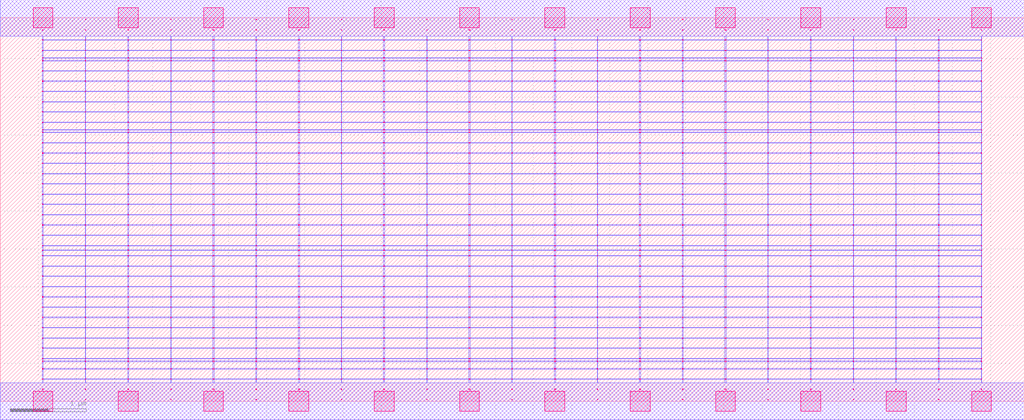
<source format=lef>
MACRO AAAOOAOI22221_DEBUG
 CLASS CORE ;
 FOREIGN AAAOOAOI22221_DEBUG 0 0 ;
 SIZE 13.44 BY 5.04 ;
 ORIGIN 0 0 ;
 SYMMETRY X Y R90 ;
 SITE unit ;

 OBS
    LAYER polycont ;
     RECT 6.71600000 2.58300000 6.72400000 2.59100000 ;
     RECT 6.71600000 2.71800000 6.72400000 2.72600000 ;
     RECT 6.71600000 2.85300000 6.72400000 2.86100000 ;
     RECT 6.71600000 2.98800000 6.72400000 2.99600000 ;
     RECT 11.19600000 3.79800000 11.20400000 3.80600000 ;
     RECT 11.75600000 3.79800000 11.76400000 3.80600000 ;
     RECT 12.31600000 3.79800000 12.32400000 3.80600000 ;
     RECT 12.87600000 3.79800000 12.88400000 3.80600000 ;
     RECT 11.19600000 3.93300000 11.20400000 3.94100000 ;
     RECT 11.75600000 3.93300000 11.76400000 3.94100000 ;
     RECT 12.31600000 3.93300000 12.32400000 3.94100000 ;
     RECT 12.87600000 3.93300000 12.88400000 3.94100000 ;
     RECT 11.19600000 4.06800000 11.20400000 4.07600000 ;
     RECT 11.75600000 4.06800000 11.76400000 4.07600000 ;
     RECT 12.31600000 4.06800000 12.32400000 4.07600000 ;
     RECT 12.87600000 4.06800000 12.88400000 4.07600000 ;
     RECT 11.19600000 4.20300000 11.20400000 4.21100000 ;
     RECT 11.75600000 4.20300000 11.76400000 4.21100000 ;
     RECT 12.31600000 4.20300000 12.32400000 4.21100000 ;
     RECT 12.87600000 4.20300000 12.88400000 4.21100000 ;
     RECT 11.19600000 4.33800000 11.20400000 4.34600000 ;
     RECT 11.75600000 4.33800000 11.76400000 4.34600000 ;
     RECT 12.31600000 4.33800000 12.32400000 4.34600000 ;
     RECT 12.87600000 4.33800000 12.88400000 4.34600000 ;
     RECT 11.19600000 4.47300000 11.20400000 4.48100000 ;
     RECT 11.75600000 4.47300000 11.76400000 4.48100000 ;
     RECT 12.31600000 4.47300000 12.32400000 4.48100000 ;
     RECT 12.87600000 4.47300000 12.88400000 4.48100000 ;
     RECT 11.19600000 4.51100000 11.20400000 4.51900000 ;
     RECT 11.75600000 4.51100000 11.76400000 4.51900000 ;
     RECT 12.31600000 4.51100000 12.32400000 4.51900000 ;
     RECT 12.87600000 4.51100000 12.88400000 4.51900000 ;
     RECT 11.19600000 4.60800000 11.20400000 4.61600000 ;
     RECT 11.75600000 4.60800000 11.76400000 4.61600000 ;
     RECT 12.31600000 4.60800000 12.32400000 4.61600000 ;
     RECT 12.87600000 4.60800000 12.88400000 4.61600000 ;
     RECT 11.19600000 4.74300000 11.20400000 4.75100000 ;
     RECT 11.75600000 4.74300000 11.76400000 4.75100000 ;
     RECT 12.31600000 4.74300000 12.32400000 4.75100000 ;
     RECT 12.87600000 4.74300000 12.88400000 4.75100000 ;
     RECT 11.19600000 4.87800000 11.20400000 4.88600000 ;
     RECT 11.75600000 4.87800000 11.76400000 4.88600000 ;
     RECT 12.31600000 4.87800000 12.32400000 4.88600000 ;
     RECT 12.87600000 4.87800000 12.88400000 4.88600000 ;
     RECT 8.95600000 2.58300000 8.96400000 2.59100000 ;
     RECT 9.51100000 2.58300000 9.52900000 2.59100000 ;
     RECT 7.27100000 2.58300000 7.28900000 2.59100000 ;
     RECT 7.27100000 2.71800000 7.28900000 2.72600000 ;
     RECT 7.83600000 2.71800000 7.84400000 2.72600000 ;
     RECT 8.39100000 2.71800000 8.40900000 2.72600000 ;
     RECT 8.95600000 2.71800000 8.96400000 2.72600000 ;
     RECT 9.51100000 2.71800000 9.52900000 2.72600000 ;
     RECT 7.83600000 2.58300000 7.84400000 2.59100000 ;
     RECT 7.27100000 2.85300000 7.28900000 2.86100000 ;
     RECT 7.83600000 2.85300000 7.84400000 2.86100000 ;
     RECT 8.39100000 2.85300000 8.40900000 2.86100000 ;
     RECT 8.95600000 2.85300000 8.96400000 2.86100000 ;
     RECT 9.51100000 2.85300000 9.52900000 2.86100000 ;
     RECT 8.39100000 2.58300000 8.40900000 2.59100000 ;
     RECT 7.27100000 2.98800000 7.28900000 2.99600000 ;
     RECT 7.83600000 2.98800000 7.84400000 2.99600000 ;
     RECT 8.39100000 2.98800000 8.40900000 2.99600000 ;
     RECT 8.95600000 2.98800000 8.96400000 2.99600000 ;
     RECT 9.51100000 2.98800000 9.52900000 2.99600000 ;
     RECT 11.19600000 3.56100000 11.20400000 3.56900000 ;
     RECT 11.75600000 3.56100000 11.76400000 3.56900000 ;
     RECT 12.31600000 3.56100000 12.32400000 3.56900000 ;
     RECT 12.87600000 3.56100000 12.88400000 3.56900000 ;
     RECT 11.19600000 3.66300000 11.20400000 3.67100000 ;
     RECT 11.75600000 3.66300000 11.76400000 3.67100000 ;
     RECT 12.31600000 3.66300000 12.32400000 3.67100000 ;
     RECT 12.87600000 3.66300000 12.88400000 3.67100000 ;
     RECT 10.07600000 2.58300000 10.08400000 2.59100000 ;
     RECT 10.63600000 2.58300000 10.64900000 2.59100000 ;
     RECT 11.19600000 2.58300000 11.20400000 2.59100000 ;
     RECT 11.75600000 2.58300000 11.76400000 2.59100000 ;
     RECT 12.31600000 2.58300000 12.32400000 2.59100000 ;
     RECT 12.87600000 2.58300000 12.88400000 2.59100000 ;
     RECT 10.07600000 2.85300000 10.08400000 2.86100000 ;
     RECT 10.63600000 2.85300000 10.64900000 2.86100000 ;
     RECT 11.19600000 2.85300000 11.20400000 2.86100000 ;
     RECT 11.75600000 2.85300000 11.76400000 2.86100000 ;
     RECT 12.31600000 2.85300000 12.32400000 2.86100000 ;
     RECT 12.87600000 2.85300000 12.88400000 2.86100000 ;
     RECT 10.07600000 2.71800000 10.08400000 2.72600000 ;
     RECT 10.63600000 2.71800000 10.64900000 2.72600000 ;
     RECT 11.19600000 2.71800000 11.20400000 2.72600000 ;
     RECT 11.75600000 2.71800000 11.76400000 2.72600000 ;
     RECT 12.31600000 2.71800000 12.32400000 2.72600000 ;
     RECT 12.87600000 2.71800000 12.88400000 2.72600000 ;
     RECT 10.07600000 2.98800000 10.08400000 2.99600000 ;
     RECT 10.63600000 2.98800000 10.64900000 2.99600000 ;
     RECT 11.19600000 2.98800000 11.20400000 2.99600000 ;
     RECT 11.75600000 2.98800000 11.76400000 2.99600000 ;
     RECT 12.31600000 2.98800000 12.32400000 2.99600000 ;
     RECT 12.87600000 2.98800000 12.88400000 2.99600000 ;
     RECT 11.19600000 3.12300000 11.20400000 3.13100000 ;
     RECT 11.75600000 3.12300000 11.76400000 3.13100000 ;
     RECT 12.31600000 3.12300000 12.32400000 3.13100000 ;
     RECT 12.87600000 3.12300000 12.88400000 3.13100000 ;
     RECT 11.19600000 3.25800000 11.20400000 3.26600000 ;
     RECT 11.75600000 3.25800000 11.76400000 3.26600000 ;
     RECT 12.31600000 3.25800000 12.32400000 3.26600000 ;
     RECT 12.87600000 3.25800000 12.88400000 3.26600000 ;
     RECT 11.19600000 3.39300000 11.20400000 3.40100000 ;
     RECT 11.75600000 3.39300000 11.76400000 3.40100000 ;
     RECT 12.31600000 3.39300000 12.32400000 3.40100000 ;
     RECT 12.87600000 3.39300000 12.88400000 3.40100000 ;
     RECT 11.19600000 3.52800000 11.20400000 3.53600000 ;
     RECT 11.75600000 3.52800000 11.76400000 3.53600000 ;
     RECT 12.31600000 3.52800000 12.32400000 3.53600000 ;
     RECT 12.87600000 3.52800000 12.88400000 3.53600000 ;
     RECT 1.67100000 2.58300000 1.68900000 2.59100000 ;
     RECT 0.55100000 2.98800000 0.56400000 2.99600000 ;
     RECT 1.11600000 2.98800000 1.12400000 2.99600000 ;
     RECT 1.67100000 2.98800000 1.68900000 2.99600000 ;
     RECT 2.23600000 2.98800000 2.24400000 2.99600000 ;
     RECT 2.79100000 2.98800000 2.80900000 2.99600000 ;
     RECT 3.35600000 2.98800000 3.36400000 2.99600000 ;
     RECT 3.91100000 2.98800000 3.92900000 2.99600000 ;
     RECT 4.47600000 2.98800000 4.48400000 2.99600000 ;
     RECT 5.03100000 2.98800000 5.04900000 2.99600000 ;
     RECT 5.59600000 2.98800000 5.60400000 2.99600000 ;
     RECT 6.15100000 2.98800000 6.16900000 2.99600000 ;
     RECT 2.23600000 2.58300000 2.24400000 2.59100000 ;
     RECT 2.79100000 2.58300000 2.80900000 2.59100000 ;
     RECT 3.35600000 2.58300000 3.36400000 2.59100000 ;
     RECT 3.91100000 2.58300000 3.92900000 2.59100000 ;
     RECT 4.47600000 2.58300000 4.48400000 2.59100000 ;
     RECT 5.03100000 2.58300000 5.04900000 2.59100000 ;
     RECT 5.59600000 2.58300000 5.60400000 2.59100000 ;
     RECT 6.15100000 2.58300000 6.16900000 2.59100000 ;
     RECT 0.55100000 2.58300000 0.56400000 2.59100000 ;
     RECT 0.55100000 2.71800000 0.56400000 2.72600000 ;
     RECT 0.55100000 2.85300000 0.56400000 2.86100000 ;
     RECT 1.11600000 2.85300000 1.12400000 2.86100000 ;
     RECT 1.67100000 2.85300000 1.68900000 2.86100000 ;
     RECT 2.23600000 2.85300000 2.24400000 2.86100000 ;
     RECT 2.79100000 2.85300000 2.80900000 2.86100000 ;
     RECT 3.35600000 2.85300000 3.36400000 2.86100000 ;
     RECT 3.91100000 2.85300000 3.92900000 2.86100000 ;
     RECT 4.47600000 2.85300000 4.48400000 2.86100000 ;
     RECT 5.03100000 2.85300000 5.04900000 2.86100000 ;
     RECT 5.59600000 2.85300000 5.60400000 2.86100000 ;
     RECT 6.15100000 2.85300000 6.16900000 2.86100000 ;
     RECT 1.11600000 2.71800000 1.12400000 2.72600000 ;
     RECT 1.67100000 2.71800000 1.68900000 2.72600000 ;
     RECT 2.23600000 2.71800000 2.24400000 2.72600000 ;
     RECT 2.79100000 2.71800000 2.80900000 2.72600000 ;
     RECT 3.35600000 2.71800000 3.36400000 2.72600000 ;
     RECT 3.91100000 2.71800000 3.92900000 2.72600000 ;
     RECT 4.47600000 2.71800000 4.48400000 2.72600000 ;
     RECT 5.03100000 2.71800000 5.04900000 2.72600000 ;
     RECT 5.59600000 2.71800000 5.60400000 2.72600000 ;
     RECT 6.15100000 2.71800000 6.16900000 2.72600000 ;
     RECT 1.11600000 2.58300000 1.12400000 2.59100000 ;
     RECT 5.59600000 2.04300000 5.60400000 2.05100000 ;
     RECT 5.59600000 2.17800000 5.60400000 2.18600000 ;
     RECT 5.59600000 2.31300000 5.60400000 2.32100000 ;
     RECT 5.59600000 2.44800000 5.60400000 2.45600000 ;
     RECT 5.59600000 0.15300000 5.60400000 0.16100000 ;
     RECT 5.59600000 0.28800000 5.60400000 0.29600000 ;
     RECT 5.59600000 0.42300000 5.60400000 0.43100000 ;
     RECT 5.59600000 0.52100000 5.60400000 0.52900000 ;
     RECT 5.59600000 0.55800000 5.60400000 0.56600000 ;
     RECT 5.59600000 0.69300000 5.60400000 0.70100000 ;
     RECT 5.59600000 0.82800000 5.60400000 0.83600000 ;
     RECT 5.59600000 0.96300000 5.60400000 0.97100000 ;
     RECT 5.59600000 1.09800000 5.60400000 1.10600000 ;
     RECT 5.59600000 1.23300000 5.60400000 1.24100000 ;
     RECT 5.59600000 1.36800000 5.60400000 1.37600000 ;
     RECT 5.59600000 1.50300000 5.60400000 1.51100000 ;
     RECT 5.59600000 1.63800000 5.60400000 1.64600000 ;
     RECT 5.59600000 1.77300000 5.60400000 1.78100000 ;
     RECT 5.59600000 1.90800000 5.60400000 1.91600000 ;
     RECT 5.59600000 1.98100000 5.60400000 1.98900000 ;
     RECT 11.19600000 0.55800000 11.20400000 0.56600000 ;
     RECT 11.19600000 2.31300000 11.20400000 2.32100000 ;
     RECT 11.19600000 1.23300000 11.20400000 1.24100000 ;
     RECT 11.19600000 2.44800000 11.20400000 2.45600000 ;
     RECT 11.19600000 0.42300000 11.20400000 0.43100000 ;
     RECT 11.19600000 1.36800000 11.20400000 1.37600000 ;
     RECT 11.19600000 0.69300000 11.20400000 0.70100000 ;
     RECT 11.19600000 1.50300000 11.20400000 1.51100000 ;
     RECT 11.19600000 0.28800000 11.20400000 0.29600000 ;
     RECT 11.19600000 1.63800000 11.20400000 1.64600000 ;
     RECT 11.19600000 0.82800000 11.20400000 0.83600000 ;
     RECT 11.19600000 1.77300000 11.20400000 1.78100000 ;
     RECT 11.19600000 0.52100000 11.20400000 0.52900000 ;
     RECT 11.19600000 1.90800000 11.20400000 1.91600000 ;
     RECT 11.19600000 0.96300000 11.20400000 0.97100000 ;
     RECT 11.19600000 1.98100000 11.20400000 1.98900000 ;
     RECT 11.19600000 0.15300000 11.20400000 0.16100000 ;
     RECT 11.19600000 2.04300000 11.20400000 2.05100000 ;
     RECT 11.19600000 1.09800000 11.20400000 1.10600000 ;
     RECT 11.19600000 2.17800000 11.20400000 2.18600000 ;

    LAYER pdiffc ;
     RECT 0.55100000 3.39300000 0.55900000 3.40100000 ;
     RECT 10.64100000 3.39300000 10.64900000 3.40100000 ;
     RECT 0.55100000 3.52800000 0.55900000 3.53600000 ;
     RECT 10.64100000 3.52800000 10.64900000 3.53600000 ;
     RECT 0.55100000 3.56100000 0.55900000 3.56900000 ;
     RECT 10.64100000 3.56100000 10.64900000 3.56900000 ;
     RECT 0.55100000 3.66300000 0.55900000 3.67100000 ;
     RECT 10.64100000 3.66300000 10.64900000 3.67100000 ;
     RECT 0.55100000 3.79800000 0.55900000 3.80600000 ;
     RECT 10.64100000 3.79800000 10.64900000 3.80600000 ;
     RECT 0.55100000 3.93300000 0.55900000 3.94100000 ;
     RECT 10.64100000 3.93300000 10.64900000 3.94100000 ;
     RECT 0.55100000 4.06800000 0.55900000 4.07600000 ;
     RECT 10.64100000 4.06800000 10.64900000 4.07600000 ;
     RECT 0.55100000 4.20300000 0.55900000 4.21100000 ;
     RECT 10.64100000 4.20300000 10.64900000 4.21100000 ;
     RECT 0.55100000 4.33800000 0.55900000 4.34600000 ;
     RECT 10.64100000 4.33800000 10.64900000 4.34600000 ;
     RECT 0.55100000 4.47300000 0.55900000 4.48100000 ;
     RECT 10.64100000 4.47300000 10.64900000 4.48100000 ;
     RECT 0.55100000 4.51100000 0.55900000 4.51900000 ;
     RECT 10.64100000 4.51100000 10.64900000 4.51900000 ;
     RECT 0.55100000 4.60800000 0.55900000 4.61600000 ;
     RECT 10.64100000 4.60800000 10.64900000 4.61600000 ;

    LAYER ndiffc ;
     RECT 7.27100000 0.42300000 7.28900000 0.43100000 ;
     RECT 8.39100000 0.42300000 8.40900000 0.43100000 ;
     RECT 9.51100000 0.42300000 9.52900000 0.43100000 ;
     RECT 10.63600000 0.42300000 10.64900000 0.43100000 ;
     RECT 11.75600000 0.42300000 11.76400000 0.43100000 ;
     RECT 12.87600000 0.42300000 12.88400000 0.43100000 ;
     RECT 7.27100000 0.52100000 7.28900000 0.52900000 ;
     RECT 8.39100000 0.52100000 8.40900000 0.52900000 ;
     RECT 9.51100000 0.52100000 9.52900000 0.52900000 ;
     RECT 10.63600000 0.52100000 10.64900000 0.52900000 ;
     RECT 11.75600000 0.52100000 11.76400000 0.52900000 ;
     RECT 12.87600000 0.52100000 12.88400000 0.52900000 ;
     RECT 7.27100000 0.55800000 7.28900000 0.56600000 ;
     RECT 8.39100000 0.55800000 8.40900000 0.56600000 ;
     RECT 9.51100000 0.55800000 9.52900000 0.56600000 ;
     RECT 10.63600000 0.55800000 10.64900000 0.56600000 ;
     RECT 11.75600000 0.55800000 11.76400000 0.56600000 ;
     RECT 12.87600000 0.55800000 12.88400000 0.56600000 ;
     RECT 7.27100000 0.69300000 7.28900000 0.70100000 ;
     RECT 8.39100000 0.69300000 8.40900000 0.70100000 ;
     RECT 9.51100000 0.69300000 9.52900000 0.70100000 ;
     RECT 10.63600000 0.69300000 10.64900000 0.70100000 ;
     RECT 11.75600000 0.69300000 11.76400000 0.70100000 ;
     RECT 12.87600000 0.69300000 12.88400000 0.70100000 ;
     RECT 7.27100000 0.82800000 7.28900000 0.83600000 ;
     RECT 8.39100000 0.82800000 8.40900000 0.83600000 ;
     RECT 9.51100000 0.82800000 9.52900000 0.83600000 ;
     RECT 10.63600000 0.82800000 10.64900000 0.83600000 ;
     RECT 11.75600000 0.82800000 11.76400000 0.83600000 ;
     RECT 12.87600000 0.82800000 12.88400000 0.83600000 ;
     RECT 7.27100000 0.96300000 7.28900000 0.97100000 ;
     RECT 8.39100000 0.96300000 8.40900000 0.97100000 ;
     RECT 9.51100000 0.96300000 9.52900000 0.97100000 ;
     RECT 10.63600000 0.96300000 10.64900000 0.97100000 ;
     RECT 11.75600000 0.96300000 11.76400000 0.97100000 ;
     RECT 12.87600000 0.96300000 12.88400000 0.97100000 ;
     RECT 7.27100000 1.09800000 7.28900000 1.10600000 ;
     RECT 8.39100000 1.09800000 8.40900000 1.10600000 ;
     RECT 9.51100000 1.09800000 9.52900000 1.10600000 ;
     RECT 10.63600000 1.09800000 10.64900000 1.10600000 ;
     RECT 11.75600000 1.09800000 11.76400000 1.10600000 ;
     RECT 12.87600000 1.09800000 12.88400000 1.10600000 ;
     RECT 7.27100000 1.23300000 7.28900000 1.24100000 ;
     RECT 8.39100000 1.23300000 8.40900000 1.24100000 ;
     RECT 9.51100000 1.23300000 9.52900000 1.24100000 ;
     RECT 10.63600000 1.23300000 10.64900000 1.24100000 ;
     RECT 11.75600000 1.23300000 11.76400000 1.24100000 ;
     RECT 12.87600000 1.23300000 12.88400000 1.24100000 ;
     RECT 7.27100000 1.36800000 7.28900000 1.37600000 ;
     RECT 8.39100000 1.36800000 8.40900000 1.37600000 ;
     RECT 9.51100000 1.36800000 9.52900000 1.37600000 ;
     RECT 10.63600000 1.36800000 10.64900000 1.37600000 ;
     RECT 11.75600000 1.36800000 11.76400000 1.37600000 ;
     RECT 12.87600000 1.36800000 12.88400000 1.37600000 ;
     RECT 7.27100000 1.50300000 7.28900000 1.51100000 ;
     RECT 8.39100000 1.50300000 8.40900000 1.51100000 ;
     RECT 9.51100000 1.50300000 9.52900000 1.51100000 ;
     RECT 10.63600000 1.50300000 10.64900000 1.51100000 ;
     RECT 11.75600000 1.50300000 11.76400000 1.51100000 ;
     RECT 12.87600000 1.50300000 12.88400000 1.51100000 ;
     RECT 7.27100000 1.63800000 7.28900000 1.64600000 ;
     RECT 8.39100000 1.63800000 8.40900000 1.64600000 ;
     RECT 9.51100000 1.63800000 9.52900000 1.64600000 ;
     RECT 10.63600000 1.63800000 10.64900000 1.64600000 ;
     RECT 11.75600000 1.63800000 11.76400000 1.64600000 ;
     RECT 12.87600000 1.63800000 12.88400000 1.64600000 ;
     RECT 7.27100000 1.77300000 7.28900000 1.78100000 ;
     RECT 8.39100000 1.77300000 8.40900000 1.78100000 ;
     RECT 9.51100000 1.77300000 9.52900000 1.78100000 ;
     RECT 10.63600000 1.77300000 10.64900000 1.78100000 ;
     RECT 11.75600000 1.77300000 11.76400000 1.78100000 ;
     RECT 12.87600000 1.77300000 12.88400000 1.78100000 ;
     RECT 7.27100000 1.90800000 7.28900000 1.91600000 ;
     RECT 8.39100000 1.90800000 8.40900000 1.91600000 ;
     RECT 9.51100000 1.90800000 9.52900000 1.91600000 ;
     RECT 10.63600000 1.90800000 10.64900000 1.91600000 ;
     RECT 11.75600000 1.90800000 11.76400000 1.91600000 ;
     RECT 12.87600000 1.90800000 12.88400000 1.91600000 ;
     RECT 7.27100000 1.98100000 7.28900000 1.98900000 ;
     RECT 8.39100000 1.98100000 8.40900000 1.98900000 ;
     RECT 9.51100000 1.98100000 9.52900000 1.98900000 ;
     RECT 10.63600000 1.98100000 10.64900000 1.98900000 ;
     RECT 11.75600000 1.98100000 11.76400000 1.98900000 ;
     RECT 12.87600000 1.98100000 12.88400000 1.98900000 ;
     RECT 7.27100000 2.04300000 7.28900000 2.05100000 ;
     RECT 8.39100000 2.04300000 8.40900000 2.05100000 ;
     RECT 9.51100000 2.04300000 9.52900000 2.05100000 ;
     RECT 10.63600000 2.04300000 10.64900000 2.05100000 ;
     RECT 11.75600000 2.04300000 11.76400000 2.05100000 ;
     RECT 12.87600000 2.04300000 12.88400000 2.05100000 ;
     RECT 0.55100000 0.42300000 0.56400000 0.43100000 ;
     RECT 1.67100000 0.42300000 1.68900000 0.43100000 ;
     RECT 2.79100000 0.42300000 2.80900000 0.43100000 ;
     RECT 3.91100000 0.42300000 3.92900000 0.43100000 ;
     RECT 5.03100000 0.42300000 5.04900000 0.43100000 ;
     RECT 6.15100000 0.42300000 6.16900000 0.43100000 ;
     RECT 0.55100000 1.36800000 0.56400000 1.37600000 ;
     RECT 1.67100000 1.36800000 1.68900000 1.37600000 ;
     RECT 2.79100000 1.36800000 2.80900000 1.37600000 ;
     RECT 3.91100000 1.36800000 3.92900000 1.37600000 ;
     RECT 5.03100000 1.36800000 5.04900000 1.37600000 ;
     RECT 6.15100000 1.36800000 6.16900000 1.37600000 ;
     RECT 0.55100000 0.82800000 0.56400000 0.83600000 ;
     RECT 1.67100000 0.82800000 1.68900000 0.83600000 ;
     RECT 2.79100000 0.82800000 2.80900000 0.83600000 ;
     RECT 3.91100000 0.82800000 3.92900000 0.83600000 ;
     RECT 5.03100000 0.82800000 5.04900000 0.83600000 ;
     RECT 6.15100000 0.82800000 6.16900000 0.83600000 ;
     RECT 0.55100000 1.50300000 0.56400000 1.51100000 ;
     RECT 1.67100000 1.50300000 1.68900000 1.51100000 ;
     RECT 2.79100000 1.50300000 2.80900000 1.51100000 ;
     RECT 3.91100000 1.50300000 3.92900000 1.51100000 ;
     RECT 5.03100000 1.50300000 5.04900000 1.51100000 ;
     RECT 6.15100000 1.50300000 6.16900000 1.51100000 ;
     RECT 0.55100000 0.55800000 0.56400000 0.56600000 ;
     RECT 1.67100000 0.55800000 1.68900000 0.56600000 ;
     RECT 2.79100000 0.55800000 2.80900000 0.56600000 ;
     RECT 3.91100000 0.55800000 3.92900000 0.56600000 ;
     RECT 5.03100000 0.55800000 5.04900000 0.56600000 ;
     RECT 6.15100000 0.55800000 6.16900000 0.56600000 ;
     RECT 0.55100000 1.63800000 0.56400000 1.64600000 ;
     RECT 1.67100000 1.63800000 1.68900000 1.64600000 ;
     RECT 2.79100000 1.63800000 2.80900000 1.64600000 ;
     RECT 3.91100000 1.63800000 3.92900000 1.64600000 ;
     RECT 5.03100000 1.63800000 5.04900000 1.64600000 ;
     RECT 6.15100000 1.63800000 6.16900000 1.64600000 ;
     RECT 0.55100000 0.96300000 0.56400000 0.97100000 ;
     RECT 1.67100000 0.96300000 1.68900000 0.97100000 ;
     RECT 2.79100000 0.96300000 2.80900000 0.97100000 ;
     RECT 3.91100000 0.96300000 3.92900000 0.97100000 ;
     RECT 5.03100000 0.96300000 5.04900000 0.97100000 ;
     RECT 6.15100000 0.96300000 6.16900000 0.97100000 ;
     RECT 0.55100000 1.77300000 0.56400000 1.78100000 ;
     RECT 1.67100000 1.77300000 1.68900000 1.78100000 ;
     RECT 2.79100000 1.77300000 2.80900000 1.78100000 ;
     RECT 3.91100000 1.77300000 3.92900000 1.78100000 ;
     RECT 5.03100000 1.77300000 5.04900000 1.78100000 ;
     RECT 6.15100000 1.77300000 6.16900000 1.78100000 ;
     RECT 0.55100000 0.52100000 0.56400000 0.52900000 ;
     RECT 1.67100000 0.52100000 1.68900000 0.52900000 ;
     RECT 2.79100000 0.52100000 2.80900000 0.52900000 ;
     RECT 3.91100000 0.52100000 3.92900000 0.52900000 ;
     RECT 5.03100000 0.52100000 5.04900000 0.52900000 ;
     RECT 6.15100000 0.52100000 6.16900000 0.52900000 ;
     RECT 0.55100000 1.90800000 0.56400000 1.91600000 ;
     RECT 1.67100000 1.90800000 1.68900000 1.91600000 ;
     RECT 2.79100000 1.90800000 2.80900000 1.91600000 ;
     RECT 3.91100000 1.90800000 3.92900000 1.91600000 ;
     RECT 5.03100000 1.90800000 5.04900000 1.91600000 ;
     RECT 6.15100000 1.90800000 6.16900000 1.91600000 ;
     RECT 0.55100000 1.09800000 0.56400000 1.10600000 ;
     RECT 1.67100000 1.09800000 1.68900000 1.10600000 ;
     RECT 2.79100000 1.09800000 2.80900000 1.10600000 ;
     RECT 3.91100000 1.09800000 3.92900000 1.10600000 ;
     RECT 5.03100000 1.09800000 5.04900000 1.10600000 ;
     RECT 6.15100000 1.09800000 6.16900000 1.10600000 ;
     RECT 0.55100000 1.98100000 0.56400000 1.98900000 ;
     RECT 1.67100000 1.98100000 1.68900000 1.98900000 ;
     RECT 2.79100000 1.98100000 2.80900000 1.98900000 ;
     RECT 3.91100000 1.98100000 3.92900000 1.98900000 ;
     RECT 5.03100000 1.98100000 5.04900000 1.98900000 ;
     RECT 6.15100000 1.98100000 6.16900000 1.98900000 ;
     RECT 0.55100000 0.69300000 0.56400000 0.70100000 ;
     RECT 1.67100000 0.69300000 1.68900000 0.70100000 ;
     RECT 2.79100000 0.69300000 2.80900000 0.70100000 ;
     RECT 3.91100000 0.69300000 3.92900000 0.70100000 ;
     RECT 5.03100000 0.69300000 5.04900000 0.70100000 ;
     RECT 6.15100000 0.69300000 6.16900000 0.70100000 ;
     RECT 0.55100000 2.04300000 0.56400000 2.05100000 ;
     RECT 1.67100000 2.04300000 1.68900000 2.05100000 ;
     RECT 2.79100000 2.04300000 2.80900000 2.05100000 ;
     RECT 3.91100000 2.04300000 3.92900000 2.05100000 ;
     RECT 5.03100000 2.04300000 5.04900000 2.05100000 ;
     RECT 6.15100000 2.04300000 6.16900000 2.05100000 ;
     RECT 0.55100000 1.23300000 0.56400000 1.24100000 ;
     RECT 1.67100000 1.23300000 1.68900000 1.24100000 ;
     RECT 2.79100000 1.23300000 2.80900000 1.24100000 ;
     RECT 3.91100000 1.23300000 3.92900000 1.24100000 ;
     RECT 5.03100000 1.23300000 5.04900000 1.24100000 ;
     RECT 6.15100000 1.23300000 6.16900000 1.24100000 ;

    LAYER met1 ;
     RECT 0.00000000 -0.24000000 13.44000000 0.24000000 ;
     RECT 6.71600000 0.24000000 6.72400000 0.28800000 ;
     RECT 0.55100000 0.28800000 12.88400000 0.29600000 ;
     RECT 6.71600000 0.29600000 6.72400000 0.42300000 ;
     RECT 0.55100000 0.42300000 12.88400000 0.43100000 ;
     RECT 6.71600000 0.43100000 6.72400000 0.52100000 ;
     RECT 0.55100000 0.52100000 12.88400000 0.52900000 ;
     RECT 6.71600000 0.52900000 6.72400000 0.55800000 ;
     RECT 0.55100000 0.55800000 12.88400000 0.56600000 ;
     RECT 6.71600000 0.56600000 6.72400000 0.69300000 ;
     RECT 0.55100000 0.69300000 12.88400000 0.70100000 ;
     RECT 6.71600000 0.70100000 6.72400000 0.82800000 ;
     RECT 0.55100000 0.82800000 12.88400000 0.83600000 ;
     RECT 6.71600000 0.83600000 6.72400000 0.96300000 ;
     RECT 0.55100000 0.96300000 12.88400000 0.97100000 ;
     RECT 6.71600000 0.97100000 6.72400000 1.09800000 ;
     RECT 0.55100000 1.09800000 12.88400000 1.10600000 ;
     RECT 6.71600000 1.10600000 6.72400000 1.23300000 ;
     RECT 0.55100000 1.23300000 12.88400000 1.24100000 ;
     RECT 6.71600000 1.24100000 6.72400000 1.36800000 ;
     RECT 0.55100000 1.36800000 12.88400000 1.37600000 ;
     RECT 6.71600000 1.37600000 6.72400000 1.50300000 ;
     RECT 0.55100000 1.50300000 12.88400000 1.51100000 ;
     RECT 6.71600000 1.51100000 6.72400000 1.63800000 ;
     RECT 0.55100000 1.63800000 12.88400000 1.64600000 ;
     RECT 6.71600000 1.64600000 6.72400000 1.77300000 ;
     RECT 0.55100000 1.77300000 12.88400000 1.78100000 ;
     RECT 6.71600000 1.78100000 6.72400000 1.90800000 ;
     RECT 0.55100000 1.90800000 12.88400000 1.91600000 ;
     RECT 6.71600000 1.91600000 6.72400000 1.98100000 ;
     RECT 0.55100000 1.98100000 12.88400000 1.98900000 ;
     RECT 6.71600000 1.98900000 6.72400000 2.04300000 ;
     RECT 0.55100000 2.04300000 12.88400000 2.05100000 ;
     RECT 6.71600000 2.05100000 6.72400000 2.17800000 ;
     RECT 0.55100000 2.17800000 12.88400000 2.18600000 ;
     RECT 6.71600000 2.18600000 6.72400000 2.31300000 ;
     RECT 0.55100000 2.31300000 12.88400000 2.32100000 ;
     RECT 6.71600000 2.32100000 6.72400000 2.44800000 ;
     RECT 0.55100000 2.44800000 12.88400000 2.45600000 ;
     RECT 0.55100000 2.45600000 0.56400000 2.58300000 ;
     RECT 1.11600000 2.45600000 1.12400000 2.58300000 ;
     RECT 1.67100000 2.45600000 1.68900000 2.58300000 ;
     RECT 2.23600000 2.45600000 2.24400000 2.58300000 ;
     RECT 2.79100000 2.45600000 2.80900000 2.58300000 ;
     RECT 3.35600000 2.45600000 3.36400000 2.58300000 ;
     RECT 3.91100000 2.45600000 3.92900000 2.58300000 ;
     RECT 4.47600000 2.45600000 4.48400000 2.58300000 ;
     RECT 5.03100000 2.45600000 5.04900000 2.58300000 ;
     RECT 5.59600000 2.45600000 5.60400000 2.58300000 ;
     RECT 6.15100000 2.45600000 6.16900000 2.58300000 ;
     RECT 6.71600000 2.45600000 6.72400000 2.58300000 ;
     RECT 7.27100000 2.45600000 7.28900000 2.58300000 ;
     RECT 7.83600000 2.45600000 7.84400000 2.58300000 ;
     RECT 8.39100000 2.45600000 8.40900000 2.58300000 ;
     RECT 8.95600000 2.45600000 8.96400000 2.58300000 ;
     RECT 9.51100000 2.45600000 9.52900000 2.58300000 ;
     RECT 10.07600000 2.45600000 10.08400000 2.58300000 ;
     RECT 10.63600000 2.45600000 10.64900000 2.58300000 ;
     RECT 11.19600000 2.45600000 11.20400000 2.58300000 ;
     RECT 11.75600000 2.45600000 11.76400000 2.58300000 ;
     RECT 12.31600000 2.45600000 12.32400000 2.58300000 ;
     RECT 12.87600000 2.45600000 12.88400000 2.58300000 ;
     RECT 0.55100000 2.58300000 12.88400000 2.59100000 ;
     RECT 6.71600000 2.59100000 6.72400000 2.71800000 ;
     RECT 0.55100000 2.71800000 12.88400000 2.72600000 ;
     RECT 6.71600000 2.72600000 6.72400000 2.85300000 ;
     RECT 0.55100000 2.85300000 12.88400000 2.86100000 ;
     RECT 6.71600000 2.86100000 6.72400000 2.98800000 ;
     RECT 0.55100000 2.98800000 12.88400000 2.99600000 ;
     RECT 6.71600000 2.99600000 6.72400000 3.12300000 ;
     RECT 0.55100000 3.12300000 12.88400000 3.13100000 ;
     RECT 6.71600000 3.13100000 6.72400000 3.25800000 ;
     RECT 0.55100000 3.25800000 12.88400000 3.26600000 ;
     RECT 6.71600000 3.26600000 6.72400000 3.39300000 ;
     RECT 0.55100000 3.39300000 12.88400000 3.40100000 ;
     RECT 6.71600000 3.40100000 6.72400000 3.52800000 ;
     RECT 0.55100000 3.52800000 12.88400000 3.53600000 ;
     RECT 6.71600000 3.53600000 6.72400000 3.56100000 ;
     RECT 0.55100000 3.56100000 12.88400000 3.56900000 ;
     RECT 6.71600000 3.56900000 6.72400000 3.66300000 ;
     RECT 0.55100000 3.66300000 12.88400000 3.67100000 ;
     RECT 6.71600000 3.67100000 6.72400000 3.79800000 ;
     RECT 0.55100000 3.79800000 12.88400000 3.80600000 ;
     RECT 6.71600000 3.80600000 6.72400000 3.93300000 ;
     RECT 0.55100000 3.93300000 12.88400000 3.94100000 ;
     RECT 6.71600000 3.94100000 6.72400000 4.06800000 ;
     RECT 0.55100000 4.06800000 12.88400000 4.07600000 ;
     RECT 6.71600000 4.07600000 6.72400000 4.20300000 ;
     RECT 0.55100000 4.20300000 12.88400000 4.21100000 ;
     RECT 6.71600000 4.21100000 6.72400000 4.33800000 ;
     RECT 0.55100000 4.33800000 12.88400000 4.34600000 ;
     RECT 6.71600000 4.34600000 6.72400000 4.47300000 ;
     RECT 0.55100000 4.47300000 12.88400000 4.48100000 ;
     RECT 6.71600000 4.48100000 6.72400000 4.51100000 ;
     RECT 0.55100000 4.51100000 12.88400000 4.51900000 ;
     RECT 6.71600000 4.51900000 6.72400000 4.60800000 ;
     RECT 0.55100000 4.60800000 12.88400000 4.61600000 ;
     RECT 6.71600000 4.61600000 6.72400000 4.74300000 ;
     RECT 0.55100000 4.74300000 12.88400000 4.75100000 ;
     RECT 6.71600000 4.75100000 6.72400000 4.80000000 ;
     RECT 0.00000000 4.80000000 13.44000000 5.28000000 ;
     RECT 10.07600000 2.59100000 10.08400000 2.71800000 ;
     RECT 10.07600000 2.99600000 10.08400000 3.12300000 ;
     RECT 10.07600000 3.13100000 10.08400000 3.25800000 ;
     RECT 10.07600000 3.26600000 10.08400000 3.39300000 ;
     RECT 10.07600000 3.40100000 10.08400000 3.52800000 ;
     RECT 10.07600000 3.53600000 10.08400000 3.56100000 ;
     RECT 10.07600000 3.56900000 10.08400000 3.66300000 ;
     RECT 10.07600000 3.67100000 10.08400000 3.79800000 ;
     RECT 10.07600000 2.72600000 10.08400000 2.85300000 ;
     RECT 7.27100000 3.80600000 7.28900000 3.93300000 ;
     RECT 7.83600000 3.80600000 7.84400000 3.93300000 ;
     RECT 8.39100000 3.80600000 8.40900000 3.93300000 ;
     RECT 8.95600000 3.80600000 8.96400000 3.93300000 ;
     RECT 9.51100000 3.80600000 9.52900000 3.93300000 ;
     RECT 10.07600000 3.80600000 10.08400000 3.93300000 ;
     RECT 10.63600000 3.80600000 10.64900000 3.93300000 ;
     RECT 11.19600000 3.80600000 11.20400000 3.93300000 ;
     RECT 11.75600000 3.80600000 11.76400000 3.93300000 ;
     RECT 12.31600000 3.80600000 12.32400000 3.93300000 ;
     RECT 12.87600000 3.80600000 12.88400000 3.93300000 ;
     RECT 10.07600000 3.94100000 10.08400000 4.06800000 ;
     RECT 10.07600000 4.07600000 10.08400000 4.20300000 ;
     RECT 10.07600000 4.21100000 10.08400000 4.33800000 ;
     RECT 10.07600000 4.34600000 10.08400000 4.47300000 ;
     RECT 10.07600000 4.48100000 10.08400000 4.51100000 ;
     RECT 10.07600000 2.86100000 10.08400000 2.98800000 ;
     RECT 10.07600000 4.51900000 10.08400000 4.60800000 ;
     RECT 10.07600000 4.61600000 10.08400000 4.74300000 ;
     RECT 10.07600000 4.75100000 10.08400000 4.80000000 ;
     RECT 11.75600000 4.07600000 11.76400000 4.20300000 ;
     RECT 12.31600000 4.07600000 12.32400000 4.20300000 ;
     RECT 12.87600000 4.07600000 12.88400000 4.20300000 ;
     RECT 11.19600000 3.94100000 11.20400000 4.06800000 ;
     RECT 10.63600000 4.21100000 10.64900000 4.33800000 ;
     RECT 11.19600000 4.21100000 11.20400000 4.33800000 ;
     RECT 11.75600000 4.21100000 11.76400000 4.33800000 ;
     RECT 12.31600000 4.21100000 12.32400000 4.33800000 ;
     RECT 12.87600000 4.21100000 12.88400000 4.33800000 ;
     RECT 11.75600000 3.94100000 11.76400000 4.06800000 ;
     RECT 10.63600000 4.34600000 10.64900000 4.47300000 ;
     RECT 11.19600000 4.34600000 11.20400000 4.47300000 ;
     RECT 11.75600000 4.34600000 11.76400000 4.47300000 ;
     RECT 12.31600000 4.34600000 12.32400000 4.47300000 ;
     RECT 12.87600000 4.34600000 12.88400000 4.47300000 ;
     RECT 12.31600000 3.94100000 12.32400000 4.06800000 ;
     RECT 10.63600000 4.48100000 10.64900000 4.51100000 ;
     RECT 11.19600000 4.48100000 11.20400000 4.51100000 ;
     RECT 11.75600000 4.48100000 11.76400000 4.51100000 ;
     RECT 12.31600000 4.48100000 12.32400000 4.51100000 ;
     RECT 12.87600000 4.48100000 12.88400000 4.51100000 ;
     RECT 12.87600000 3.94100000 12.88400000 4.06800000 ;
     RECT 10.63600000 3.94100000 10.64900000 4.06800000 ;
     RECT 10.63600000 4.51900000 10.64900000 4.60800000 ;
     RECT 11.19600000 4.51900000 11.20400000 4.60800000 ;
     RECT 11.75600000 4.51900000 11.76400000 4.60800000 ;
     RECT 12.31600000 4.51900000 12.32400000 4.60800000 ;
     RECT 12.87600000 4.51900000 12.88400000 4.60800000 ;
     RECT 10.63600000 4.07600000 10.64900000 4.20300000 ;
     RECT 10.63600000 4.61600000 10.64900000 4.74300000 ;
     RECT 11.19600000 4.61600000 11.20400000 4.74300000 ;
     RECT 11.75600000 4.61600000 11.76400000 4.74300000 ;
     RECT 12.31600000 4.61600000 12.32400000 4.74300000 ;
     RECT 12.87600000 4.61600000 12.88400000 4.74300000 ;
     RECT 11.19600000 4.07600000 11.20400000 4.20300000 ;
     RECT 10.63600000 4.75100000 10.64900000 4.80000000 ;
     RECT 11.19600000 4.75100000 11.20400000 4.80000000 ;
     RECT 11.75600000 4.75100000 11.76400000 4.80000000 ;
     RECT 12.31600000 4.75100000 12.32400000 4.80000000 ;
     RECT 12.87600000 4.75100000 12.88400000 4.80000000 ;
     RECT 8.39100000 4.21100000 8.40900000 4.33800000 ;
     RECT 8.95600000 4.21100000 8.96400000 4.33800000 ;
     RECT 9.51100000 4.21100000 9.52900000 4.33800000 ;
     RECT 7.83600000 4.07600000 7.84400000 4.20300000 ;
     RECT 8.39100000 4.07600000 8.40900000 4.20300000 ;
     RECT 8.95600000 4.07600000 8.96400000 4.20300000 ;
     RECT 9.51100000 4.07600000 9.52900000 4.20300000 ;
     RECT 7.27100000 4.51900000 7.28900000 4.60800000 ;
     RECT 7.83600000 4.51900000 7.84400000 4.60800000 ;
     RECT 8.39100000 4.51900000 8.40900000 4.60800000 ;
     RECT 8.95600000 4.51900000 8.96400000 4.60800000 ;
     RECT 9.51100000 4.51900000 9.52900000 4.60800000 ;
     RECT 7.83600000 3.94100000 7.84400000 4.06800000 ;
     RECT 8.39100000 3.94100000 8.40900000 4.06800000 ;
     RECT 7.27100000 4.34600000 7.28900000 4.47300000 ;
     RECT 7.83600000 4.34600000 7.84400000 4.47300000 ;
     RECT 8.39100000 4.34600000 8.40900000 4.47300000 ;
     RECT 8.95600000 4.34600000 8.96400000 4.47300000 ;
     RECT 7.27100000 4.61600000 7.28900000 4.74300000 ;
     RECT 7.83600000 4.61600000 7.84400000 4.74300000 ;
     RECT 8.39100000 4.61600000 8.40900000 4.74300000 ;
     RECT 8.95600000 4.61600000 8.96400000 4.74300000 ;
     RECT 9.51100000 4.61600000 9.52900000 4.74300000 ;
     RECT 9.51100000 4.34600000 9.52900000 4.47300000 ;
     RECT 8.95600000 3.94100000 8.96400000 4.06800000 ;
     RECT 9.51100000 3.94100000 9.52900000 4.06800000 ;
     RECT 7.27100000 3.94100000 7.28900000 4.06800000 ;
     RECT 7.27100000 4.07600000 7.28900000 4.20300000 ;
     RECT 7.27100000 4.21100000 7.28900000 4.33800000 ;
     RECT 7.27100000 4.75100000 7.28900000 4.80000000 ;
     RECT 7.83600000 4.75100000 7.84400000 4.80000000 ;
     RECT 8.39100000 4.75100000 8.40900000 4.80000000 ;
     RECT 8.95600000 4.75100000 8.96400000 4.80000000 ;
     RECT 9.51100000 4.75100000 9.52900000 4.80000000 ;
     RECT 7.83600000 4.21100000 7.84400000 4.33800000 ;
     RECT 7.27100000 4.48100000 7.28900000 4.51100000 ;
     RECT 7.83600000 4.48100000 7.84400000 4.51100000 ;
     RECT 8.39100000 4.48100000 8.40900000 4.51100000 ;
     RECT 8.95600000 4.48100000 8.96400000 4.51100000 ;
     RECT 9.51100000 4.48100000 9.52900000 4.51100000 ;
     RECT 7.83600000 2.99600000 7.84400000 3.12300000 ;
     RECT 7.27100000 2.59100000 7.28900000 2.71800000 ;
     RECT 8.39100000 2.86100000 8.40900000 2.98800000 ;
     RECT 8.95600000 2.86100000 8.96400000 2.98800000 ;
     RECT 7.27100000 3.40100000 7.28900000 3.52800000 ;
     RECT 7.83600000 3.40100000 7.84400000 3.52800000 ;
     RECT 8.39100000 3.40100000 8.40900000 3.52800000 ;
     RECT 8.95600000 3.40100000 8.96400000 3.52800000 ;
     RECT 9.51100000 3.40100000 9.52900000 3.52800000 ;
     RECT 8.39100000 2.99600000 8.40900000 3.12300000 ;
     RECT 7.83600000 2.59100000 7.84400000 2.71800000 ;
     RECT 7.27100000 2.72600000 7.28900000 2.85300000 ;
     RECT 7.27100000 3.53600000 7.28900000 3.56100000 ;
     RECT 7.83600000 3.53600000 7.84400000 3.56100000 ;
     RECT 8.39100000 3.53600000 8.40900000 3.56100000 ;
     RECT 9.51100000 2.86100000 9.52900000 2.98800000 ;
     RECT 8.95600000 3.53600000 8.96400000 3.56100000 ;
     RECT 9.51100000 3.53600000 9.52900000 3.56100000 ;
     RECT 8.95600000 2.99600000 8.96400000 3.12300000 ;
     RECT 7.83600000 2.72600000 7.84400000 2.85300000 ;
     RECT 8.39100000 2.72600000 8.40900000 2.85300000 ;
     RECT 7.27100000 3.56900000 7.28900000 3.66300000 ;
     RECT 7.83600000 3.56900000 7.84400000 3.66300000 ;
     RECT 8.39100000 3.56900000 8.40900000 3.66300000 ;
     RECT 8.95600000 3.56900000 8.96400000 3.66300000 ;
     RECT 9.51100000 3.56900000 9.52900000 3.66300000 ;
     RECT 8.39100000 2.59100000 8.40900000 2.71800000 ;
     RECT 8.95600000 2.59100000 8.96400000 2.71800000 ;
     RECT 9.51100000 2.99600000 9.52900000 3.12300000 ;
     RECT 8.95600000 2.72600000 8.96400000 2.85300000 ;
     RECT 9.51100000 2.72600000 9.52900000 2.85300000 ;
     RECT 7.27100000 3.67100000 7.28900000 3.79800000 ;
     RECT 7.83600000 3.67100000 7.84400000 3.79800000 ;
     RECT 8.39100000 3.67100000 8.40900000 3.79800000 ;
     RECT 8.95600000 3.67100000 8.96400000 3.79800000 ;
     RECT 9.51100000 3.67100000 9.52900000 3.79800000 ;
     RECT 9.51100000 2.59100000 9.52900000 2.71800000 ;
     RECT 7.27100000 3.13100000 7.28900000 3.25800000 ;
     RECT 7.83600000 3.13100000 7.84400000 3.25800000 ;
     RECT 7.27100000 2.86100000 7.28900000 2.98800000 ;
     RECT 7.83600000 2.86100000 7.84400000 2.98800000 ;
     RECT 8.39100000 3.13100000 8.40900000 3.25800000 ;
     RECT 8.95600000 3.13100000 8.96400000 3.25800000 ;
     RECT 9.51100000 3.13100000 9.52900000 3.25800000 ;
     RECT 7.27100000 2.99600000 7.28900000 3.12300000 ;
     RECT 7.27100000 3.26600000 7.28900000 3.39300000 ;
     RECT 7.83600000 3.26600000 7.84400000 3.39300000 ;
     RECT 8.39100000 3.26600000 8.40900000 3.39300000 ;
     RECT 8.95600000 3.26600000 8.96400000 3.39300000 ;
     RECT 9.51100000 3.26600000 9.52900000 3.39300000 ;
     RECT 10.63600000 3.13100000 10.64900000 3.25800000 ;
     RECT 11.19600000 3.13100000 11.20400000 3.25800000 ;
     RECT 10.63600000 3.56900000 10.64900000 3.66300000 ;
     RECT 12.31600000 2.72600000 12.32400000 2.85300000 ;
     RECT 12.87600000 2.72600000 12.88400000 2.85300000 ;
     RECT 11.19600000 3.56900000 11.20400000 3.66300000 ;
     RECT 11.75600000 3.56900000 11.76400000 3.66300000 ;
     RECT 12.31600000 3.56900000 12.32400000 3.66300000 ;
     RECT 12.87600000 3.56900000 12.88400000 3.66300000 ;
     RECT 11.75600000 3.13100000 11.76400000 3.25800000 ;
     RECT 12.31600000 3.13100000 12.32400000 3.25800000 ;
     RECT 12.87600000 3.13100000 12.88400000 3.25800000 ;
     RECT 11.75600000 2.59100000 11.76400000 2.71800000 ;
     RECT 10.63600000 3.40100000 10.64900000 3.52800000 ;
     RECT 11.19600000 3.40100000 11.20400000 3.52800000 ;
     RECT 11.75600000 3.40100000 11.76400000 3.52800000 ;
     RECT 12.31600000 3.40100000 12.32400000 3.52800000 ;
     RECT 10.63600000 3.67100000 10.64900000 3.79800000 ;
     RECT 11.19600000 3.67100000 11.20400000 3.79800000 ;
     RECT 11.75600000 3.67100000 11.76400000 3.79800000 ;
     RECT 12.31600000 3.67100000 12.32400000 3.79800000 ;
     RECT 12.87600000 3.67100000 12.88400000 3.79800000 ;
     RECT 12.87600000 3.40100000 12.88400000 3.52800000 ;
     RECT 10.63600000 2.86100000 10.64900000 2.98800000 ;
     RECT 11.19600000 2.86100000 11.20400000 2.98800000 ;
     RECT 10.63600000 2.72600000 10.64900000 2.85300000 ;
     RECT 12.31600000 2.59100000 12.32400000 2.71800000 ;
     RECT 11.19600000 2.59100000 11.20400000 2.71800000 ;
     RECT 10.63600000 2.99600000 10.64900000 3.12300000 ;
     RECT 11.19600000 2.99600000 11.20400000 3.12300000 ;
     RECT 11.75600000 2.99600000 11.76400000 3.12300000 ;
     RECT 12.31600000 2.99600000 12.32400000 3.12300000 ;
     RECT 12.87600000 2.99600000 12.88400000 3.12300000 ;
     RECT 10.63600000 3.26600000 10.64900000 3.39300000 ;
     RECT 10.63600000 3.53600000 10.64900000 3.56100000 ;
     RECT 11.19600000 3.53600000 11.20400000 3.56100000 ;
     RECT 11.75600000 2.86100000 11.76400000 2.98800000 ;
     RECT 12.31600000 2.86100000 12.32400000 2.98800000 ;
     RECT 11.75600000 3.53600000 11.76400000 3.56100000 ;
     RECT 11.19600000 2.72600000 11.20400000 2.85300000 ;
     RECT 11.75600000 2.72600000 11.76400000 2.85300000 ;
     RECT 12.31600000 3.53600000 12.32400000 3.56100000 ;
     RECT 12.87600000 3.53600000 12.88400000 3.56100000 ;
     RECT 11.19600000 3.26600000 11.20400000 3.39300000 ;
     RECT 11.75600000 3.26600000 11.76400000 3.39300000 ;
     RECT 12.31600000 3.26600000 12.32400000 3.39300000 ;
     RECT 12.87600000 3.26600000 12.88400000 3.39300000 ;
     RECT 12.87600000 2.59100000 12.88400000 2.71800000 ;
     RECT 10.63600000 2.59100000 10.64900000 2.71800000 ;
     RECT 12.87600000 2.86100000 12.88400000 2.98800000 ;
     RECT 4.47600000 3.80600000 4.48400000 3.93300000 ;
     RECT 5.03100000 3.80600000 5.04900000 3.93300000 ;
     RECT 5.59600000 3.80600000 5.60400000 3.93300000 ;
     RECT 6.15100000 3.80600000 6.16900000 3.93300000 ;
     RECT 3.35600000 2.59100000 3.36400000 2.71800000 ;
     RECT 3.35600000 3.94100000 3.36400000 4.06800000 ;
     RECT 3.35600000 2.99600000 3.36400000 3.12300000 ;
     RECT 3.35600000 3.40100000 3.36400000 3.52800000 ;
     RECT 3.35600000 4.07600000 3.36400000 4.20300000 ;
     RECT 3.35600000 4.21100000 3.36400000 4.33800000 ;
     RECT 3.35600000 3.53600000 3.36400000 3.56100000 ;
     RECT 3.35600000 4.34600000 3.36400000 4.47300000 ;
     RECT 3.35600000 3.13100000 3.36400000 3.25800000 ;
     RECT 3.35600000 4.48100000 3.36400000 4.51100000 ;
     RECT 3.35600000 3.56900000 3.36400000 3.66300000 ;
     RECT 3.35600000 2.86100000 3.36400000 2.98800000 ;
     RECT 3.35600000 4.51900000 3.36400000 4.60800000 ;
     RECT 3.35600000 4.61600000 3.36400000 4.74300000 ;
     RECT 3.35600000 3.67100000 3.36400000 3.79800000 ;
     RECT 3.35600000 2.72600000 3.36400000 2.85300000 ;
     RECT 3.35600000 4.75100000 3.36400000 4.80000000 ;
     RECT 3.35600000 3.26600000 3.36400000 3.39300000 ;
     RECT 0.55100000 3.80600000 0.56400000 3.93300000 ;
     RECT 1.11600000 3.80600000 1.12400000 3.93300000 ;
     RECT 1.67100000 3.80600000 1.68900000 3.93300000 ;
     RECT 2.23600000 3.80600000 2.24400000 3.93300000 ;
     RECT 2.79100000 3.80600000 2.80900000 3.93300000 ;
     RECT 3.35600000 3.80600000 3.36400000 3.93300000 ;
     RECT 3.91100000 3.80600000 3.92900000 3.93300000 ;
     RECT 5.03100000 4.34600000 5.04900000 4.47300000 ;
     RECT 5.59600000 4.34600000 5.60400000 4.47300000 ;
     RECT 6.15100000 4.34600000 6.16900000 4.47300000 ;
     RECT 4.47600000 3.94100000 4.48400000 4.06800000 ;
     RECT 5.03100000 3.94100000 5.04900000 4.06800000 ;
     RECT 3.91100000 4.48100000 3.92900000 4.51100000 ;
     RECT 4.47600000 4.48100000 4.48400000 4.51100000 ;
     RECT 5.03100000 4.48100000 5.04900000 4.51100000 ;
     RECT 5.59600000 4.48100000 5.60400000 4.51100000 ;
     RECT 6.15100000 4.48100000 6.16900000 4.51100000 ;
     RECT 3.91100000 4.07600000 3.92900000 4.20300000 ;
     RECT 4.47600000 4.07600000 4.48400000 4.20300000 ;
     RECT 5.03100000 4.07600000 5.04900000 4.20300000 ;
     RECT 3.91100000 4.51900000 3.92900000 4.60800000 ;
     RECT 4.47600000 4.51900000 4.48400000 4.60800000 ;
     RECT 5.03100000 4.51900000 5.04900000 4.60800000 ;
     RECT 5.59600000 4.51900000 5.60400000 4.60800000 ;
     RECT 6.15100000 4.51900000 6.16900000 4.60800000 ;
     RECT 5.59600000 4.07600000 5.60400000 4.20300000 ;
     RECT 3.91100000 4.61600000 3.92900000 4.74300000 ;
     RECT 4.47600000 4.61600000 4.48400000 4.74300000 ;
     RECT 5.03100000 4.61600000 5.04900000 4.74300000 ;
     RECT 5.59600000 4.61600000 5.60400000 4.74300000 ;
     RECT 6.15100000 4.61600000 6.16900000 4.74300000 ;
     RECT 6.15100000 4.07600000 6.16900000 4.20300000 ;
     RECT 5.59600000 3.94100000 5.60400000 4.06800000 ;
     RECT 3.91100000 4.21100000 3.92900000 4.33800000 ;
     RECT 3.91100000 4.75100000 3.92900000 4.80000000 ;
     RECT 4.47600000 4.75100000 4.48400000 4.80000000 ;
     RECT 5.03100000 4.75100000 5.04900000 4.80000000 ;
     RECT 5.59600000 4.75100000 5.60400000 4.80000000 ;
     RECT 6.15100000 4.75100000 6.16900000 4.80000000 ;
     RECT 4.47600000 4.21100000 4.48400000 4.33800000 ;
     RECT 5.03100000 4.21100000 5.04900000 4.33800000 ;
     RECT 5.59600000 4.21100000 5.60400000 4.33800000 ;
     RECT 6.15100000 4.21100000 6.16900000 4.33800000 ;
     RECT 6.15100000 3.94100000 6.16900000 4.06800000 ;
     RECT 3.91100000 3.94100000 3.92900000 4.06800000 ;
     RECT 3.91100000 4.34600000 3.92900000 4.47300000 ;
     RECT 4.47600000 4.34600000 4.48400000 4.47300000 ;
     RECT 2.23600000 4.51900000 2.24400000 4.60800000 ;
     RECT 2.79100000 4.51900000 2.80900000 4.60800000 ;
     RECT 0.55100000 4.34600000 0.56400000 4.47300000 ;
     RECT 1.11600000 4.34600000 1.12400000 4.47300000 ;
     RECT 1.67100000 4.34600000 1.68900000 4.47300000 ;
     RECT 2.23600000 4.34600000 2.24400000 4.47300000 ;
     RECT 2.79100000 4.34600000 2.80900000 4.47300000 ;
     RECT 1.11600000 3.94100000 1.12400000 4.06800000 ;
     RECT 0.55100000 4.61600000 0.56400000 4.74300000 ;
     RECT 1.11600000 4.61600000 1.12400000 4.74300000 ;
     RECT 1.67100000 4.61600000 1.68900000 4.74300000 ;
     RECT 2.23600000 4.61600000 2.24400000 4.74300000 ;
     RECT 2.79100000 4.61600000 2.80900000 4.74300000 ;
     RECT 1.67100000 3.94100000 1.68900000 4.06800000 ;
     RECT 0.55100000 4.07600000 0.56400000 4.20300000 ;
     RECT 0.55100000 4.21100000 0.56400000 4.33800000 ;
     RECT 1.11600000 4.21100000 1.12400000 4.33800000 ;
     RECT 1.67100000 4.21100000 1.68900000 4.33800000 ;
     RECT 2.23600000 4.21100000 2.24400000 4.33800000 ;
     RECT 0.55100000 4.48100000 0.56400000 4.51100000 ;
     RECT 1.11600000 4.48100000 1.12400000 4.51100000 ;
     RECT 0.55100000 4.75100000 0.56400000 4.80000000 ;
     RECT 1.11600000 4.75100000 1.12400000 4.80000000 ;
     RECT 1.67100000 4.75100000 1.68900000 4.80000000 ;
     RECT 2.23600000 4.75100000 2.24400000 4.80000000 ;
     RECT 2.79100000 4.75100000 2.80900000 4.80000000 ;
     RECT 1.67100000 4.48100000 1.68900000 4.51100000 ;
     RECT 2.23600000 4.48100000 2.24400000 4.51100000 ;
     RECT 2.79100000 4.48100000 2.80900000 4.51100000 ;
     RECT 2.79100000 4.21100000 2.80900000 4.33800000 ;
     RECT 1.11600000 4.07600000 1.12400000 4.20300000 ;
     RECT 1.67100000 4.07600000 1.68900000 4.20300000 ;
     RECT 2.23600000 4.07600000 2.24400000 4.20300000 ;
     RECT 2.79100000 4.07600000 2.80900000 4.20300000 ;
     RECT 2.23600000 3.94100000 2.24400000 4.06800000 ;
     RECT 2.79100000 3.94100000 2.80900000 4.06800000 ;
     RECT 0.55100000 3.94100000 0.56400000 4.06800000 ;
     RECT 0.55100000 4.51900000 0.56400000 4.60800000 ;
     RECT 1.11600000 4.51900000 1.12400000 4.60800000 ;
     RECT 1.67100000 4.51900000 1.68900000 4.60800000 ;
     RECT 1.67100000 2.99600000 1.68900000 3.12300000 ;
     RECT 2.23600000 2.99600000 2.24400000 3.12300000 ;
     RECT 2.79100000 2.99600000 2.80900000 3.12300000 ;
     RECT 2.23600000 2.59100000 2.24400000 2.71800000 ;
     RECT 1.67100000 2.86100000 1.68900000 2.98800000 ;
     RECT 1.67100000 2.72600000 1.68900000 2.85300000 ;
     RECT 2.23600000 2.72600000 2.24400000 2.85300000 ;
     RECT 2.79100000 2.72600000 2.80900000 2.85300000 ;
     RECT 0.55100000 3.67100000 0.56400000 3.79800000 ;
     RECT 1.11600000 3.67100000 1.12400000 3.79800000 ;
     RECT 1.67100000 3.67100000 1.68900000 3.79800000 ;
     RECT 2.23600000 3.67100000 2.24400000 3.79800000 ;
     RECT 2.79100000 3.67100000 2.80900000 3.79800000 ;
     RECT 2.23600000 2.86100000 2.24400000 2.98800000 ;
     RECT 0.55100000 3.13100000 0.56400000 3.25800000 ;
     RECT 1.11600000 3.13100000 1.12400000 3.25800000 ;
     RECT 1.67100000 3.13100000 1.68900000 3.25800000 ;
     RECT 2.23600000 3.13100000 2.24400000 3.25800000 ;
     RECT 2.79100000 3.13100000 2.80900000 3.25800000 ;
     RECT 2.79100000 2.59100000 2.80900000 2.71800000 ;
     RECT 0.55100000 3.56900000 0.56400000 3.66300000 ;
     RECT 1.11600000 3.56900000 1.12400000 3.66300000 ;
     RECT 1.67100000 3.56900000 1.68900000 3.66300000 ;
     RECT 1.67100000 2.59100000 1.68900000 2.71800000 ;
     RECT 0.55100000 2.99600000 0.56400000 3.12300000 ;
     RECT 0.55100000 3.40100000 0.56400000 3.52800000 ;
     RECT 0.55100000 3.26600000 0.56400000 3.39300000 ;
     RECT 1.11600000 3.26600000 1.12400000 3.39300000 ;
     RECT 1.67100000 3.26600000 1.68900000 3.39300000 ;
     RECT 2.23600000 3.26600000 2.24400000 3.39300000 ;
     RECT 1.11600000 3.40100000 1.12400000 3.52800000 ;
     RECT 1.11600000 3.53600000 1.12400000 3.56100000 ;
     RECT 1.67100000 3.53600000 1.68900000 3.56100000 ;
     RECT 2.23600000 3.53600000 2.24400000 3.56100000 ;
     RECT 2.79100000 3.53600000 2.80900000 3.56100000 ;
     RECT 1.67100000 3.40100000 1.68900000 3.52800000 ;
     RECT 1.11600000 2.72600000 1.12400000 2.85300000 ;
     RECT 0.55100000 2.86100000 0.56400000 2.98800000 ;
     RECT 2.23600000 3.56900000 2.24400000 3.66300000 ;
     RECT 2.79100000 3.56900000 2.80900000 3.66300000 ;
     RECT 1.11600000 2.86100000 1.12400000 2.98800000 ;
     RECT 2.79100000 3.26600000 2.80900000 3.39300000 ;
     RECT 2.79100000 2.86100000 2.80900000 2.98800000 ;
     RECT 2.23600000 3.40100000 2.24400000 3.52800000 ;
     RECT 0.55100000 2.59100000 0.56400000 2.71800000 ;
     RECT 1.11600000 2.59100000 1.12400000 2.71800000 ;
     RECT 0.55100000 2.72600000 0.56400000 2.85300000 ;
     RECT 0.55100000 3.53600000 0.56400000 3.56100000 ;
     RECT 2.79100000 3.40100000 2.80900000 3.52800000 ;
     RECT 1.11600000 2.99600000 1.12400000 3.12300000 ;
     RECT 6.15100000 2.72600000 6.16900000 2.85300000 ;
     RECT 4.47600000 2.99600000 4.48400000 3.12300000 ;
     RECT 5.03100000 2.99600000 5.04900000 3.12300000 ;
     RECT 5.59600000 2.99600000 5.60400000 3.12300000 ;
     RECT 6.15100000 2.99600000 6.16900000 3.12300000 ;
     RECT 3.91100000 2.59100000 3.92900000 2.71800000 ;
     RECT 4.47600000 2.59100000 4.48400000 2.71800000 ;
     RECT 3.91100000 3.56900000 3.92900000 3.66300000 ;
     RECT 4.47600000 3.56900000 4.48400000 3.66300000 ;
     RECT 5.03100000 3.56900000 5.04900000 3.66300000 ;
     RECT 5.59600000 3.56900000 5.60400000 3.66300000 ;
     RECT 6.15100000 3.56900000 6.16900000 3.66300000 ;
     RECT 5.03100000 3.13100000 5.04900000 3.25800000 ;
     RECT 5.59600000 3.13100000 5.60400000 3.25800000 ;
     RECT 3.91100000 3.67100000 3.92900000 3.79800000 ;
     RECT 4.47600000 3.67100000 4.48400000 3.79800000 ;
     RECT 5.03100000 3.67100000 5.04900000 3.79800000 ;
     RECT 5.59600000 3.67100000 5.60400000 3.79800000 ;
     RECT 6.15100000 3.67100000 6.16900000 3.79800000 ;
     RECT 6.15100000 3.13100000 6.16900000 3.25800000 ;
     RECT 3.91100000 2.72600000 3.92900000 2.85300000 ;
     RECT 4.47600000 2.72600000 4.48400000 2.85300000 ;
     RECT 5.03100000 2.59100000 5.04900000 2.71800000 ;
     RECT 5.59600000 2.59100000 5.60400000 2.71800000 ;
     RECT 6.15100000 2.59100000 6.16900000 2.71800000 ;
     RECT 6.15100000 3.26600000 6.16900000 3.39300000 ;
     RECT 3.91100000 3.53600000 3.92900000 3.56100000 ;
     RECT 4.47600000 3.53600000 4.48400000 3.56100000 ;
     RECT 5.03100000 3.53600000 5.04900000 3.56100000 ;
     RECT 3.91100000 3.13100000 3.92900000 3.25800000 ;
     RECT 4.47600000 3.13100000 4.48400000 3.25800000 ;
     RECT 5.59600000 3.53600000 5.60400000 3.56100000 ;
     RECT 6.15100000 3.53600000 6.16900000 3.56100000 ;
     RECT 5.03100000 2.72600000 5.04900000 2.85300000 ;
     RECT 5.59600000 2.72600000 5.60400000 2.85300000 ;
     RECT 3.91100000 2.86100000 3.92900000 2.98800000 ;
     RECT 4.47600000 2.86100000 4.48400000 2.98800000 ;
     RECT 5.03100000 2.86100000 5.04900000 2.98800000 ;
     RECT 5.59600000 2.86100000 5.60400000 2.98800000 ;
     RECT 3.91100000 3.26600000 3.92900000 3.39300000 ;
     RECT 4.47600000 3.26600000 4.48400000 3.39300000 ;
     RECT 5.03100000 3.26600000 5.04900000 3.39300000 ;
     RECT 5.59600000 3.26600000 5.60400000 3.39300000 ;
     RECT 6.15100000 2.86100000 6.16900000 2.98800000 ;
     RECT 3.91100000 3.40100000 3.92900000 3.52800000 ;
     RECT 4.47600000 3.40100000 4.48400000 3.52800000 ;
     RECT 5.03100000 3.40100000 5.04900000 3.52800000 ;
     RECT 5.59600000 3.40100000 5.60400000 3.52800000 ;
     RECT 6.15100000 3.40100000 6.16900000 3.52800000 ;
     RECT 3.91100000 2.99600000 3.92900000 3.12300000 ;
     RECT 0.55100000 1.10600000 0.56400000 1.23300000 ;
     RECT 1.11600000 1.10600000 1.12400000 1.23300000 ;
     RECT 1.67100000 1.10600000 1.68900000 1.23300000 ;
     RECT 2.23600000 1.10600000 2.24400000 1.23300000 ;
     RECT 2.79100000 1.10600000 2.80900000 1.23300000 ;
     RECT 3.35600000 1.10600000 3.36400000 1.23300000 ;
     RECT 3.91100000 1.10600000 3.92900000 1.23300000 ;
     RECT 4.47600000 1.10600000 4.48400000 1.23300000 ;
     RECT 5.03100000 1.10600000 5.04900000 1.23300000 ;
     RECT 5.59600000 1.10600000 5.60400000 1.23300000 ;
     RECT 6.15100000 1.10600000 6.16900000 1.23300000 ;
     RECT 3.35600000 1.24100000 3.36400000 1.36800000 ;
     RECT 3.35600000 0.29600000 3.36400000 0.42300000 ;
     RECT 3.35600000 1.37600000 3.36400000 1.50300000 ;
     RECT 3.35600000 1.51100000 3.36400000 1.63800000 ;
     RECT 3.35600000 1.64600000 3.36400000 1.77300000 ;
     RECT 3.35600000 1.78100000 3.36400000 1.90800000 ;
     RECT 3.35600000 1.91600000 3.36400000 1.98100000 ;
     RECT 3.35600000 1.98900000 3.36400000 2.04300000 ;
     RECT 3.35600000 0.43100000 3.36400000 0.52100000 ;
     RECT 3.35600000 2.05100000 3.36400000 2.17800000 ;
     RECT 3.35600000 2.18600000 3.36400000 2.31300000 ;
     RECT 3.35600000 2.32100000 3.36400000 2.44800000 ;
     RECT 3.35600000 0.24000000 3.36400000 0.28800000 ;
     RECT 3.35600000 0.52900000 3.36400000 0.55800000 ;
     RECT 3.35600000 0.56600000 3.36400000 0.69300000 ;
     RECT 3.35600000 0.70100000 3.36400000 0.82800000 ;
     RECT 3.35600000 0.83600000 3.36400000 0.96300000 ;
     RECT 3.35600000 0.97100000 3.36400000 1.09800000 ;
     RECT 6.15100000 1.51100000 6.16900000 1.63800000 ;
     RECT 5.59600000 1.24100000 5.60400000 1.36800000 ;
     RECT 3.91100000 1.64600000 3.92900000 1.77300000 ;
     RECT 4.47600000 1.64600000 4.48400000 1.77300000 ;
     RECT 5.03100000 1.64600000 5.04900000 1.77300000 ;
     RECT 5.59600000 1.64600000 5.60400000 1.77300000 ;
     RECT 6.15100000 1.64600000 6.16900000 1.77300000 ;
     RECT 6.15100000 1.24100000 6.16900000 1.36800000 ;
     RECT 3.91100000 1.78100000 3.92900000 1.90800000 ;
     RECT 4.47600000 1.78100000 4.48400000 1.90800000 ;
     RECT 5.03100000 1.78100000 5.04900000 1.90800000 ;
     RECT 5.59600000 1.78100000 5.60400000 1.90800000 ;
     RECT 6.15100000 1.78100000 6.16900000 1.90800000 ;
     RECT 3.91100000 1.24100000 3.92900000 1.36800000 ;
     RECT 3.91100000 1.91600000 3.92900000 1.98100000 ;
     RECT 4.47600000 1.91600000 4.48400000 1.98100000 ;
     RECT 5.03100000 1.91600000 5.04900000 1.98100000 ;
     RECT 5.59600000 1.91600000 5.60400000 1.98100000 ;
     RECT 6.15100000 1.91600000 6.16900000 1.98100000 ;
     RECT 4.47600000 1.24100000 4.48400000 1.36800000 ;
     RECT 3.91100000 1.98900000 3.92900000 2.04300000 ;
     RECT 4.47600000 1.98900000 4.48400000 2.04300000 ;
     RECT 5.03100000 1.98900000 5.04900000 2.04300000 ;
     RECT 5.59600000 1.98900000 5.60400000 2.04300000 ;
     RECT 6.15100000 1.98900000 6.16900000 2.04300000 ;
     RECT 3.91100000 1.37600000 3.92900000 1.50300000 ;
     RECT 4.47600000 1.37600000 4.48400000 1.50300000 ;
     RECT 3.91100000 2.05100000 3.92900000 2.17800000 ;
     RECT 4.47600000 2.05100000 4.48400000 2.17800000 ;
     RECT 5.03100000 2.05100000 5.04900000 2.17800000 ;
     RECT 5.59600000 2.05100000 5.60400000 2.17800000 ;
     RECT 6.15100000 2.05100000 6.16900000 2.17800000 ;
     RECT 5.03100000 1.37600000 5.04900000 1.50300000 ;
     RECT 3.91100000 2.18600000 3.92900000 2.31300000 ;
     RECT 4.47600000 2.18600000 4.48400000 2.31300000 ;
     RECT 5.03100000 2.18600000 5.04900000 2.31300000 ;
     RECT 5.59600000 2.18600000 5.60400000 2.31300000 ;
     RECT 6.15100000 2.18600000 6.16900000 2.31300000 ;
     RECT 5.59600000 1.37600000 5.60400000 1.50300000 ;
     RECT 3.91100000 2.32100000 3.92900000 2.44800000 ;
     RECT 4.47600000 2.32100000 4.48400000 2.44800000 ;
     RECT 5.03100000 2.32100000 5.04900000 2.44800000 ;
     RECT 5.59600000 2.32100000 5.60400000 2.44800000 ;
     RECT 6.15100000 2.32100000 6.16900000 2.44800000 ;
     RECT 6.15100000 1.37600000 6.16900000 1.50300000 ;
     RECT 5.03100000 1.24100000 5.04900000 1.36800000 ;
     RECT 3.91100000 1.51100000 3.92900000 1.63800000 ;
     RECT 4.47600000 1.51100000 4.48400000 1.63800000 ;
     RECT 5.03100000 1.51100000 5.04900000 1.63800000 ;
     RECT 5.59600000 1.51100000 5.60400000 1.63800000 ;
     RECT 1.11600000 1.98900000 1.12400000 2.04300000 ;
     RECT 1.67100000 1.98900000 1.68900000 2.04300000 ;
     RECT 2.23600000 1.98900000 2.24400000 2.04300000 ;
     RECT 2.79100000 1.98900000 2.80900000 2.04300000 ;
     RECT 2.23600000 1.64600000 2.24400000 1.77300000 ;
     RECT 2.79100000 1.64600000 2.80900000 1.77300000 ;
     RECT 2.79100000 1.24100000 2.80900000 1.36800000 ;
     RECT 0.55100000 1.24100000 0.56400000 1.36800000 ;
     RECT 1.11600000 1.24100000 1.12400000 1.36800000 ;
     RECT 0.55100000 1.37600000 0.56400000 1.50300000 ;
     RECT 0.55100000 1.51100000 0.56400000 1.63800000 ;
     RECT 0.55100000 2.05100000 0.56400000 2.17800000 ;
     RECT 1.11600000 2.05100000 1.12400000 2.17800000 ;
     RECT 1.67100000 2.05100000 1.68900000 2.17800000 ;
     RECT 2.23600000 2.05100000 2.24400000 2.17800000 ;
     RECT 2.79100000 2.05100000 2.80900000 2.17800000 ;
     RECT 1.11600000 1.51100000 1.12400000 1.63800000 ;
     RECT 0.55100000 1.78100000 0.56400000 1.90800000 ;
     RECT 1.11600000 1.78100000 1.12400000 1.90800000 ;
     RECT 1.67100000 1.78100000 1.68900000 1.90800000 ;
     RECT 2.23600000 1.78100000 2.24400000 1.90800000 ;
     RECT 2.79100000 1.78100000 2.80900000 1.90800000 ;
     RECT 0.55100000 2.18600000 0.56400000 2.31300000 ;
     RECT 1.11600000 2.18600000 1.12400000 2.31300000 ;
     RECT 1.67100000 2.18600000 1.68900000 2.31300000 ;
     RECT 2.23600000 2.18600000 2.24400000 2.31300000 ;
     RECT 2.79100000 2.18600000 2.80900000 2.31300000 ;
     RECT 1.67100000 1.51100000 1.68900000 1.63800000 ;
     RECT 2.23600000 1.51100000 2.24400000 1.63800000 ;
     RECT 2.79100000 1.51100000 2.80900000 1.63800000 ;
     RECT 1.11600000 1.37600000 1.12400000 1.50300000 ;
     RECT 1.67100000 1.37600000 1.68900000 1.50300000 ;
     RECT 2.23600000 1.37600000 2.24400000 1.50300000 ;
     RECT 0.55100000 2.32100000 0.56400000 2.44800000 ;
     RECT 1.11600000 2.32100000 1.12400000 2.44800000 ;
     RECT 1.67100000 2.32100000 1.68900000 2.44800000 ;
     RECT 2.23600000 2.32100000 2.24400000 2.44800000 ;
     RECT 2.79100000 2.32100000 2.80900000 2.44800000 ;
     RECT 0.55100000 1.91600000 0.56400000 1.98100000 ;
     RECT 1.11600000 1.91600000 1.12400000 1.98100000 ;
     RECT 1.67100000 1.91600000 1.68900000 1.98100000 ;
     RECT 2.23600000 1.91600000 2.24400000 1.98100000 ;
     RECT 2.79100000 1.91600000 2.80900000 1.98100000 ;
     RECT 2.79100000 1.37600000 2.80900000 1.50300000 ;
     RECT 1.67100000 1.24100000 1.68900000 1.36800000 ;
     RECT 2.23600000 1.24100000 2.24400000 1.36800000 ;
     RECT 0.55100000 1.64600000 0.56400000 1.77300000 ;
     RECT 1.11600000 1.64600000 1.12400000 1.77300000 ;
     RECT 1.67100000 1.64600000 1.68900000 1.77300000 ;
     RECT 0.55100000 1.98900000 0.56400000 2.04300000 ;
     RECT 1.67100000 0.43100000 1.68900000 0.52100000 ;
     RECT 2.23600000 0.43100000 2.24400000 0.52100000 ;
     RECT 2.79100000 0.29600000 2.80900000 0.42300000 ;
     RECT 2.79100000 0.43100000 2.80900000 0.52100000 ;
     RECT 1.67100000 0.29600000 1.68900000 0.42300000 ;
     RECT 2.79100000 0.24000000 2.80900000 0.28800000 ;
     RECT 1.67100000 0.24000000 1.68900000 0.28800000 ;
     RECT 0.55100000 0.52900000 0.56400000 0.55800000 ;
     RECT 1.11600000 0.52900000 1.12400000 0.55800000 ;
     RECT 1.67100000 0.52900000 1.68900000 0.55800000 ;
     RECT 2.23600000 0.52900000 2.24400000 0.55800000 ;
     RECT 2.79100000 0.52900000 2.80900000 0.55800000 ;
     RECT 0.55100000 0.43100000 0.56400000 0.52100000 ;
     RECT 0.55100000 0.56600000 0.56400000 0.69300000 ;
     RECT 1.11600000 0.56600000 1.12400000 0.69300000 ;
     RECT 1.67100000 0.56600000 1.68900000 0.69300000 ;
     RECT 2.23600000 0.56600000 2.24400000 0.69300000 ;
     RECT 2.79100000 0.56600000 2.80900000 0.69300000 ;
     RECT 1.11600000 0.43100000 1.12400000 0.52100000 ;
     RECT 0.55100000 0.70100000 0.56400000 0.82800000 ;
     RECT 1.11600000 0.70100000 1.12400000 0.82800000 ;
     RECT 1.67100000 0.70100000 1.68900000 0.82800000 ;
     RECT 2.23600000 0.70100000 2.24400000 0.82800000 ;
     RECT 2.79100000 0.70100000 2.80900000 0.82800000 ;
     RECT 2.23600000 0.24000000 2.24400000 0.28800000 ;
     RECT 0.55100000 0.24000000 0.56400000 0.28800000 ;
     RECT 0.55100000 0.83600000 0.56400000 0.96300000 ;
     RECT 1.11600000 0.83600000 1.12400000 0.96300000 ;
     RECT 1.67100000 0.83600000 1.68900000 0.96300000 ;
     RECT 2.23600000 0.83600000 2.24400000 0.96300000 ;
     RECT 2.79100000 0.83600000 2.80900000 0.96300000 ;
     RECT 1.11600000 0.29600000 1.12400000 0.42300000 ;
     RECT 1.11600000 0.24000000 1.12400000 0.28800000 ;
     RECT 0.55100000 0.29600000 0.56400000 0.42300000 ;
     RECT 0.55100000 0.97100000 0.56400000 1.09800000 ;
     RECT 1.11600000 0.97100000 1.12400000 1.09800000 ;
     RECT 1.67100000 0.97100000 1.68900000 1.09800000 ;
     RECT 2.23600000 0.97100000 2.24400000 1.09800000 ;
     RECT 2.79100000 0.97100000 2.80900000 1.09800000 ;
     RECT 2.23600000 0.29600000 2.24400000 0.42300000 ;
     RECT 5.03100000 0.56600000 5.04900000 0.69300000 ;
     RECT 5.59600000 0.56600000 5.60400000 0.69300000 ;
     RECT 6.15100000 0.56600000 6.16900000 0.69300000 ;
     RECT 5.03100000 0.24000000 5.04900000 0.28800000 ;
     RECT 5.59600000 0.24000000 5.60400000 0.28800000 ;
     RECT 3.91100000 0.29600000 3.92900000 0.42300000 ;
     RECT 5.59600000 0.29600000 5.60400000 0.42300000 ;
     RECT 6.15100000 0.29600000 6.16900000 0.42300000 ;
     RECT 3.91100000 0.43100000 3.92900000 0.52100000 ;
     RECT 4.47600000 0.43100000 4.48400000 0.52100000 ;
     RECT 6.15100000 0.97100000 6.16900000 1.09800000 ;
     RECT 3.91100000 0.70100000 3.92900000 0.82800000 ;
     RECT 4.47600000 0.70100000 4.48400000 0.82800000 ;
     RECT 5.03100000 0.70100000 5.04900000 0.82800000 ;
     RECT 5.59600000 0.70100000 5.60400000 0.82800000 ;
     RECT 6.15100000 0.70100000 6.16900000 0.82800000 ;
     RECT 6.15100000 0.24000000 6.16900000 0.28800000 ;
     RECT 3.91100000 0.52900000 3.92900000 0.55800000 ;
     RECT 4.47600000 0.52900000 4.48400000 0.55800000 ;
     RECT 5.03100000 0.52900000 5.04900000 0.55800000 ;
     RECT 5.59600000 0.52900000 5.60400000 0.55800000 ;
     RECT 6.15100000 0.52900000 6.16900000 0.55800000 ;
     RECT 3.91100000 0.24000000 3.92900000 0.28800000 ;
     RECT 4.47600000 0.24000000 4.48400000 0.28800000 ;
     RECT 3.91100000 0.83600000 3.92900000 0.96300000 ;
     RECT 4.47600000 0.83600000 4.48400000 0.96300000 ;
     RECT 5.03100000 0.83600000 5.04900000 0.96300000 ;
     RECT 5.59600000 0.83600000 5.60400000 0.96300000 ;
     RECT 6.15100000 0.83600000 6.16900000 0.96300000 ;
     RECT 5.59600000 0.97100000 5.60400000 1.09800000 ;
     RECT 5.03100000 0.43100000 5.04900000 0.52100000 ;
     RECT 5.59600000 0.43100000 5.60400000 0.52100000 ;
     RECT 6.15100000 0.43100000 6.16900000 0.52100000 ;
     RECT 4.47600000 0.29600000 4.48400000 0.42300000 ;
     RECT 5.03100000 0.29600000 5.04900000 0.42300000 ;
     RECT 3.91100000 0.56600000 3.92900000 0.69300000 ;
     RECT 4.47600000 0.56600000 4.48400000 0.69300000 ;
     RECT 3.91100000 0.97100000 3.92900000 1.09800000 ;
     RECT 4.47600000 0.97100000 4.48400000 1.09800000 ;
     RECT 5.03100000 0.97100000 5.04900000 1.09800000 ;
     RECT 10.07600000 1.78100000 10.08400000 1.90800000 ;
     RECT 10.07600000 0.97100000 10.08400000 1.09800000 ;
     RECT 10.07600000 1.91600000 10.08400000 1.98100000 ;
     RECT 10.07600000 0.56600000 10.08400000 0.69300000 ;
     RECT 7.27100000 1.10600000 7.28900000 1.23300000 ;
     RECT 7.83600000 1.10600000 7.84400000 1.23300000 ;
     RECT 8.39100000 1.10600000 8.40900000 1.23300000 ;
     RECT 10.07600000 1.98900000 10.08400000 2.04300000 ;
     RECT 8.95600000 1.10600000 8.96400000 1.23300000 ;
     RECT 9.51100000 1.10600000 9.52900000 1.23300000 ;
     RECT 10.07600000 1.10600000 10.08400000 1.23300000 ;
     RECT 10.63600000 1.10600000 10.64900000 1.23300000 ;
     RECT 11.19600000 1.10600000 11.20400000 1.23300000 ;
     RECT 11.75600000 1.10600000 11.76400000 1.23300000 ;
     RECT 12.31600000 1.10600000 12.32400000 1.23300000 ;
     RECT 12.87600000 1.10600000 12.88400000 1.23300000 ;
     RECT 10.07600000 0.43100000 10.08400000 0.52100000 ;
     RECT 10.07600000 2.05100000 10.08400000 2.17800000 ;
     RECT 10.07600000 2.18600000 10.08400000 2.31300000 ;
     RECT 10.07600000 1.24100000 10.08400000 1.36800000 ;
     RECT 10.07600000 0.29600000 10.08400000 0.42300000 ;
     RECT 10.07600000 2.32100000 10.08400000 2.44800000 ;
     RECT 10.07600000 0.70100000 10.08400000 0.82800000 ;
     RECT 10.07600000 1.37600000 10.08400000 1.50300000 ;
     RECT 10.07600000 0.24000000 10.08400000 0.28800000 ;
     RECT 10.07600000 1.51100000 10.08400000 1.63800000 ;
     RECT 10.07600000 0.52900000 10.08400000 0.55800000 ;
     RECT 10.07600000 0.83600000 10.08400000 0.96300000 ;
     RECT 10.07600000 1.64600000 10.08400000 1.77300000 ;
     RECT 11.75600000 1.91600000 11.76400000 1.98100000 ;
     RECT 12.31600000 1.91600000 12.32400000 1.98100000 ;
     RECT 12.87600000 1.91600000 12.88400000 1.98100000 ;
     RECT 10.63600000 1.78100000 10.64900000 1.90800000 ;
     RECT 11.19600000 1.78100000 11.20400000 1.90800000 ;
     RECT 11.75600000 1.78100000 11.76400000 1.90800000 ;
     RECT 10.63600000 2.05100000 10.64900000 2.17800000 ;
     RECT 11.19600000 2.05100000 11.20400000 2.17800000 ;
     RECT 11.75600000 2.05100000 11.76400000 2.17800000 ;
     RECT 12.31600000 2.05100000 12.32400000 2.17800000 ;
     RECT 12.87600000 2.05100000 12.88400000 2.17800000 ;
     RECT 12.31600000 1.78100000 12.32400000 1.90800000 ;
     RECT 10.63600000 2.18600000 10.64900000 2.31300000 ;
     RECT 11.19600000 2.18600000 11.20400000 2.31300000 ;
     RECT 11.75600000 2.18600000 11.76400000 2.31300000 ;
     RECT 12.31600000 2.18600000 12.32400000 2.31300000 ;
     RECT 12.87600000 2.18600000 12.88400000 2.31300000 ;
     RECT 12.87600000 1.78100000 12.88400000 1.90800000 ;
     RECT 10.63600000 1.24100000 10.64900000 1.36800000 ;
     RECT 11.19600000 1.24100000 11.20400000 1.36800000 ;
     RECT 11.75600000 1.24100000 11.76400000 1.36800000 ;
     RECT 12.31600000 1.24100000 12.32400000 1.36800000 ;
     RECT 12.87600000 1.24100000 12.88400000 1.36800000 ;
     RECT 10.63600000 1.98900000 10.64900000 2.04300000 ;
     RECT 11.19600000 1.98900000 11.20400000 2.04300000 ;
     RECT 10.63600000 2.32100000 10.64900000 2.44800000 ;
     RECT 11.19600000 2.32100000 11.20400000 2.44800000 ;
     RECT 11.75600000 2.32100000 11.76400000 2.44800000 ;
     RECT 12.31600000 2.32100000 12.32400000 2.44800000 ;
     RECT 12.87600000 2.32100000 12.88400000 2.44800000 ;
     RECT 11.75600000 1.98900000 11.76400000 2.04300000 ;
     RECT 12.31600000 1.98900000 12.32400000 2.04300000 ;
     RECT 10.63600000 1.37600000 10.64900000 1.50300000 ;
     RECT 11.19600000 1.37600000 11.20400000 1.50300000 ;
     RECT 11.75600000 1.37600000 11.76400000 1.50300000 ;
     RECT 12.31600000 1.37600000 12.32400000 1.50300000 ;
     RECT 12.87600000 1.37600000 12.88400000 1.50300000 ;
     RECT 12.87600000 1.98900000 12.88400000 2.04300000 ;
     RECT 12.87600000 1.64600000 12.88400000 1.77300000 ;
     RECT 10.63600000 1.51100000 10.64900000 1.63800000 ;
     RECT 11.19600000 1.51100000 11.20400000 1.63800000 ;
     RECT 11.75600000 1.51100000 11.76400000 1.63800000 ;
     RECT 12.31600000 1.51100000 12.32400000 1.63800000 ;
     RECT 12.87600000 1.51100000 12.88400000 1.63800000 ;
     RECT 12.31600000 1.64600000 12.32400000 1.77300000 ;
     RECT 10.63600000 1.91600000 10.64900000 1.98100000 ;
     RECT 11.19600000 1.91600000 11.20400000 1.98100000 ;
     RECT 10.63600000 1.64600000 10.64900000 1.77300000 ;
     RECT 11.19600000 1.64600000 11.20400000 1.77300000 ;
     RECT 11.75600000 1.64600000 11.76400000 1.77300000 ;
     RECT 7.27100000 2.05100000 7.28900000 2.17800000 ;
     RECT 7.83600000 2.05100000 7.84400000 2.17800000 ;
     RECT 8.39100000 2.05100000 8.40900000 2.17800000 ;
     RECT 8.95600000 2.05100000 8.96400000 2.17800000 ;
     RECT 7.27100000 2.32100000 7.28900000 2.44800000 ;
     RECT 7.83600000 2.32100000 7.84400000 2.44800000 ;
     RECT 8.39100000 2.32100000 8.40900000 2.44800000 ;
     RECT 8.95600000 2.32100000 8.96400000 2.44800000 ;
     RECT 9.51100000 2.32100000 9.52900000 2.44800000 ;
     RECT 9.51100000 2.05100000 9.52900000 2.17800000 ;
     RECT 8.39100000 1.78100000 8.40900000 1.90800000 ;
     RECT 8.95600000 1.78100000 8.96400000 1.90800000 ;
     RECT 9.51100000 1.78100000 9.52900000 1.90800000 ;
     RECT 7.27100000 1.78100000 7.28900000 1.90800000 ;
     RECT 7.83600000 1.78100000 7.84400000 1.90800000 ;
     RECT 7.27100000 1.91600000 7.28900000 1.98100000 ;
     RECT 7.27100000 1.37600000 7.28900000 1.50300000 ;
     RECT 7.83600000 1.37600000 7.84400000 1.50300000 ;
     RECT 8.39100000 1.37600000 8.40900000 1.50300000 ;
     RECT 8.95600000 1.37600000 8.96400000 1.50300000 ;
     RECT 9.51100000 1.37600000 9.52900000 1.50300000 ;
     RECT 7.27100000 1.24100000 7.28900000 1.36800000 ;
     RECT 7.83600000 1.24100000 7.84400000 1.36800000 ;
     RECT 8.39100000 1.24100000 8.40900000 1.36800000 ;
     RECT 8.95600000 1.24100000 8.96400000 1.36800000 ;
     RECT 9.51100000 1.24100000 9.52900000 1.36800000 ;
     RECT 7.27100000 2.18600000 7.28900000 2.31300000 ;
     RECT 7.83600000 2.18600000 7.84400000 2.31300000 ;
     RECT 7.27100000 1.51100000 7.28900000 1.63800000 ;
     RECT 7.83600000 1.51100000 7.84400000 1.63800000 ;
     RECT 8.39100000 1.51100000 8.40900000 1.63800000 ;
     RECT 8.95600000 1.51100000 8.96400000 1.63800000 ;
     RECT 9.51100000 1.51100000 9.52900000 1.63800000 ;
     RECT 8.39100000 2.18600000 8.40900000 2.31300000 ;
     RECT 8.95600000 2.18600000 8.96400000 2.31300000 ;
     RECT 9.51100000 2.18600000 9.52900000 2.31300000 ;
     RECT 7.83600000 1.91600000 7.84400000 1.98100000 ;
     RECT 8.39100000 1.91600000 8.40900000 1.98100000 ;
     RECT 8.95600000 1.91600000 8.96400000 1.98100000 ;
     RECT 9.51100000 1.91600000 9.52900000 1.98100000 ;
     RECT 7.27100000 1.98900000 7.28900000 2.04300000 ;
     RECT 7.27100000 1.64600000 7.28900000 1.77300000 ;
     RECT 7.83600000 1.64600000 7.84400000 1.77300000 ;
     RECT 8.39100000 1.64600000 8.40900000 1.77300000 ;
     RECT 8.95600000 1.64600000 8.96400000 1.77300000 ;
     RECT 9.51100000 1.64600000 9.52900000 1.77300000 ;
     RECT 7.83600000 1.98900000 7.84400000 2.04300000 ;
     RECT 8.39100000 1.98900000 8.40900000 2.04300000 ;
     RECT 8.95600000 1.98900000 8.96400000 2.04300000 ;
     RECT 9.51100000 1.98900000 9.52900000 2.04300000 ;
     RECT 8.95600000 0.29600000 8.96400000 0.42300000 ;
     RECT 9.51100000 0.29600000 9.52900000 0.42300000 ;
     RECT 9.51100000 0.56600000 9.52900000 0.69300000 ;
     RECT 7.27100000 0.70100000 7.28900000 0.82800000 ;
     RECT 8.39100000 0.24000000 8.40900000 0.28800000 ;
     RECT 8.95600000 0.24000000 8.96400000 0.28800000 ;
     RECT 9.51100000 0.24000000 9.52900000 0.28800000 ;
     RECT 7.83600000 0.70100000 7.84400000 0.82800000 ;
     RECT 7.27100000 0.52900000 7.28900000 0.55800000 ;
     RECT 7.83600000 0.52900000 7.84400000 0.55800000 ;
     RECT 8.39100000 0.52900000 8.40900000 0.55800000 ;
     RECT 8.95600000 0.52900000 8.96400000 0.55800000 ;
     RECT 9.51100000 0.52900000 9.52900000 0.55800000 ;
     RECT 8.39100000 0.70100000 8.40900000 0.82800000 ;
     RECT 8.95600000 0.70100000 8.96400000 0.82800000 ;
     RECT 7.27100000 0.24000000 7.28900000 0.28800000 ;
     RECT 7.83600000 0.24000000 7.84400000 0.28800000 ;
     RECT 7.27100000 0.29600000 7.28900000 0.42300000 ;
     RECT 7.83600000 0.97100000 7.84400000 1.09800000 ;
     RECT 8.39100000 0.97100000 8.40900000 1.09800000 ;
     RECT 9.51100000 0.43100000 9.52900000 0.52100000 ;
     RECT 8.95600000 0.97100000 8.96400000 1.09800000 ;
     RECT 9.51100000 0.97100000 9.52900000 1.09800000 ;
     RECT 7.27100000 0.97100000 7.28900000 1.09800000 ;
     RECT 7.83600000 0.29600000 7.84400000 0.42300000 ;
     RECT 7.27100000 0.83600000 7.28900000 0.96300000 ;
     RECT 7.83600000 0.83600000 7.84400000 0.96300000 ;
     RECT 8.39100000 0.83600000 8.40900000 0.96300000 ;
     RECT 8.95600000 0.83600000 8.96400000 0.96300000 ;
     RECT 9.51100000 0.83600000 9.52900000 0.96300000 ;
     RECT 7.27100000 0.43100000 7.28900000 0.52100000 ;
     RECT 9.51100000 0.70100000 9.52900000 0.82800000 ;
     RECT 7.83600000 0.43100000 7.84400000 0.52100000 ;
     RECT 8.39100000 0.43100000 8.40900000 0.52100000 ;
     RECT 8.95600000 0.43100000 8.96400000 0.52100000 ;
     RECT 7.27100000 0.56600000 7.28900000 0.69300000 ;
     RECT 7.83600000 0.56600000 7.84400000 0.69300000 ;
     RECT 8.39100000 0.56600000 8.40900000 0.69300000 ;
     RECT 8.95600000 0.56600000 8.96400000 0.69300000 ;
     RECT 8.39100000 0.29600000 8.40900000 0.42300000 ;
     RECT 12.31600000 0.52900000 12.32400000 0.55800000 ;
     RECT 12.87600000 0.52900000 12.88400000 0.55800000 ;
     RECT 10.63600000 0.24000000 10.64900000 0.28800000 ;
     RECT 11.19600000 0.24000000 11.20400000 0.28800000 ;
     RECT 11.75600000 0.24000000 11.76400000 0.28800000 ;
     RECT 12.31600000 0.24000000 12.32400000 0.28800000 ;
     RECT 12.87600000 0.24000000 12.88400000 0.28800000 ;
     RECT 11.19600000 0.52900000 11.20400000 0.55800000 ;
     RECT 10.63600000 0.56600000 10.64900000 0.69300000 ;
     RECT 11.19600000 0.56600000 11.20400000 0.69300000 ;
     RECT 11.75600000 0.52900000 11.76400000 0.55800000 ;
     RECT 10.63600000 0.97100000 10.64900000 1.09800000 ;
     RECT 11.19600000 0.97100000 11.20400000 1.09800000 ;
     RECT 10.63600000 0.70100000 10.64900000 0.82800000 ;
     RECT 11.19600000 0.70100000 11.20400000 0.82800000 ;
     RECT 11.75600000 0.70100000 11.76400000 0.82800000 ;
     RECT 12.31600000 0.70100000 12.32400000 0.82800000 ;
     RECT 10.63600000 0.43100000 10.64900000 0.52100000 ;
     RECT 11.19600000 0.43100000 11.20400000 0.52100000 ;
     RECT 11.75600000 0.43100000 11.76400000 0.52100000 ;
     RECT 12.31600000 0.43100000 12.32400000 0.52100000 ;
     RECT 12.87600000 0.43100000 12.88400000 0.52100000 ;
     RECT 11.75600000 0.97100000 11.76400000 1.09800000 ;
     RECT 12.31600000 0.97100000 12.32400000 1.09800000 ;
     RECT 10.63600000 0.29600000 10.64900000 0.42300000 ;
     RECT 10.63600000 0.83600000 10.64900000 0.96300000 ;
     RECT 11.19600000 0.83600000 11.20400000 0.96300000 ;
     RECT 11.75600000 0.83600000 11.76400000 0.96300000 ;
     RECT 12.31600000 0.83600000 12.32400000 0.96300000 ;
     RECT 12.87600000 0.83600000 12.88400000 0.96300000 ;
     RECT 10.63600000 0.52900000 10.64900000 0.55800000 ;
     RECT 11.19600000 0.29600000 11.20400000 0.42300000 ;
     RECT 12.87600000 0.97100000 12.88400000 1.09800000 ;
     RECT 11.75600000 0.56600000 11.76400000 0.69300000 ;
     RECT 12.87600000 0.70100000 12.88400000 0.82800000 ;
     RECT 11.75600000 0.29600000 11.76400000 0.42300000 ;
     RECT 12.31600000 0.29600000 12.32400000 0.42300000 ;
     RECT 12.87600000 0.29600000 12.88400000 0.42300000 ;
     RECT 12.31600000 0.56600000 12.32400000 0.69300000 ;
     RECT 12.87600000 0.56600000 12.88400000 0.69300000 ;

    LAYER via1 ;
     RECT 6.71600000 0.01800000 6.72400000 0.02600000 ;
     RECT 6.71600000 0.15300000 6.72400000 0.16100000 ;
     RECT 6.71600000 0.28800000 6.72400000 0.29600000 ;
     RECT 6.71600000 0.42300000 6.72400000 0.43100000 ;
     RECT 6.71600000 0.52100000 6.72400000 0.52900000 ;
     RECT 6.71600000 0.55800000 6.72400000 0.56600000 ;
     RECT 6.71600000 0.69300000 6.72400000 0.70100000 ;
     RECT 6.71600000 0.82800000 6.72400000 0.83600000 ;
     RECT 6.71600000 0.96300000 6.72400000 0.97100000 ;
     RECT 6.71600000 1.09800000 6.72400000 1.10600000 ;
     RECT 6.71600000 1.23300000 6.72400000 1.24100000 ;
     RECT 6.71600000 1.36800000 6.72400000 1.37600000 ;
     RECT 6.71600000 1.50300000 6.72400000 1.51100000 ;
     RECT 6.71600000 1.63800000 6.72400000 1.64600000 ;
     RECT 6.71600000 1.77300000 6.72400000 1.78100000 ;
     RECT 6.71600000 1.90800000 6.72400000 1.91600000 ;
     RECT 6.71600000 1.98100000 6.72400000 1.98900000 ;
     RECT 6.71600000 2.04300000 6.72400000 2.05100000 ;
     RECT 6.71600000 2.17800000 6.72400000 2.18600000 ;
     RECT 6.71600000 2.31300000 6.72400000 2.32100000 ;
     RECT 6.71600000 2.44800000 6.72400000 2.45600000 ;
     RECT 6.71600000 2.58300000 6.72400000 2.59100000 ;
     RECT 6.71600000 2.71800000 6.72400000 2.72600000 ;
     RECT 6.71600000 2.85300000 6.72400000 2.86100000 ;
     RECT 6.71600000 2.98800000 6.72400000 2.99600000 ;
     RECT 6.71600000 3.12300000 6.72400000 3.13100000 ;
     RECT 6.71600000 3.25800000 6.72400000 3.26600000 ;
     RECT 6.71600000 3.39300000 6.72400000 3.40100000 ;
     RECT 6.71600000 3.52800000 6.72400000 3.53600000 ;
     RECT 6.71600000 3.56100000 6.72400000 3.56900000 ;
     RECT 6.71600000 3.66300000 6.72400000 3.67100000 ;
     RECT 6.71600000 3.79800000 6.72400000 3.80600000 ;
     RECT 6.71600000 3.93300000 6.72400000 3.94100000 ;
     RECT 6.71600000 4.06800000 6.72400000 4.07600000 ;
     RECT 6.71600000 4.20300000 6.72400000 4.21100000 ;
     RECT 6.71600000 4.33800000 6.72400000 4.34600000 ;
     RECT 6.71600000 4.47300000 6.72400000 4.48100000 ;
     RECT 6.71600000 4.51100000 6.72400000 4.51900000 ;
     RECT 6.71600000 4.60800000 6.72400000 4.61600000 ;
     RECT 6.71600000 4.74300000 6.72400000 4.75100000 ;
     RECT 6.71600000 4.87800000 6.72400000 4.88600000 ;
     RECT 6.71600000 5.01300000 6.72400000 5.02100000 ;
     RECT 10.07600000 3.93300000 10.08400000 3.94100000 ;
     RECT 10.63600000 3.93300000 10.64900000 3.94100000 ;
     RECT 11.19600000 3.93300000 11.20400000 3.94100000 ;
     RECT 11.75600000 3.93300000 11.76400000 3.94100000 ;
     RECT 12.31600000 3.93300000 12.32400000 3.94100000 ;
     RECT 12.87600000 3.93300000 12.88400000 3.94100000 ;
     RECT 10.07600000 4.06800000 10.08400000 4.07600000 ;
     RECT 10.63600000 4.06800000 10.64900000 4.07600000 ;
     RECT 11.19600000 4.06800000 11.20400000 4.07600000 ;
     RECT 11.75600000 4.06800000 11.76400000 4.07600000 ;
     RECT 12.31600000 4.06800000 12.32400000 4.07600000 ;
     RECT 12.87600000 4.06800000 12.88400000 4.07600000 ;
     RECT 10.07600000 4.20300000 10.08400000 4.21100000 ;
     RECT 10.63600000 4.20300000 10.64900000 4.21100000 ;
     RECT 11.19600000 4.20300000 11.20400000 4.21100000 ;
     RECT 11.75600000 4.20300000 11.76400000 4.21100000 ;
     RECT 12.31600000 4.20300000 12.32400000 4.21100000 ;
     RECT 12.87600000 4.20300000 12.88400000 4.21100000 ;
     RECT 10.07600000 4.33800000 10.08400000 4.34600000 ;
     RECT 10.63600000 4.33800000 10.64900000 4.34600000 ;
     RECT 11.19600000 4.33800000 11.20400000 4.34600000 ;
     RECT 11.75600000 4.33800000 11.76400000 4.34600000 ;
     RECT 12.31600000 4.33800000 12.32400000 4.34600000 ;
     RECT 12.87600000 4.33800000 12.88400000 4.34600000 ;
     RECT 10.07600000 4.47300000 10.08400000 4.48100000 ;
     RECT 10.63600000 4.47300000 10.64900000 4.48100000 ;
     RECT 11.19600000 4.47300000 11.20400000 4.48100000 ;
     RECT 11.75600000 4.47300000 11.76400000 4.48100000 ;
     RECT 12.31600000 4.47300000 12.32400000 4.48100000 ;
     RECT 12.87600000 4.47300000 12.88400000 4.48100000 ;
     RECT 10.07600000 4.51100000 10.08400000 4.51900000 ;
     RECT 10.63600000 4.51100000 10.64900000 4.51900000 ;
     RECT 11.19600000 4.51100000 11.20400000 4.51900000 ;
     RECT 11.75600000 4.51100000 11.76400000 4.51900000 ;
     RECT 12.31600000 4.51100000 12.32400000 4.51900000 ;
     RECT 12.87600000 4.51100000 12.88400000 4.51900000 ;
     RECT 10.07600000 4.60800000 10.08400000 4.61600000 ;
     RECT 10.63600000 4.60800000 10.64900000 4.61600000 ;
     RECT 11.19600000 4.60800000 11.20400000 4.61600000 ;
     RECT 11.75600000 4.60800000 11.76400000 4.61600000 ;
     RECT 12.31600000 4.60800000 12.32400000 4.61600000 ;
     RECT 12.87600000 4.60800000 12.88400000 4.61600000 ;
     RECT 10.07600000 4.74300000 10.08400000 4.75100000 ;
     RECT 10.63600000 4.74300000 10.64900000 4.75100000 ;
     RECT 11.19600000 4.74300000 11.20400000 4.75100000 ;
     RECT 11.75600000 4.74300000 11.76400000 4.75100000 ;
     RECT 12.31600000 4.74300000 12.32400000 4.75100000 ;
     RECT 12.87600000 4.74300000 12.88400000 4.75100000 ;
     RECT 10.07600000 4.87800000 10.08400000 4.88600000 ;
     RECT 10.63600000 4.87800000 10.64900000 4.88600000 ;
     RECT 11.19600000 4.87800000 11.20400000 4.88600000 ;
     RECT 11.75600000 4.87800000 11.76400000 4.88600000 ;
     RECT 12.31600000 4.87800000 12.32400000 4.88600000 ;
     RECT 12.87600000 4.87800000 12.88400000 4.88600000 ;
     RECT 10.07600000 5.01300000 10.08400000 5.02100000 ;
     RECT 11.19600000 5.01300000 11.20400000 5.02100000 ;
     RECT 12.31600000 5.01300000 12.32400000 5.02100000 ;
     RECT 10.51000000 4.91000000 10.77000000 5.17000000 ;
     RECT 11.63000000 4.91000000 11.89000000 5.17000000 ;
     RECT 12.75000000 4.91000000 13.01000000 5.17000000 ;
     RECT 9.51100000 4.06800000 9.52900000 4.07600000 ;
     RECT 7.83600000 3.93300000 7.84400000 3.94100000 ;
     RECT 8.39100000 3.93300000 8.40900000 3.94100000 ;
     RECT 7.27100000 4.33800000 7.28900000 4.34600000 ;
     RECT 7.83600000 4.33800000 7.84400000 4.34600000 ;
     RECT 8.39100000 4.33800000 8.40900000 4.34600000 ;
     RECT 7.27100000 4.60800000 7.28900000 4.61600000 ;
     RECT 7.83600000 4.60800000 7.84400000 4.61600000 ;
     RECT 8.39100000 4.60800000 8.40900000 4.61600000 ;
     RECT 8.95600000 4.60800000 8.96400000 4.61600000 ;
     RECT 9.51100000 4.60800000 9.52900000 4.61600000 ;
     RECT 8.95600000 4.33800000 8.96400000 4.34600000 ;
     RECT 9.51100000 4.33800000 9.52900000 4.34600000 ;
     RECT 8.95600000 3.93300000 8.96400000 3.94100000 ;
     RECT 9.51100000 3.93300000 9.52900000 3.94100000 ;
     RECT 7.27100000 3.93300000 7.28900000 3.94100000 ;
     RECT 7.27100000 4.06800000 7.28900000 4.07600000 ;
     RECT 7.27100000 4.74300000 7.28900000 4.75100000 ;
     RECT 7.83600000 4.74300000 7.84400000 4.75100000 ;
     RECT 8.39100000 4.74300000 8.40900000 4.75100000 ;
     RECT 8.95600000 4.74300000 8.96400000 4.75100000 ;
     RECT 9.51100000 4.74300000 9.52900000 4.75100000 ;
     RECT 7.27100000 4.20300000 7.28900000 4.21100000 ;
     RECT 7.83600000 4.20300000 7.84400000 4.21100000 ;
     RECT 7.27100000 4.47300000 7.28900000 4.48100000 ;
     RECT 7.83600000 4.47300000 7.84400000 4.48100000 ;
     RECT 8.39100000 4.47300000 8.40900000 4.48100000 ;
     RECT 8.95600000 4.47300000 8.96400000 4.48100000 ;
     RECT 7.27100000 4.87800000 7.28900000 4.88600000 ;
     RECT 7.83600000 4.87800000 7.84400000 4.88600000 ;
     RECT 8.39100000 4.87800000 8.40900000 4.88600000 ;
     RECT 8.95600000 4.87800000 8.96400000 4.88600000 ;
     RECT 9.51100000 4.87800000 9.52900000 4.88600000 ;
     RECT 9.51100000 4.47300000 9.52900000 4.48100000 ;
     RECT 8.39100000 4.20300000 8.40900000 4.21100000 ;
     RECT 8.95600000 4.20300000 8.96400000 4.21100000 ;
     RECT 9.51100000 4.20300000 9.52900000 4.21100000 ;
     RECT 7.83600000 4.06800000 7.84400000 4.07600000 ;
     RECT 8.39100000 4.06800000 8.40900000 4.07600000 ;
     RECT 7.83600000 5.01300000 7.84400000 5.02100000 ;
     RECT 8.95600000 5.01300000 8.96400000 5.02100000 ;
     RECT 8.95600000 4.06800000 8.96400000 4.07600000 ;
     RECT 7.27100000 4.51100000 7.28900000 4.51900000 ;
     RECT 7.83600000 4.51100000 7.84400000 4.51900000 ;
     RECT 7.15000000 4.91000000 7.41000000 5.17000000 ;
     RECT 8.27000000 4.91000000 8.53000000 5.17000000 ;
     RECT 9.39000000 4.91000000 9.65000000 5.17000000 ;
     RECT 8.39100000 4.51100000 8.40900000 4.51900000 ;
     RECT 8.95600000 4.51100000 8.96400000 4.51900000 ;
     RECT 9.51100000 4.51100000 9.52900000 4.51900000 ;
     RECT 7.27100000 2.98800000 7.28900000 2.99600000 ;
     RECT 7.83600000 2.98800000 7.84400000 2.99600000 ;
     RECT 8.39100000 2.98800000 8.40900000 2.99600000 ;
     RECT 8.95600000 2.98800000 8.96400000 2.99600000 ;
     RECT 7.27100000 2.58300000 7.28900000 2.59100000 ;
     RECT 9.51100000 2.98800000 9.52900000 2.99600000 ;
     RECT 8.95600000 2.58300000 8.96400000 2.59100000 ;
     RECT 7.27100000 3.12300000 7.28900000 3.13100000 ;
     RECT 7.83600000 3.12300000 7.84400000 3.13100000 ;
     RECT 8.39100000 3.12300000 8.40900000 3.13100000 ;
     RECT 9.51100000 2.71800000 9.52900000 2.72600000 ;
     RECT 8.95600000 3.12300000 8.96400000 3.13100000 ;
     RECT 9.51100000 3.12300000 9.52900000 3.13100000 ;
     RECT 9.51100000 2.58300000 9.52900000 2.59100000 ;
     RECT 7.27100000 3.25800000 7.28900000 3.26600000 ;
     RECT 7.83600000 3.25800000 7.84400000 3.26600000 ;
     RECT 8.39100000 3.25800000 8.40900000 3.26600000 ;
     RECT 7.27100000 2.71800000 7.28900000 2.72600000 ;
     RECT 8.95600000 3.25800000 8.96400000 3.26600000 ;
     RECT 9.51100000 3.25800000 9.52900000 3.26600000 ;
     RECT 7.27100000 3.39300000 7.28900000 3.40100000 ;
     RECT 7.83600000 3.39300000 7.84400000 3.40100000 ;
     RECT 8.39100000 3.39300000 8.40900000 3.40100000 ;
     RECT 8.95600000 3.39300000 8.96400000 3.40100000 ;
     RECT 9.51100000 3.39300000 9.52900000 3.40100000 ;
     RECT 7.27100000 3.52800000 7.28900000 3.53600000 ;
     RECT 7.83600000 3.52800000 7.84400000 3.53600000 ;
     RECT 8.39100000 3.52800000 8.40900000 3.53600000 ;
     RECT 8.95600000 3.52800000 8.96400000 3.53600000 ;
     RECT 7.83600000 2.71800000 7.84400000 2.72600000 ;
     RECT 9.51100000 3.52800000 9.52900000 3.53600000 ;
     RECT 7.27100000 3.56100000 7.28900000 3.56900000 ;
     RECT 7.83600000 3.56100000 7.84400000 3.56900000 ;
     RECT 8.39100000 3.56100000 8.40900000 3.56900000 ;
     RECT 8.95600000 3.56100000 8.96400000 3.56900000 ;
     RECT 9.51100000 3.56100000 9.52900000 3.56900000 ;
     RECT 7.27100000 3.66300000 7.28900000 3.67100000 ;
     RECT 7.83600000 3.66300000 7.84400000 3.67100000 ;
     RECT 8.39100000 3.66300000 8.40900000 3.67100000 ;
     RECT 8.95600000 3.66300000 8.96400000 3.67100000 ;
     RECT 9.51100000 3.66300000 9.52900000 3.67100000 ;
     RECT 8.39100000 2.71800000 8.40900000 2.72600000 ;
     RECT 7.27100000 3.79800000 7.28900000 3.80600000 ;
     RECT 7.83600000 3.79800000 7.84400000 3.80600000 ;
     RECT 8.39100000 3.79800000 8.40900000 3.80600000 ;
     RECT 8.95600000 3.79800000 8.96400000 3.80600000 ;
     RECT 9.51100000 3.79800000 9.52900000 3.80600000 ;
     RECT 7.83600000 2.58300000 7.84400000 2.59100000 ;
     RECT 7.27100000 2.85300000 7.28900000 2.86100000 ;
     RECT 7.83600000 2.85300000 7.84400000 2.86100000 ;
     RECT 8.39100000 2.85300000 8.40900000 2.86100000 ;
     RECT 8.95600000 2.85300000 8.96400000 2.86100000 ;
     RECT 9.51100000 2.85300000 9.52900000 2.86100000 ;
     RECT 8.95600000 2.71800000 8.96400000 2.72600000 ;
     RECT 8.39100000 2.58300000 8.40900000 2.59100000 ;
     RECT 10.63600000 3.25800000 10.64900000 3.26600000 ;
     RECT 11.19600000 3.25800000 11.20400000 3.26600000 ;
     RECT 11.75600000 3.25800000 11.76400000 3.26600000 ;
     RECT 10.07600000 3.79800000 10.08400000 3.80600000 ;
     RECT 10.63600000 3.79800000 10.64900000 3.80600000 ;
     RECT 11.19600000 3.79800000 11.20400000 3.80600000 ;
     RECT 11.75600000 3.79800000 11.76400000 3.80600000 ;
     RECT 12.31600000 3.79800000 12.32400000 3.80600000 ;
     RECT 12.87600000 3.79800000 12.88400000 3.80600000 ;
     RECT 12.87600000 2.58300000 12.88400000 2.59100000 ;
     RECT 12.31600000 3.25800000 12.32400000 3.26600000 ;
     RECT 12.87600000 3.25800000 12.88400000 3.26600000 ;
     RECT 10.07600000 2.58300000 10.08400000 2.59100000 ;
     RECT 11.75600000 2.98800000 11.76400000 2.99600000 ;
     RECT 12.31600000 2.98800000 12.32400000 2.99600000 ;
     RECT 12.87600000 2.98800000 12.88400000 2.99600000 ;
     RECT 11.75600000 2.85300000 11.76400000 2.86100000 ;
     RECT 12.31600000 2.85300000 12.32400000 2.86100000 ;
     RECT 10.07600000 3.39300000 10.08400000 3.40100000 ;
     RECT 10.63600000 3.39300000 10.64900000 3.40100000 ;
     RECT 11.19600000 3.39300000 11.20400000 3.40100000 ;
     RECT 11.75600000 3.39300000 11.76400000 3.40100000 ;
     RECT 12.31600000 3.39300000 12.32400000 3.40100000 ;
     RECT 12.87600000 3.39300000 12.88400000 3.40100000 ;
     RECT 10.63600000 2.58300000 10.64900000 2.59100000 ;
     RECT 12.87600000 2.85300000 12.88400000 2.86100000 ;
     RECT 11.75600000 2.71800000 11.76400000 2.72600000 ;
     RECT 12.31600000 2.71800000 12.32400000 2.72600000 ;
     RECT 12.87600000 2.71800000 12.88400000 2.72600000 ;
     RECT 10.07600000 3.12300000 10.08400000 3.13100000 ;
     RECT 10.07600000 2.71800000 10.08400000 2.72600000 ;
     RECT 10.07600000 3.52800000 10.08400000 3.53600000 ;
     RECT 10.63600000 3.52800000 10.64900000 3.53600000 ;
     RECT 11.19600000 3.52800000 11.20400000 3.53600000 ;
     RECT 11.75600000 3.52800000 11.76400000 3.53600000 ;
     RECT 12.31600000 3.52800000 12.32400000 3.53600000 ;
     RECT 12.87600000 3.52800000 12.88400000 3.53600000 ;
     RECT 11.19600000 2.58300000 11.20400000 2.59100000 ;
     RECT 10.63600000 3.12300000 10.64900000 3.13100000 ;
     RECT 11.19600000 3.12300000 11.20400000 3.13100000 ;
     RECT 11.75600000 3.12300000 11.76400000 3.13100000 ;
     RECT 12.31600000 3.12300000 12.32400000 3.13100000 ;
     RECT 10.63600000 2.71800000 10.64900000 2.72600000 ;
     RECT 12.87600000 3.12300000 12.88400000 3.13100000 ;
     RECT 10.07600000 3.56100000 10.08400000 3.56900000 ;
     RECT 10.63600000 3.56100000 10.64900000 3.56900000 ;
     RECT 11.19600000 3.56100000 11.20400000 3.56900000 ;
     RECT 11.75600000 3.56100000 11.76400000 3.56900000 ;
     RECT 12.31600000 3.56100000 12.32400000 3.56900000 ;
     RECT 12.87600000 3.56100000 12.88400000 3.56900000 ;
     RECT 11.75600000 2.58300000 11.76400000 2.59100000 ;
     RECT 10.07600000 2.85300000 10.08400000 2.86100000 ;
     RECT 10.63600000 2.85300000 10.64900000 2.86100000 ;
     RECT 11.19600000 2.85300000 11.20400000 2.86100000 ;
     RECT 11.19600000 2.71800000 11.20400000 2.72600000 ;
     RECT 10.07600000 2.98800000 10.08400000 2.99600000 ;
     RECT 10.63600000 2.98800000 10.64900000 2.99600000 ;
     RECT 10.07600000 3.66300000 10.08400000 3.67100000 ;
     RECT 10.63600000 3.66300000 10.64900000 3.67100000 ;
     RECT 11.19600000 3.66300000 11.20400000 3.67100000 ;
     RECT 11.75600000 3.66300000 11.76400000 3.67100000 ;
     RECT 12.31600000 3.66300000 12.32400000 3.67100000 ;
     RECT 12.87600000 3.66300000 12.88400000 3.67100000 ;
     RECT 12.31600000 2.58300000 12.32400000 2.59100000 ;
     RECT 11.19600000 2.98800000 11.20400000 2.99600000 ;
     RECT 10.07600000 3.25800000 10.08400000 3.26600000 ;
     RECT 3.91100000 3.93300000 3.92900000 3.94100000 ;
     RECT 4.47600000 3.93300000 4.48400000 3.94100000 ;
     RECT 5.03100000 3.93300000 5.04900000 3.94100000 ;
     RECT 5.59600000 3.93300000 5.60400000 3.94100000 ;
     RECT 6.15100000 3.93300000 6.16900000 3.94100000 ;
     RECT 3.91100000 4.06800000 3.92900000 4.07600000 ;
     RECT 4.47600000 4.06800000 4.48400000 4.07600000 ;
     RECT 5.03100000 4.06800000 5.04900000 4.07600000 ;
     RECT 5.59600000 4.06800000 5.60400000 4.07600000 ;
     RECT 6.15100000 4.06800000 6.16900000 4.07600000 ;
     RECT 3.91100000 4.20300000 3.92900000 4.21100000 ;
     RECT 4.47600000 4.20300000 4.48400000 4.21100000 ;
     RECT 5.03100000 4.20300000 5.04900000 4.21100000 ;
     RECT 5.59600000 4.20300000 5.60400000 4.21100000 ;
     RECT 6.15100000 4.20300000 6.16900000 4.21100000 ;
     RECT 3.91100000 4.33800000 3.92900000 4.34600000 ;
     RECT 4.47600000 4.33800000 4.48400000 4.34600000 ;
     RECT 5.03100000 4.33800000 5.04900000 4.34600000 ;
     RECT 5.59600000 4.33800000 5.60400000 4.34600000 ;
     RECT 6.15100000 4.33800000 6.16900000 4.34600000 ;
     RECT 3.91100000 4.47300000 3.92900000 4.48100000 ;
     RECT 4.47600000 4.47300000 4.48400000 4.48100000 ;
     RECT 5.03100000 4.47300000 5.04900000 4.48100000 ;
     RECT 5.59600000 4.47300000 5.60400000 4.48100000 ;
     RECT 6.15100000 4.47300000 6.16900000 4.48100000 ;
     RECT 3.91100000 4.51100000 3.92900000 4.51900000 ;
     RECT 4.47600000 4.51100000 4.48400000 4.51900000 ;
     RECT 5.03100000 4.51100000 5.04900000 4.51900000 ;
     RECT 5.59600000 4.51100000 5.60400000 4.51900000 ;
     RECT 6.15100000 4.51100000 6.16900000 4.51900000 ;
     RECT 3.91100000 4.60800000 3.92900000 4.61600000 ;
     RECT 4.47600000 4.60800000 4.48400000 4.61600000 ;
     RECT 5.03100000 4.60800000 5.04900000 4.61600000 ;
     RECT 5.59600000 4.60800000 5.60400000 4.61600000 ;
     RECT 6.15100000 4.60800000 6.16900000 4.61600000 ;
     RECT 3.91100000 4.74300000 3.92900000 4.75100000 ;
     RECT 4.47600000 4.74300000 4.48400000 4.75100000 ;
     RECT 5.03100000 4.74300000 5.04900000 4.75100000 ;
     RECT 5.59600000 4.74300000 5.60400000 4.75100000 ;
     RECT 6.15100000 4.74300000 6.16900000 4.75100000 ;
     RECT 3.91100000 4.87800000 3.92900000 4.88600000 ;
     RECT 4.47600000 4.87800000 4.48400000 4.88600000 ;
     RECT 5.03100000 4.87800000 5.04900000 4.88600000 ;
     RECT 5.59600000 4.87800000 5.60400000 4.88600000 ;
     RECT 6.15100000 4.87800000 6.16900000 4.88600000 ;
     RECT 4.47600000 5.01300000 4.48400000 5.02100000 ;
     RECT 5.59600000 5.01300000 5.60400000 5.02100000 ;
     RECT 3.79000000 4.91000000 4.05000000 5.17000000 ;
     RECT 4.91000000 4.91000000 5.17000000 5.17000000 ;
     RECT 6.03000000 4.91000000 6.29000000 5.17000000 ;
     RECT 1.67100000 3.93300000 1.68900000 3.94100000 ;
     RECT 2.23600000 3.93300000 2.24400000 3.94100000 ;
     RECT 0.55100000 4.20300000 0.56400000 4.21100000 ;
     RECT 1.11600000 4.20300000 1.12400000 4.21100000 ;
     RECT 1.67100000 4.20300000 1.68900000 4.21100000 ;
     RECT 0.55100000 4.51100000 0.56400000 4.51900000 ;
     RECT 1.11600000 4.51100000 1.12400000 4.51900000 ;
     RECT 1.67100000 4.51100000 1.68900000 4.51900000 ;
     RECT 2.23600000 4.51100000 2.24400000 4.51900000 ;
     RECT 2.79100000 4.51100000 2.80900000 4.51900000 ;
     RECT 3.35600000 4.51100000 3.36400000 4.51900000 ;
     RECT 2.23600000 4.20300000 2.24400000 4.21100000 ;
     RECT 2.79100000 4.20300000 2.80900000 4.21100000 ;
     RECT 3.35600000 4.20300000 3.36400000 4.21100000 ;
     RECT 2.79100000 3.93300000 2.80900000 3.94100000 ;
     RECT 0.55100000 4.06800000 0.56400000 4.07600000 ;
     RECT 0.55100000 4.60800000 0.56400000 4.61600000 ;
     RECT 1.11600000 4.60800000 1.12400000 4.61600000 ;
     RECT 1.67100000 4.60800000 1.68900000 4.61600000 ;
     RECT 2.23600000 4.60800000 2.24400000 4.61600000 ;
     RECT 2.79100000 4.60800000 2.80900000 4.61600000 ;
     RECT 3.35600000 4.60800000 3.36400000 4.61600000 ;
     RECT 1.11600000 4.06800000 1.12400000 4.07600000 ;
     RECT 1.67100000 4.06800000 1.68900000 4.07600000 ;
     RECT 2.23600000 4.06800000 2.24400000 4.07600000 ;
     RECT 0.55100000 4.33800000 0.56400000 4.34600000 ;
     RECT 1.11600000 4.33800000 1.12400000 4.34600000 ;
     RECT 0.55100000 4.74300000 0.56400000 4.75100000 ;
     RECT 1.11600000 4.74300000 1.12400000 4.75100000 ;
     RECT 1.67100000 4.74300000 1.68900000 4.75100000 ;
     RECT 2.23600000 4.74300000 2.24400000 4.75100000 ;
     RECT 2.79100000 4.74300000 2.80900000 4.75100000 ;
     RECT 3.35600000 4.74300000 3.36400000 4.75100000 ;
     RECT 1.67100000 4.33800000 1.68900000 4.34600000 ;
     RECT 2.23600000 4.33800000 2.24400000 4.34600000 ;
     RECT 2.79100000 4.33800000 2.80900000 4.34600000 ;
     RECT 3.35600000 4.33800000 3.36400000 4.34600000 ;
     RECT 2.79100000 4.06800000 2.80900000 4.07600000 ;
     RECT 0.55100000 4.87800000 0.56400000 4.88600000 ;
     RECT 1.11600000 4.87800000 1.12400000 4.88600000 ;
     RECT 1.67100000 4.87800000 1.68900000 4.88600000 ;
     RECT 2.23600000 4.87800000 2.24400000 4.88600000 ;
     RECT 2.79100000 4.87800000 2.80900000 4.88600000 ;
     RECT 3.35600000 4.87800000 3.36400000 4.88600000 ;
     RECT 3.35600000 4.06800000 3.36400000 4.07600000 ;
     RECT 3.35600000 3.93300000 3.36400000 3.94100000 ;
     RECT 0.55100000 3.93300000 0.56400000 3.94100000 ;
     RECT 1.11600000 3.93300000 1.12400000 3.94100000 ;
     RECT 0.55100000 4.47300000 0.56400000 4.48100000 ;
     RECT 1.11600000 5.01300000 1.12400000 5.02100000 ;
     RECT 2.23600000 5.01300000 2.24400000 5.02100000 ;
     RECT 3.35600000 5.01300000 3.36400000 5.02100000 ;
     RECT 1.11600000 4.47300000 1.12400000 4.48100000 ;
     RECT 1.67100000 4.47300000 1.68900000 4.48100000 ;
     RECT 0.43000000 4.91000000 0.69000000 5.17000000 ;
     RECT 1.55000000 4.91000000 1.81000000 5.17000000 ;
     RECT 2.67000000 4.91000000 2.93000000 5.17000000 ;
     RECT 2.23600000 4.47300000 2.24400000 4.48100000 ;
     RECT 2.79100000 4.47300000 2.80900000 4.48100000 ;
     RECT 3.35600000 4.47300000 3.36400000 4.48100000 ;
     RECT 0.55100000 2.85300000 0.56400000 2.86100000 ;
     RECT 1.11600000 2.85300000 1.12400000 2.86100000 ;
     RECT 2.23600000 3.39300000 2.24400000 3.40100000 ;
     RECT 2.79100000 3.39300000 2.80900000 3.40100000 ;
     RECT 3.35600000 3.39300000 3.36400000 3.40100000 ;
     RECT 2.23600000 2.58300000 2.24400000 2.59100000 ;
     RECT 2.79100000 2.58300000 2.80900000 2.59100000 ;
     RECT 3.35600000 2.58300000 3.36400000 2.59100000 ;
     RECT 2.79100000 2.85300000 2.80900000 2.86100000 ;
     RECT 3.35600000 2.85300000 3.36400000 2.86100000 ;
     RECT 0.55100000 3.66300000 0.56400000 3.67100000 ;
     RECT 1.11600000 3.66300000 1.12400000 3.67100000 ;
     RECT 1.67100000 3.66300000 1.68900000 3.67100000 ;
     RECT 2.23600000 3.66300000 2.24400000 3.67100000 ;
     RECT 2.79100000 3.66300000 2.80900000 3.67100000 ;
     RECT 3.35600000 3.66300000 3.36400000 3.67100000 ;
     RECT 0.55100000 3.52800000 0.56400000 3.53600000 ;
     RECT 1.11600000 3.52800000 1.12400000 3.53600000 ;
     RECT 1.67100000 3.52800000 1.68900000 3.53600000 ;
     RECT 2.23600000 3.52800000 2.24400000 3.53600000 ;
     RECT 2.79100000 3.52800000 2.80900000 3.53600000 ;
     RECT 0.55100000 3.12300000 0.56400000 3.13100000 ;
     RECT 1.11600000 3.12300000 1.12400000 3.13100000 ;
     RECT 1.67100000 3.12300000 1.68900000 3.13100000 ;
     RECT 2.23600000 3.12300000 2.24400000 3.13100000 ;
     RECT 0.55100000 3.56100000 0.56400000 3.56900000 ;
     RECT 1.11600000 3.56100000 1.12400000 3.56900000 ;
     RECT 1.11600000 2.71800000 1.12400000 2.72600000 ;
     RECT 1.67100000 2.71800000 1.68900000 2.72600000 ;
     RECT 2.23600000 2.71800000 2.24400000 2.72600000 ;
     RECT 0.55100000 3.25800000 0.56400000 3.26600000 ;
     RECT 1.11600000 3.25800000 1.12400000 3.26600000 ;
     RECT 1.67100000 3.25800000 1.68900000 3.26600000 ;
     RECT 1.67100000 3.56100000 1.68900000 3.56900000 ;
     RECT 2.23600000 3.56100000 2.24400000 3.56900000 ;
     RECT 2.79100000 3.56100000 2.80900000 3.56900000 ;
     RECT 3.35600000 3.56100000 3.36400000 3.56900000 ;
     RECT 3.35600000 3.52800000 3.36400000 3.53600000 ;
     RECT 2.23600000 2.98800000 2.24400000 2.99600000 ;
     RECT 2.79100000 2.98800000 2.80900000 2.99600000 ;
     RECT 3.35600000 2.98800000 3.36400000 2.99600000 ;
     RECT 1.11600000 2.58300000 1.12400000 2.59100000 ;
     RECT 1.67100000 2.58300000 1.68900000 2.59100000 ;
     RECT 0.55100000 2.98800000 0.56400000 2.99600000 ;
     RECT 2.23600000 3.25800000 2.24400000 3.26600000 ;
     RECT 2.79100000 3.25800000 2.80900000 3.26600000 ;
     RECT 0.55100000 3.79800000 0.56400000 3.80600000 ;
     RECT 1.11600000 3.79800000 1.12400000 3.80600000 ;
     RECT 1.67100000 3.79800000 1.68900000 3.80600000 ;
     RECT 2.23600000 3.79800000 2.24400000 3.80600000 ;
     RECT 2.79100000 3.79800000 2.80900000 3.80600000 ;
     RECT 3.35600000 3.79800000 3.36400000 3.80600000 ;
     RECT 1.11600000 2.98800000 1.12400000 2.99600000 ;
     RECT 1.67100000 2.98800000 1.68900000 2.99600000 ;
     RECT 0.55100000 3.39300000 0.56400000 3.40100000 ;
     RECT 1.11600000 3.39300000 1.12400000 3.40100000 ;
     RECT 2.79100000 3.12300000 2.80900000 3.13100000 ;
     RECT 3.35600000 3.25800000 3.36400000 3.26600000 ;
     RECT 3.35600000 3.12300000 3.36400000 3.13100000 ;
     RECT 1.67100000 2.85300000 1.68900000 2.86100000 ;
     RECT 2.23600000 2.85300000 2.24400000 2.86100000 ;
     RECT 1.67100000 3.39300000 1.68900000 3.40100000 ;
     RECT 0.55100000 2.58300000 0.56400000 2.59100000 ;
     RECT 0.55100000 2.71800000 0.56400000 2.72600000 ;
     RECT 2.79100000 2.71800000 2.80900000 2.72600000 ;
     RECT 3.35600000 2.71800000 3.36400000 2.72600000 ;
     RECT 5.03100000 2.85300000 5.04900000 2.86100000 ;
     RECT 5.59600000 2.85300000 5.60400000 2.86100000 ;
     RECT 6.15100000 2.85300000 6.16900000 2.86100000 ;
     RECT 5.59600000 3.52800000 5.60400000 3.53600000 ;
     RECT 6.15100000 3.52800000 6.16900000 3.53600000 ;
     RECT 4.47600000 2.58300000 4.48400000 2.59100000 ;
     RECT 5.03100000 2.58300000 5.04900000 2.59100000 ;
     RECT 5.59600000 2.58300000 5.60400000 2.59100000 ;
     RECT 6.15100000 2.58300000 6.16900000 2.59100000 ;
     RECT 3.91100000 2.98800000 3.92900000 2.99600000 ;
     RECT 4.47600000 2.98800000 4.48400000 2.99600000 ;
     RECT 3.91100000 3.52800000 3.92900000 3.53600000 ;
     RECT 3.91100000 3.56100000 3.92900000 3.56900000 ;
     RECT 4.47600000 3.56100000 4.48400000 3.56900000 ;
     RECT 5.03100000 2.98800000 5.04900000 2.99600000 ;
     RECT 5.59600000 2.98800000 5.60400000 2.99600000 ;
     RECT 6.15100000 2.98800000 6.16900000 2.99600000 ;
     RECT 4.47600000 3.39300000 4.48400000 3.40100000 ;
     RECT 3.91100000 2.85300000 3.92900000 2.86100000 ;
     RECT 5.03100000 3.39300000 5.04900000 3.40100000 ;
     RECT 5.59600000 3.39300000 5.60400000 3.40100000 ;
     RECT 3.91100000 2.58300000 3.92900000 2.59100000 ;
     RECT 6.15100000 3.39300000 6.16900000 3.40100000 ;
     RECT 5.59600000 2.71800000 5.60400000 2.72600000 ;
     RECT 6.15100000 2.71800000 6.16900000 2.72600000 ;
     RECT 3.91100000 3.66300000 3.92900000 3.67100000 ;
     RECT 4.47600000 3.66300000 4.48400000 3.67100000 ;
     RECT 5.03100000 3.66300000 5.04900000 3.67100000 ;
     RECT 3.91100000 3.79800000 3.92900000 3.80600000 ;
     RECT 4.47600000 3.79800000 4.48400000 3.80600000 ;
     RECT 5.03100000 3.79800000 5.04900000 3.80600000 ;
     RECT 5.59600000 3.79800000 5.60400000 3.80600000 ;
     RECT 3.91100000 3.39300000 3.92900000 3.40100000 ;
     RECT 5.03100000 3.56100000 5.04900000 3.56900000 ;
     RECT 5.59600000 3.56100000 5.60400000 3.56900000 ;
     RECT 6.15100000 3.56100000 6.16900000 3.56900000 ;
     RECT 4.47600000 3.52800000 4.48400000 3.53600000 ;
     RECT 6.15100000 3.79800000 6.16900000 3.80600000 ;
     RECT 5.03100000 3.52800000 5.04900000 3.53600000 ;
     RECT 3.91100000 3.25800000 3.92900000 3.26600000 ;
     RECT 4.47600000 3.25800000 4.48400000 3.26600000 ;
     RECT 5.03100000 3.25800000 5.04900000 3.26600000 ;
     RECT 5.59600000 3.25800000 5.60400000 3.26600000 ;
     RECT 3.91100000 3.12300000 3.92900000 3.13100000 ;
     RECT 4.47600000 3.12300000 4.48400000 3.13100000 ;
     RECT 5.03100000 3.12300000 5.04900000 3.13100000 ;
     RECT 5.59600000 3.12300000 5.60400000 3.13100000 ;
     RECT 6.15100000 3.12300000 6.16900000 3.13100000 ;
     RECT 5.59600000 3.66300000 5.60400000 3.67100000 ;
     RECT 6.15100000 3.25800000 6.16900000 3.26600000 ;
     RECT 6.15100000 3.66300000 6.16900000 3.67100000 ;
     RECT 4.47600000 2.85300000 4.48400000 2.86100000 ;
     RECT 3.91100000 2.71800000 3.92900000 2.72600000 ;
     RECT 4.47600000 2.71800000 4.48400000 2.72600000 ;
     RECT 5.03100000 2.71800000 5.04900000 2.72600000 ;
     RECT 3.91100000 1.23300000 3.92900000 1.24100000 ;
     RECT 4.47600000 1.23300000 4.48400000 1.24100000 ;
     RECT 5.03100000 1.23300000 5.04900000 1.24100000 ;
     RECT 5.59600000 1.23300000 5.60400000 1.24100000 ;
     RECT 6.15100000 1.23300000 6.16900000 1.24100000 ;
     RECT 3.91100000 1.36800000 3.92900000 1.37600000 ;
     RECT 4.47600000 1.36800000 4.48400000 1.37600000 ;
     RECT 5.03100000 1.36800000 5.04900000 1.37600000 ;
     RECT 5.59600000 1.36800000 5.60400000 1.37600000 ;
     RECT 6.15100000 1.36800000 6.16900000 1.37600000 ;
     RECT 3.91100000 1.50300000 3.92900000 1.51100000 ;
     RECT 4.47600000 1.50300000 4.48400000 1.51100000 ;
     RECT 5.03100000 1.50300000 5.04900000 1.51100000 ;
     RECT 5.59600000 1.50300000 5.60400000 1.51100000 ;
     RECT 6.15100000 1.50300000 6.16900000 1.51100000 ;
     RECT 3.91100000 1.63800000 3.92900000 1.64600000 ;
     RECT 4.47600000 1.63800000 4.48400000 1.64600000 ;
     RECT 5.03100000 1.63800000 5.04900000 1.64600000 ;
     RECT 5.59600000 1.63800000 5.60400000 1.64600000 ;
     RECT 6.15100000 1.63800000 6.16900000 1.64600000 ;
     RECT 3.91100000 1.77300000 3.92900000 1.78100000 ;
     RECT 4.47600000 1.77300000 4.48400000 1.78100000 ;
     RECT 5.03100000 1.77300000 5.04900000 1.78100000 ;
     RECT 5.59600000 1.77300000 5.60400000 1.78100000 ;
     RECT 6.15100000 1.77300000 6.16900000 1.78100000 ;
     RECT 3.91100000 1.90800000 3.92900000 1.91600000 ;
     RECT 4.47600000 1.90800000 4.48400000 1.91600000 ;
     RECT 5.03100000 1.90800000 5.04900000 1.91600000 ;
     RECT 5.59600000 1.90800000 5.60400000 1.91600000 ;
     RECT 6.15100000 1.90800000 6.16900000 1.91600000 ;
     RECT 3.91100000 1.98100000 3.92900000 1.98900000 ;
     RECT 4.47600000 1.98100000 4.48400000 1.98900000 ;
     RECT 5.03100000 1.98100000 5.04900000 1.98900000 ;
     RECT 5.59600000 1.98100000 5.60400000 1.98900000 ;
     RECT 6.15100000 1.98100000 6.16900000 1.98900000 ;
     RECT 3.91100000 2.04300000 3.92900000 2.05100000 ;
     RECT 4.47600000 2.04300000 4.48400000 2.05100000 ;
     RECT 5.03100000 2.04300000 5.04900000 2.05100000 ;
     RECT 5.59600000 2.04300000 5.60400000 2.05100000 ;
     RECT 6.15100000 2.04300000 6.16900000 2.05100000 ;
     RECT 3.91100000 2.17800000 3.92900000 2.18600000 ;
     RECT 4.47600000 2.17800000 4.48400000 2.18600000 ;
     RECT 5.03100000 2.17800000 5.04900000 2.18600000 ;
     RECT 5.59600000 2.17800000 5.60400000 2.18600000 ;
     RECT 6.15100000 2.17800000 6.16900000 2.18600000 ;
     RECT 3.91100000 2.31300000 3.92900000 2.32100000 ;
     RECT 4.47600000 2.31300000 4.48400000 2.32100000 ;
     RECT 5.03100000 2.31300000 5.04900000 2.32100000 ;
     RECT 5.59600000 2.31300000 5.60400000 2.32100000 ;
     RECT 6.15100000 2.31300000 6.16900000 2.32100000 ;
     RECT 3.91100000 2.44800000 3.92900000 2.45600000 ;
     RECT 4.47600000 2.44800000 4.48400000 2.45600000 ;
     RECT 5.03100000 2.44800000 5.04900000 2.45600000 ;
     RECT 5.59600000 2.44800000 5.60400000 2.45600000 ;
     RECT 6.15100000 2.44800000 6.16900000 2.45600000 ;
     RECT 0.55100000 1.90800000 0.56400000 1.91600000 ;
     RECT 1.11600000 1.90800000 1.12400000 1.91600000 ;
     RECT 1.67100000 1.90800000 1.68900000 1.91600000 ;
     RECT 2.23600000 1.90800000 2.24400000 1.91600000 ;
     RECT 2.79100000 1.90800000 2.80900000 1.91600000 ;
     RECT 3.35600000 1.90800000 3.36400000 1.91600000 ;
     RECT 2.23600000 1.50300000 2.24400000 1.51100000 ;
     RECT 2.79100000 1.50300000 2.80900000 1.51100000 ;
     RECT 3.35600000 1.50300000 3.36400000 1.51100000 ;
     RECT 2.79100000 1.23300000 2.80900000 1.24100000 ;
     RECT 0.55100000 1.36800000 0.56400000 1.37600000 ;
     RECT 0.55100000 1.98100000 0.56400000 1.98900000 ;
     RECT 1.11600000 1.98100000 1.12400000 1.98900000 ;
     RECT 1.67100000 1.98100000 1.68900000 1.98900000 ;
     RECT 2.23600000 1.98100000 2.24400000 1.98900000 ;
     RECT 2.79100000 1.98100000 2.80900000 1.98900000 ;
     RECT 3.35600000 1.98100000 3.36400000 1.98900000 ;
     RECT 1.11600000 1.36800000 1.12400000 1.37600000 ;
     RECT 1.67100000 1.36800000 1.68900000 1.37600000 ;
     RECT 2.23600000 1.36800000 2.24400000 1.37600000 ;
     RECT 0.55100000 1.63800000 0.56400000 1.64600000 ;
     RECT 1.11600000 1.63800000 1.12400000 1.64600000 ;
     RECT 0.55100000 2.04300000 0.56400000 2.05100000 ;
     RECT 1.11600000 2.04300000 1.12400000 2.05100000 ;
     RECT 1.67100000 2.04300000 1.68900000 2.05100000 ;
     RECT 2.23600000 2.04300000 2.24400000 2.05100000 ;
     RECT 2.79100000 2.04300000 2.80900000 2.05100000 ;
     RECT 3.35600000 2.04300000 3.36400000 2.05100000 ;
     RECT 1.67100000 1.63800000 1.68900000 1.64600000 ;
     RECT 2.23600000 1.63800000 2.24400000 1.64600000 ;
     RECT 2.79100000 1.63800000 2.80900000 1.64600000 ;
     RECT 3.35600000 1.63800000 3.36400000 1.64600000 ;
     RECT 2.79100000 1.36800000 2.80900000 1.37600000 ;
     RECT 0.55100000 2.17800000 0.56400000 2.18600000 ;
     RECT 1.11600000 2.17800000 1.12400000 2.18600000 ;
     RECT 1.67100000 2.17800000 1.68900000 2.18600000 ;
     RECT 2.23600000 2.17800000 2.24400000 2.18600000 ;
     RECT 2.79100000 2.17800000 2.80900000 2.18600000 ;
     RECT 3.35600000 2.17800000 3.36400000 2.18600000 ;
     RECT 3.35600000 1.36800000 3.36400000 1.37600000 ;
     RECT 3.35600000 1.23300000 3.36400000 1.24100000 ;
     RECT 0.55100000 1.23300000 0.56400000 1.24100000 ;
     RECT 1.11600000 1.23300000 1.12400000 1.24100000 ;
     RECT 0.55100000 1.77300000 0.56400000 1.78100000 ;
     RECT 0.55100000 2.31300000 0.56400000 2.32100000 ;
     RECT 1.11600000 2.31300000 1.12400000 2.32100000 ;
     RECT 1.67100000 2.31300000 1.68900000 2.32100000 ;
     RECT 2.23600000 2.31300000 2.24400000 2.32100000 ;
     RECT 2.79100000 2.31300000 2.80900000 2.32100000 ;
     RECT 3.35600000 2.31300000 3.36400000 2.32100000 ;
     RECT 1.11600000 1.77300000 1.12400000 1.78100000 ;
     RECT 1.67100000 1.77300000 1.68900000 1.78100000 ;
     RECT 2.23600000 1.77300000 2.24400000 1.78100000 ;
     RECT 2.79100000 1.77300000 2.80900000 1.78100000 ;
     RECT 3.35600000 1.77300000 3.36400000 1.78100000 ;
     RECT 0.55100000 2.44800000 0.56400000 2.45600000 ;
     RECT 1.11600000 2.44800000 1.12400000 2.45600000 ;
     RECT 1.67100000 2.44800000 1.68900000 2.45600000 ;
     RECT 2.23600000 2.44800000 2.24400000 2.45600000 ;
     RECT 2.79100000 2.44800000 2.80900000 2.45600000 ;
     RECT 3.35600000 2.44800000 3.36400000 2.45600000 ;
     RECT 1.67100000 1.23300000 1.68900000 1.24100000 ;
     RECT 2.23600000 1.23300000 2.24400000 1.24100000 ;
     RECT 0.55100000 1.50300000 0.56400000 1.51100000 ;
     RECT 1.11600000 1.50300000 1.12400000 1.51100000 ;
     RECT 1.67100000 1.50300000 1.68900000 1.51100000 ;
     RECT 2.79100000 0.15300000 2.80900000 0.16100000 ;
     RECT 1.67100000 1.09800000 1.68900000 1.10600000 ;
     RECT 2.23600000 1.09800000 2.24400000 1.10600000 ;
     RECT 2.79100000 1.09800000 2.80900000 1.10600000 ;
     RECT 3.35600000 1.09800000 3.36400000 1.10600000 ;
     RECT 0.55100000 0.52100000 0.56400000 0.52900000 ;
     RECT 1.11600000 0.52100000 1.12400000 0.52900000 ;
     RECT 1.67100000 0.52100000 1.68900000 0.52900000 ;
     RECT 2.23600000 0.52100000 2.24400000 0.52900000 ;
     RECT 1.11600000 0.15300000 1.12400000 0.16100000 ;
     RECT 2.79100000 0.52100000 2.80900000 0.52900000 ;
     RECT 3.35600000 0.52100000 3.36400000 0.52900000 ;
     RECT 3.35600000 0.15300000 3.36400000 0.16100000 ;
     RECT 0.55100000 0.55800000 0.56400000 0.56600000 ;
     RECT 1.11600000 0.55800000 1.12400000 0.56600000 ;
     RECT 1.67100000 0.55800000 1.68900000 0.56600000 ;
     RECT 2.23600000 0.55800000 2.24400000 0.56600000 ;
     RECT 2.79100000 0.55800000 2.80900000 0.56600000 ;
     RECT 3.35600000 0.55800000 3.36400000 0.56600000 ;
     RECT 1.11600000 0.01800000 1.12400000 0.02600000 ;
     RECT 0.55100000 0.69300000 0.56400000 0.70100000 ;
     RECT 1.11600000 0.69300000 1.12400000 0.70100000 ;
     RECT 1.67100000 0.15300000 1.68900000 0.16100000 ;
     RECT 1.67100000 0.69300000 1.68900000 0.70100000 ;
     RECT 2.23600000 0.69300000 2.24400000 0.70100000 ;
     RECT 2.79100000 0.69300000 2.80900000 0.70100000 ;
     RECT 3.35600000 0.69300000 3.36400000 0.70100000 ;
     RECT 0.43000000 -0.13000000 0.69000000 0.13000000 ;
     RECT 0.55100000 0.82800000 0.56400000 0.83600000 ;
     RECT 1.11600000 0.82800000 1.12400000 0.83600000 ;
     RECT 1.67100000 0.82800000 1.68900000 0.83600000 ;
     RECT 2.23600000 0.82800000 2.24400000 0.83600000 ;
     RECT 2.79100000 0.82800000 2.80900000 0.83600000 ;
     RECT 3.35600000 0.82800000 3.36400000 0.83600000 ;
     RECT 2.23600000 0.15300000 2.24400000 0.16100000 ;
     RECT 1.55000000 -0.13000000 1.81000000 0.13000000 ;
     RECT 0.55100000 0.96300000 0.56400000 0.97100000 ;
     RECT 1.11600000 0.96300000 1.12400000 0.97100000 ;
     RECT 1.67100000 0.96300000 1.68900000 0.97100000 ;
     RECT 2.23600000 0.96300000 2.24400000 0.97100000 ;
     RECT 2.79100000 0.96300000 2.80900000 0.97100000 ;
     RECT 3.35600000 0.96300000 3.36400000 0.97100000 ;
     RECT 0.55100000 0.15300000 0.56400000 0.16100000 ;
     RECT 2.67000000 -0.13000000 2.93000000 0.13000000 ;
     RECT 0.55100000 1.09800000 0.56400000 1.10600000 ;
     RECT 1.11600000 1.09800000 1.12400000 1.10600000 ;
     RECT 2.23600000 0.01800000 2.24400000 0.02600000 ;
     RECT 0.55100000 0.28800000 0.56400000 0.29600000 ;
     RECT 1.11600000 0.28800000 1.12400000 0.29600000 ;
     RECT 1.67100000 0.28800000 1.68900000 0.29600000 ;
     RECT 2.23600000 0.28800000 2.24400000 0.29600000 ;
     RECT 2.79100000 0.28800000 2.80900000 0.29600000 ;
     RECT 3.35600000 0.28800000 3.36400000 0.29600000 ;
     RECT 3.35600000 0.01800000 3.36400000 0.02600000 ;
     RECT 0.55100000 0.42300000 0.56400000 0.43100000 ;
     RECT 1.11600000 0.42300000 1.12400000 0.43100000 ;
     RECT 1.67100000 0.42300000 1.68900000 0.43100000 ;
     RECT 2.23600000 0.42300000 2.24400000 0.43100000 ;
     RECT 2.79100000 0.42300000 2.80900000 0.43100000 ;
     RECT 3.35600000 0.42300000 3.36400000 0.43100000 ;
     RECT 6.03000000 -0.13000000 6.29000000 0.13000000 ;
     RECT 5.03100000 0.96300000 5.04900000 0.97100000 ;
     RECT 5.59600000 0.96300000 5.60400000 0.97100000 ;
     RECT 6.15100000 0.96300000 6.16900000 0.97100000 ;
     RECT 3.91100000 0.15300000 3.92900000 0.16100000 ;
     RECT 6.15100000 0.52100000 6.16900000 0.52900000 ;
     RECT 5.59600000 0.01800000 5.60400000 0.02600000 ;
     RECT 3.91100000 0.42300000 3.92900000 0.43100000 ;
     RECT 3.91100000 0.69300000 3.92900000 0.70100000 ;
     RECT 4.47600000 0.69300000 4.48400000 0.70100000 ;
     RECT 5.03100000 0.69300000 5.04900000 0.70100000 ;
     RECT 5.59600000 0.69300000 5.60400000 0.70100000 ;
     RECT 3.91100000 1.09800000 3.92900000 1.10600000 ;
     RECT 4.47600000 1.09800000 4.48400000 1.10600000 ;
     RECT 5.03100000 1.09800000 5.04900000 1.10600000 ;
     RECT 5.59600000 1.09800000 5.60400000 1.10600000 ;
     RECT 4.47600000 0.15300000 4.48400000 0.16100000 ;
     RECT 6.15100000 1.09800000 6.16900000 1.10600000 ;
     RECT 3.79000000 -0.13000000 4.05000000 0.13000000 ;
     RECT 6.15100000 0.69300000 6.16900000 0.70100000 ;
     RECT 4.47600000 0.42300000 4.48400000 0.43100000 ;
     RECT 5.03100000 0.42300000 5.04900000 0.43100000 ;
     RECT 5.59600000 0.42300000 5.60400000 0.43100000 ;
     RECT 6.15100000 0.42300000 6.16900000 0.43100000 ;
     RECT 4.47600000 0.01800000 4.48400000 0.02600000 ;
     RECT 3.91100000 0.55800000 3.92900000 0.56600000 ;
     RECT 4.47600000 0.55800000 4.48400000 0.56600000 ;
     RECT 3.91100000 0.82800000 3.92900000 0.83600000 ;
     RECT 5.03100000 0.15300000 5.04900000 0.16100000 ;
     RECT 5.59600000 0.15300000 5.60400000 0.16100000 ;
     RECT 6.15100000 0.15300000 6.16900000 0.16100000 ;
     RECT 4.47600000 0.82800000 4.48400000 0.83600000 ;
     RECT 5.03100000 0.82800000 5.04900000 0.83600000 ;
     RECT 4.91000000 -0.13000000 5.17000000 0.13000000 ;
     RECT 5.59600000 0.82800000 5.60400000 0.83600000 ;
     RECT 6.15100000 0.82800000 6.16900000 0.83600000 ;
     RECT 5.03100000 0.55800000 5.04900000 0.56600000 ;
     RECT 5.59600000 0.55800000 5.60400000 0.56600000 ;
     RECT 3.91100000 0.28800000 3.92900000 0.29600000 ;
     RECT 4.47600000 0.28800000 4.48400000 0.29600000 ;
     RECT 5.03100000 0.28800000 5.04900000 0.29600000 ;
     RECT 5.59600000 0.28800000 5.60400000 0.29600000 ;
     RECT 6.15100000 0.28800000 6.16900000 0.29600000 ;
     RECT 6.15100000 0.55800000 6.16900000 0.56600000 ;
     RECT 3.91100000 0.52100000 3.92900000 0.52900000 ;
     RECT 4.47600000 0.52100000 4.48400000 0.52900000 ;
     RECT 5.03100000 0.52100000 5.04900000 0.52900000 ;
     RECT 5.59600000 0.52100000 5.60400000 0.52900000 ;
     RECT 3.91100000 0.96300000 3.92900000 0.97100000 ;
     RECT 4.47600000 0.96300000 4.48400000 0.97100000 ;
     RECT 11.75600000 1.36800000 11.76400000 1.37600000 ;
     RECT 12.31600000 1.36800000 12.32400000 1.37600000 ;
     RECT 12.87600000 1.36800000 12.88400000 1.37600000 ;
     RECT 10.07600000 1.50300000 10.08400000 1.51100000 ;
     RECT 10.63600000 1.50300000 10.64900000 1.51100000 ;
     RECT 11.19600000 1.50300000 11.20400000 1.51100000 ;
     RECT 11.75600000 1.50300000 11.76400000 1.51100000 ;
     RECT 12.31600000 1.50300000 12.32400000 1.51100000 ;
     RECT 12.87600000 1.50300000 12.88400000 1.51100000 ;
     RECT 10.07600000 1.63800000 10.08400000 1.64600000 ;
     RECT 10.63600000 1.63800000 10.64900000 1.64600000 ;
     RECT 11.19600000 1.63800000 11.20400000 1.64600000 ;
     RECT 11.75600000 1.63800000 11.76400000 1.64600000 ;
     RECT 12.31600000 1.63800000 12.32400000 1.64600000 ;
     RECT 12.87600000 1.63800000 12.88400000 1.64600000 ;
     RECT 10.07600000 1.77300000 10.08400000 1.78100000 ;
     RECT 10.63600000 1.77300000 10.64900000 1.78100000 ;
     RECT 11.19600000 1.77300000 11.20400000 1.78100000 ;
     RECT 11.75600000 1.77300000 11.76400000 1.78100000 ;
     RECT 12.31600000 1.77300000 12.32400000 1.78100000 ;
     RECT 12.87600000 1.77300000 12.88400000 1.78100000 ;
     RECT 10.07600000 1.90800000 10.08400000 1.91600000 ;
     RECT 10.63600000 1.90800000 10.64900000 1.91600000 ;
     RECT 11.19600000 1.90800000 11.20400000 1.91600000 ;
     RECT 11.75600000 1.90800000 11.76400000 1.91600000 ;
     RECT 12.31600000 1.90800000 12.32400000 1.91600000 ;
     RECT 12.87600000 1.90800000 12.88400000 1.91600000 ;
     RECT 10.07600000 1.98100000 10.08400000 1.98900000 ;
     RECT 10.63600000 1.98100000 10.64900000 1.98900000 ;
     RECT 11.19600000 1.98100000 11.20400000 1.98900000 ;
     RECT 11.75600000 1.98100000 11.76400000 1.98900000 ;
     RECT 12.31600000 1.98100000 12.32400000 1.98900000 ;
     RECT 12.87600000 1.98100000 12.88400000 1.98900000 ;
     RECT 10.07600000 2.04300000 10.08400000 2.05100000 ;
     RECT 10.63600000 2.04300000 10.64900000 2.05100000 ;
     RECT 11.19600000 2.04300000 11.20400000 2.05100000 ;
     RECT 11.75600000 2.04300000 11.76400000 2.05100000 ;
     RECT 12.31600000 2.04300000 12.32400000 2.05100000 ;
     RECT 12.87600000 2.04300000 12.88400000 2.05100000 ;
     RECT 10.07600000 2.17800000 10.08400000 2.18600000 ;
     RECT 10.63600000 2.17800000 10.64900000 2.18600000 ;
     RECT 11.19600000 2.17800000 11.20400000 2.18600000 ;
     RECT 11.75600000 2.17800000 11.76400000 2.18600000 ;
     RECT 12.31600000 2.17800000 12.32400000 2.18600000 ;
     RECT 12.87600000 2.17800000 12.88400000 2.18600000 ;
     RECT 10.07600000 2.31300000 10.08400000 2.32100000 ;
     RECT 10.63600000 2.31300000 10.64900000 2.32100000 ;
     RECT 11.19600000 2.31300000 11.20400000 2.32100000 ;
     RECT 11.75600000 2.31300000 11.76400000 2.32100000 ;
     RECT 12.31600000 2.31300000 12.32400000 2.32100000 ;
     RECT 12.87600000 2.31300000 12.88400000 2.32100000 ;
     RECT 10.07600000 1.23300000 10.08400000 1.24100000 ;
     RECT 10.63600000 1.23300000 10.64900000 1.24100000 ;
     RECT 11.19600000 1.23300000 11.20400000 1.24100000 ;
     RECT 11.75600000 1.23300000 11.76400000 1.24100000 ;
     RECT 12.31600000 1.23300000 12.32400000 1.24100000 ;
     RECT 10.07600000 2.44800000 10.08400000 2.45600000 ;
     RECT 10.63600000 2.44800000 10.64900000 2.45600000 ;
     RECT 11.19600000 2.44800000 11.20400000 2.45600000 ;
     RECT 11.75600000 2.44800000 11.76400000 2.45600000 ;
     RECT 12.31600000 2.44800000 12.32400000 2.45600000 ;
     RECT 12.87600000 2.44800000 12.88400000 2.45600000 ;
     RECT 12.87600000 1.23300000 12.88400000 1.24100000 ;
     RECT 10.07600000 1.36800000 10.08400000 1.37600000 ;
     RECT 10.63600000 1.36800000 10.64900000 1.37600000 ;
     RECT 11.19600000 1.36800000 11.20400000 1.37600000 ;
     RECT 7.27100000 1.90800000 7.28900000 1.91600000 ;
     RECT 7.83600000 1.90800000 7.84400000 1.91600000 ;
     RECT 8.39100000 1.90800000 8.40900000 1.91600000 ;
     RECT 7.27100000 2.17800000 7.28900000 2.18600000 ;
     RECT 7.83600000 2.17800000 7.84400000 2.18600000 ;
     RECT 8.39100000 2.17800000 8.40900000 2.18600000 ;
     RECT 8.95600000 2.17800000 8.96400000 2.18600000 ;
     RECT 9.51100000 2.17800000 9.52900000 2.18600000 ;
     RECT 8.95600000 1.90800000 8.96400000 1.91600000 ;
     RECT 9.51100000 1.90800000 9.52900000 1.91600000 ;
     RECT 8.95600000 1.50300000 8.96400000 1.51100000 ;
     RECT 9.51100000 1.50300000 9.52900000 1.51100000 ;
     RECT 7.27100000 1.50300000 7.28900000 1.51100000 ;
     RECT 7.27100000 1.63800000 7.28900000 1.64600000 ;
     RECT 7.27100000 2.31300000 7.28900000 2.32100000 ;
     RECT 7.83600000 2.31300000 7.84400000 2.32100000 ;
     RECT 8.39100000 2.31300000 8.40900000 2.32100000 ;
     RECT 8.95600000 2.31300000 8.96400000 2.32100000 ;
     RECT 9.51100000 2.31300000 9.52900000 2.32100000 ;
     RECT 7.27100000 1.77300000 7.28900000 1.78100000 ;
     RECT 7.83600000 1.77300000 7.84400000 1.78100000 ;
     RECT 7.27100000 1.98100000 7.28900000 1.98900000 ;
     RECT 7.83600000 1.98100000 7.84400000 1.98900000 ;
     RECT 8.39100000 1.98100000 8.40900000 1.98900000 ;
     RECT 8.95600000 1.98100000 8.96400000 1.98900000 ;
     RECT 7.27100000 1.23300000 7.28900000 1.24100000 ;
     RECT 7.83600000 1.23300000 7.84400000 1.24100000 ;
     RECT 8.39100000 1.23300000 8.40900000 1.24100000 ;
     RECT 8.95600000 1.23300000 8.96400000 1.24100000 ;
     RECT 9.51100000 1.23300000 9.52900000 1.24100000 ;
     RECT 9.51100000 1.98100000 9.52900000 1.98900000 ;
     RECT 8.39100000 1.77300000 8.40900000 1.78100000 ;
     RECT 8.95600000 1.77300000 8.96400000 1.78100000 ;
     RECT 9.51100000 1.77300000 9.52900000 1.78100000 ;
     RECT 7.83600000 1.63800000 7.84400000 1.64600000 ;
     RECT 7.27100000 2.44800000 7.28900000 2.45600000 ;
     RECT 7.83600000 2.44800000 7.84400000 2.45600000 ;
     RECT 8.39100000 2.44800000 8.40900000 2.45600000 ;
     RECT 8.95600000 2.44800000 8.96400000 2.45600000 ;
     RECT 9.51100000 2.44800000 9.52900000 2.45600000 ;
     RECT 8.39100000 1.63800000 8.40900000 1.64600000 ;
     RECT 8.95600000 1.63800000 8.96400000 1.64600000 ;
     RECT 7.27100000 2.04300000 7.28900000 2.05100000 ;
     RECT 7.83600000 2.04300000 7.84400000 2.05100000 ;
     RECT 8.39100000 2.04300000 8.40900000 2.05100000 ;
     RECT 8.95600000 2.04300000 8.96400000 2.05100000 ;
     RECT 9.51100000 2.04300000 9.52900000 2.05100000 ;
     RECT 7.27100000 1.36800000 7.28900000 1.37600000 ;
     RECT 7.83600000 1.36800000 7.84400000 1.37600000 ;
     RECT 8.39100000 1.36800000 8.40900000 1.37600000 ;
     RECT 8.95600000 1.36800000 8.96400000 1.37600000 ;
     RECT 9.51100000 1.36800000 9.52900000 1.37600000 ;
     RECT 9.51100000 1.63800000 9.52900000 1.64600000 ;
     RECT 7.83600000 1.50300000 7.84400000 1.51100000 ;
     RECT 8.39100000 1.50300000 8.40900000 1.51100000 ;
     RECT 7.83600000 0.15300000 7.84400000 0.16100000 ;
     RECT 8.39100000 0.15300000 8.40900000 0.16100000 ;
     RECT 8.95600000 0.15300000 8.96400000 0.16100000 ;
     RECT 7.27100000 0.55800000 7.28900000 0.56600000 ;
     RECT 7.83600000 0.55800000 7.84400000 0.56600000 ;
     RECT 8.39100000 0.55800000 8.40900000 0.56600000 ;
     RECT 7.83600000 0.42300000 7.84400000 0.43100000 ;
     RECT 8.39100000 0.42300000 8.40900000 0.43100000 ;
     RECT 8.95600000 0.42300000 8.96400000 0.43100000 ;
     RECT 9.51100000 0.42300000 9.52900000 0.43100000 ;
     RECT 7.27100000 0.69300000 7.28900000 0.70100000 ;
     RECT 7.83600000 0.01800000 7.84400000 0.02600000 ;
     RECT 9.39000000 -0.13000000 9.65000000 0.13000000 ;
     RECT 8.95600000 0.01800000 8.96400000 0.02600000 ;
     RECT 7.27100000 0.15300000 7.28900000 0.16100000 ;
     RECT 7.27100000 0.28800000 7.28900000 0.29600000 ;
     RECT 9.51100000 0.52100000 9.52900000 0.52900000 ;
     RECT 8.95600000 0.55800000 8.96400000 0.56600000 ;
     RECT 9.51100000 0.55800000 9.52900000 0.56600000 ;
     RECT 8.39100000 0.28800000 8.40900000 0.29600000 ;
     RECT 8.95600000 0.28800000 8.96400000 0.29600000 ;
     RECT 7.83600000 0.28800000 7.84400000 0.29600000 ;
     RECT 7.15000000 -0.13000000 7.41000000 0.13000000 ;
     RECT 8.27000000 -0.13000000 8.53000000 0.13000000 ;
     RECT 7.27100000 0.82800000 7.28900000 0.83600000 ;
     RECT 7.83600000 0.82800000 7.84400000 0.83600000 ;
     RECT 8.39100000 0.82800000 8.40900000 0.83600000 ;
     RECT 8.95600000 0.82800000 8.96400000 0.83600000 ;
     RECT 9.51100000 0.82800000 9.52900000 0.83600000 ;
     RECT 7.83600000 0.69300000 7.84400000 0.70100000 ;
     RECT 8.39100000 0.69300000 8.40900000 0.70100000 ;
     RECT 8.95600000 0.69300000 8.96400000 0.70100000 ;
     RECT 9.51100000 0.28800000 9.52900000 0.29600000 ;
     RECT 7.27100000 1.09800000 7.28900000 1.10600000 ;
     RECT 7.83600000 1.09800000 7.84400000 1.10600000 ;
     RECT 8.39100000 1.09800000 8.40900000 1.10600000 ;
     RECT 8.95600000 1.09800000 8.96400000 1.10600000 ;
     RECT 9.51100000 1.09800000 9.52900000 1.10600000 ;
     RECT 9.51100000 0.69300000 9.52900000 0.70100000 ;
     RECT 7.27100000 0.52100000 7.28900000 0.52900000 ;
     RECT 7.83600000 0.52100000 7.84400000 0.52900000 ;
     RECT 9.51100000 0.15300000 9.52900000 0.16100000 ;
     RECT 8.39100000 0.52100000 8.40900000 0.52900000 ;
     RECT 8.95600000 0.52100000 8.96400000 0.52900000 ;
     RECT 7.27100000 0.96300000 7.28900000 0.97100000 ;
     RECT 7.83600000 0.96300000 7.84400000 0.97100000 ;
     RECT 8.39100000 0.96300000 8.40900000 0.97100000 ;
     RECT 8.95600000 0.96300000 8.96400000 0.97100000 ;
     RECT 9.51100000 0.96300000 9.52900000 0.97100000 ;
     RECT 7.27100000 0.42300000 7.28900000 0.43100000 ;
     RECT 10.07600000 0.52100000 10.08400000 0.52900000 ;
     RECT 10.63600000 0.52100000 10.64900000 0.52900000 ;
     RECT 11.19600000 0.52100000 11.20400000 0.52900000 ;
     RECT 11.75600000 0.52100000 11.76400000 0.52900000 ;
     RECT 12.31600000 0.52100000 12.32400000 0.52900000 ;
     RECT 12.87600000 0.52100000 12.88400000 0.52900000 ;
     RECT 10.63600000 0.42300000 10.64900000 0.43100000 ;
     RECT 12.87600000 0.42300000 12.88400000 0.43100000 ;
     RECT 12.31600000 0.01800000 12.32400000 0.02600000 ;
     RECT 11.19600000 0.42300000 11.20400000 0.43100000 ;
     RECT 11.75600000 0.42300000 11.76400000 0.43100000 ;
     RECT 12.31600000 0.42300000 12.32400000 0.43100000 ;
     RECT 11.19600000 0.82800000 11.20400000 0.83600000 ;
     RECT 11.75600000 0.82800000 11.76400000 0.83600000 ;
     RECT 12.31600000 0.82800000 12.32400000 0.83600000 ;
     RECT 12.87600000 0.82800000 12.88400000 0.83600000 ;
     RECT 12.87600000 0.15300000 12.88400000 0.16100000 ;
     RECT 10.51000000 -0.13000000 10.77000000 0.13000000 ;
     RECT 11.63000000 -0.13000000 11.89000000 0.13000000 ;
     RECT 10.07600000 0.96300000 10.08400000 0.97100000 ;
     RECT 10.07600000 0.28800000 10.08400000 0.29600000 ;
     RECT 10.63600000 0.28800000 10.64900000 0.29600000 ;
     RECT 10.63600000 0.96300000 10.64900000 0.97100000 ;
     RECT 11.19600000 0.96300000 11.20400000 0.97100000 ;
     RECT 12.75000000 -0.13000000 13.01000000 0.13000000 ;
     RECT 10.07600000 0.01800000 10.08400000 0.02600000 ;
     RECT 10.63600000 0.69300000 10.64900000 0.70100000 ;
     RECT 10.07600000 1.09800000 10.08400000 1.10600000 ;
     RECT 10.63600000 1.09800000 10.64900000 1.10600000 ;
     RECT 11.19600000 1.09800000 11.20400000 1.10600000 ;
     RECT 11.75600000 1.09800000 11.76400000 1.10600000 ;
     RECT 11.19600000 0.69300000 11.20400000 0.70100000 ;
     RECT 11.75600000 0.69300000 11.76400000 0.70100000 ;
     RECT 10.07600000 0.82800000 10.08400000 0.83600000 ;
     RECT 10.63600000 0.82800000 10.64900000 0.83600000 ;
     RECT 12.31600000 0.69300000 12.32400000 0.70100000 ;
     RECT 12.87600000 0.69300000 12.88400000 0.70100000 ;
     RECT 10.07600000 0.69300000 10.08400000 0.70100000 ;
     RECT 11.19600000 0.01800000 11.20400000 0.02600000 ;
     RECT 11.75600000 0.96300000 11.76400000 0.97100000 ;
     RECT 10.07600000 0.55800000 10.08400000 0.56600000 ;
     RECT 10.63600000 0.55800000 10.64900000 0.56600000 ;
     RECT 11.19600000 0.55800000 11.20400000 0.56600000 ;
     RECT 11.75600000 0.55800000 11.76400000 0.56600000 ;
     RECT 12.31600000 0.55800000 12.32400000 0.56600000 ;
     RECT 12.87600000 0.55800000 12.88400000 0.56600000 ;
     RECT 12.31600000 0.96300000 12.32400000 0.97100000 ;
     RECT 10.07600000 0.15300000 10.08400000 0.16100000 ;
     RECT 10.63600000 0.15300000 10.64900000 0.16100000 ;
     RECT 11.19600000 0.15300000 11.20400000 0.16100000 ;
     RECT 11.75600000 0.15300000 11.76400000 0.16100000 ;
     RECT 12.31600000 0.15300000 12.32400000 0.16100000 ;
     RECT 12.87600000 0.96300000 12.88400000 0.97100000 ;
     RECT 12.31600000 1.09800000 12.32400000 1.10600000 ;
     RECT 12.87600000 1.09800000 12.88400000 1.10600000 ;
     RECT 11.19600000 0.28800000 11.20400000 0.29600000 ;
     RECT 11.75600000 0.28800000 11.76400000 0.29600000 ;
     RECT 12.31600000 0.28800000 12.32400000 0.29600000 ;
     RECT 12.87600000 0.28800000 12.88400000 0.29600000 ;
     RECT 10.07600000 0.42300000 10.08400000 0.43100000 ;

    LAYER met2 ;
     RECT 0.00000000 -0.24000000 13.44000000 0.24000000 ;
     RECT 6.71600000 0.24000000 6.72400000 0.28800000 ;
     RECT 0.55100000 0.28800000 12.88400000 0.29600000 ;
     RECT 6.71600000 0.29600000 6.72400000 0.42300000 ;
     RECT 0.55100000 0.42300000 12.88400000 0.43100000 ;
     RECT 6.71600000 0.43100000 6.72400000 0.52100000 ;
     RECT 0.55100000 0.52100000 12.88400000 0.52900000 ;
     RECT 6.71600000 0.52900000 6.72400000 0.55800000 ;
     RECT 0.55100000 0.55800000 12.88400000 0.56600000 ;
     RECT 6.71600000 0.56600000 6.72400000 0.69300000 ;
     RECT 0.55100000 0.69300000 12.88400000 0.70100000 ;
     RECT 6.71600000 0.70100000 6.72400000 0.82800000 ;
     RECT 0.55100000 0.82800000 12.88400000 0.83600000 ;
     RECT 6.71600000 0.83600000 6.72400000 0.96300000 ;
     RECT 0.55100000 0.96300000 12.88400000 0.97100000 ;
     RECT 6.71600000 0.97100000 6.72400000 1.09800000 ;
     RECT 0.55100000 1.09800000 12.88400000 1.10600000 ;
     RECT 6.71600000 1.10600000 6.72400000 1.23300000 ;
     RECT 0.55100000 1.23300000 12.88400000 1.24100000 ;
     RECT 6.71600000 1.24100000 6.72400000 1.36800000 ;
     RECT 0.55100000 1.36800000 12.88400000 1.37600000 ;
     RECT 6.71600000 1.37600000 6.72400000 1.50300000 ;
     RECT 0.55100000 1.50300000 12.88400000 1.51100000 ;
     RECT 6.71600000 1.51100000 6.72400000 1.63800000 ;
     RECT 0.55100000 1.63800000 12.88400000 1.64600000 ;
     RECT 6.71600000 1.64600000 6.72400000 1.77300000 ;
     RECT 0.55100000 1.77300000 12.88400000 1.78100000 ;
     RECT 6.71600000 1.78100000 6.72400000 1.90800000 ;
     RECT 0.55100000 1.90800000 12.88400000 1.91600000 ;
     RECT 6.71600000 1.91600000 6.72400000 1.98100000 ;
     RECT 0.55100000 1.98100000 12.88400000 1.98900000 ;
     RECT 6.71600000 1.98900000 6.72400000 2.04300000 ;
     RECT 0.55100000 2.04300000 12.88400000 2.05100000 ;
     RECT 6.71600000 2.05100000 6.72400000 2.17800000 ;
     RECT 0.55100000 2.17800000 12.88400000 2.18600000 ;
     RECT 6.71600000 2.18600000 6.72400000 2.31300000 ;
     RECT 0.55100000 2.31300000 12.88400000 2.32100000 ;
     RECT 6.71600000 2.32100000 6.72400000 2.44800000 ;
     RECT 0.55100000 2.44800000 12.88400000 2.45600000 ;
     RECT 0.55100000 2.45600000 0.56400000 2.58300000 ;
     RECT 1.11600000 2.45600000 1.12400000 2.58300000 ;
     RECT 1.67100000 2.45600000 1.68900000 2.58300000 ;
     RECT 2.23600000 2.45600000 2.24400000 2.58300000 ;
     RECT 2.79100000 2.45600000 2.80900000 2.58300000 ;
     RECT 3.35600000 2.45600000 3.36400000 2.58300000 ;
     RECT 3.91100000 2.45600000 3.92900000 2.58300000 ;
     RECT 4.47600000 2.45600000 4.48400000 2.58300000 ;
     RECT 5.03100000 2.45600000 5.04900000 2.58300000 ;
     RECT 5.59600000 2.45600000 5.60400000 2.58300000 ;
     RECT 6.15100000 2.45600000 6.16900000 2.58300000 ;
     RECT 6.71600000 2.45600000 6.72400000 2.58300000 ;
     RECT 7.27100000 2.45600000 7.28900000 2.58300000 ;
     RECT 7.83600000 2.45600000 7.84400000 2.58300000 ;
     RECT 8.39100000 2.45600000 8.40900000 2.58300000 ;
     RECT 8.95600000 2.45600000 8.96400000 2.58300000 ;
     RECT 9.51100000 2.45600000 9.52900000 2.58300000 ;
     RECT 10.07600000 2.45600000 10.08400000 2.58300000 ;
     RECT 10.63600000 2.45600000 10.64900000 2.58300000 ;
     RECT 11.19600000 2.45600000 11.20400000 2.58300000 ;
     RECT 11.75600000 2.45600000 11.76400000 2.58300000 ;
     RECT 12.31600000 2.45600000 12.32400000 2.58300000 ;
     RECT 12.87600000 2.45600000 12.88400000 2.58300000 ;
     RECT 0.55100000 2.58300000 12.88400000 2.59100000 ;
     RECT 6.71600000 2.59100000 6.72400000 2.71800000 ;
     RECT 0.55100000 2.71800000 12.88400000 2.72600000 ;
     RECT 6.71600000 2.72600000 6.72400000 2.85300000 ;
     RECT 0.55100000 2.85300000 12.88400000 2.86100000 ;
     RECT 6.71600000 2.86100000 6.72400000 2.98800000 ;
     RECT 0.55100000 2.98800000 12.88400000 2.99600000 ;
     RECT 6.71600000 2.99600000 6.72400000 3.12300000 ;
     RECT 0.55100000 3.12300000 12.88400000 3.13100000 ;
     RECT 6.71600000 3.13100000 6.72400000 3.25800000 ;
     RECT 0.55100000 3.25800000 12.88400000 3.26600000 ;
     RECT 6.71600000 3.26600000 6.72400000 3.39300000 ;
     RECT 0.55100000 3.39300000 12.88400000 3.40100000 ;
     RECT 6.71600000 3.40100000 6.72400000 3.52800000 ;
     RECT 0.55100000 3.52800000 12.88400000 3.53600000 ;
     RECT 6.71600000 3.53600000 6.72400000 3.56100000 ;
     RECT 0.55100000 3.56100000 12.88400000 3.56900000 ;
     RECT 6.71600000 3.56900000 6.72400000 3.66300000 ;
     RECT 0.55100000 3.66300000 12.88400000 3.67100000 ;
     RECT 6.71600000 3.67100000 6.72400000 3.79800000 ;
     RECT 0.55100000 3.79800000 12.88400000 3.80600000 ;
     RECT 6.71600000 3.80600000 6.72400000 3.93300000 ;
     RECT 0.55100000 3.93300000 12.88400000 3.94100000 ;
     RECT 6.71600000 3.94100000 6.72400000 4.06800000 ;
     RECT 0.55100000 4.06800000 12.88400000 4.07600000 ;
     RECT 6.71600000 4.07600000 6.72400000 4.20300000 ;
     RECT 0.55100000 4.20300000 12.88400000 4.21100000 ;
     RECT 6.71600000 4.21100000 6.72400000 4.33800000 ;
     RECT 0.55100000 4.33800000 12.88400000 4.34600000 ;
     RECT 6.71600000 4.34600000 6.72400000 4.47300000 ;
     RECT 0.55100000 4.47300000 12.88400000 4.48100000 ;
     RECT 6.71600000 4.48100000 6.72400000 4.51100000 ;
     RECT 0.55100000 4.51100000 12.88400000 4.51900000 ;
     RECT 6.71600000 4.51900000 6.72400000 4.60800000 ;
     RECT 0.55100000 4.60800000 12.88400000 4.61600000 ;
     RECT 6.71600000 4.61600000 6.72400000 4.74300000 ;
     RECT 0.55100000 4.74300000 12.88400000 4.75100000 ;
     RECT 6.71600000 4.75100000 6.72400000 4.80000000 ;
     RECT 0.00000000 4.80000000 13.44000000 5.28000000 ;
     RECT 10.07600000 2.59100000 10.08400000 2.71800000 ;
     RECT 10.07600000 2.99600000 10.08400000 3.12300000 ;
     RECT 10.07600000 3.13100000 10.08400000 3.25800000 ;
     RECT 10.07600000 3.26600000 10.08400000 3.39300000 ;
     RECT 10.07600000 3.40100000 10.08400000 3.52800000 ;
     RECT 10.07600000 3.53600000 10.08400000 3.56100000 ;
     RECT 10.07600000 3.56900000 10.08400000 3.66300000 ;
     RECT 10.07600000 3.67100000 10.08400000 3.79800000 ;
     RECT 10.07600000 2.72600000 10.08400000 2.85300000 ;
     RECT 7.27100000 3.80600000 7.28900000 3.93300000 ;
     RECT 7.83600000 3.80600000 7.84400000 3.93300000 ;
     RECT 8.39100000 3.80600000 8.40900000 3.93300000 ;
     RECT 8.95600000 3.80600000 8.96400000 3.93300000 ;
     RECT 9.51100000 3.80600000 9.52900000 3.93300000 ;
     RECT 10.07600000 3.80600000 10.08400000 3.93300000 ;
     RECT 10.63600000 3.80600000 10.64900000 3.93300000 ;
     RECT 11.19600000 3.80600000 11.20400000 3.93300000 ;
     RECT 11.75600000 3.80600000 11.76400000 3.93300000 ;
     RECT 12.31600000 3.80600000 12.32400000 3.93300000 ;
     RECT 12.87600000 3.80600000 12.88400000 3.93300000 ;
     RECT 10.07600000 3.94100000 10.08400000 4.06800000 ;
     RECT 10.07600000 4.07600000 10.08400000 4.20300000 ;
     RECT 10.07600000 4.21100000 10.08400000 4.33800000 ;
     RECT 10.07600000 4.34600000 10.08400000 4.47300000 ;
     RECT 10.07600000 4.48100000 10.08400000 4.51100000 ;
     RECT 10.07600000 2.86100000 10.08400000 2.98800000 ;
     RECT 10.07600000 4.51900000 10.08400000 4.60800000 ;
     RECT 10.07600000 4.61600000 10.08400000 4.74300000 ;
     RECT 10.07600000 4.75100000 10.08400000 4.80000000 ;
     RECT 11.75600000 4.07600000 11.76400000 4.20300000 ;
     RECT 12.31600000 4.07600000 12.32400000 4.20300000 ;
     RECT 12.87600000 4.07600000 12.88400000 4.20300000 ;
     RECT 11.19600000 3.94100000 11.20400000 4.06800000 ;
     RECT 10.63600000 4.21100000 10.64900000 4.33800000 ;
     RECT 11.19600000 4.21100000 11.20400000 4.33800000 ;
     RECT 11.75600000 4.21100000 11.76400000 4.33800000 ;
     RECT 12.31600000 4.21100000 12.32400000 4.33800000 ;
     RECT 12.87600000 4.21100000 12.88400000 4.33800000 ;
     RECT 11.75600000 3.94100000 11.76400000 4.06800000 ;
     RECT 10.63600000 4.34600000 10.64900000 4.47300000 ;
     RECT 11.19600000 4.34600000 11.20400000 4.47300000 ;
     RECT 11.75600000 4.34600000 11.76400000 4.47300000 ;
     RECT 12.31600000 4.34600000 12.32400000 4.47300000 ;
     RECT 12.87600000 4.34600000 12.88400000 4.47300000 ;
     RECT 12.31600000 3.94100000 12.32400000 4.06800000 ;
     RECT 10.63600000 4.48100000 10.64900000 4.51100000 ;
     RECT 11.19600000 4.48100000 11.20400000 4.51100000 ;
     RECT 11.75600000 4.48100000 11.76400000 4.51100000 ;
     RECT 12.31600000 4.48100000 12.32400000 4.51100000 ;
     RECT 12.87600000 4.48100000 12.88400000 4.51100000 ;
     RECT 12.87600000 3.94100000 12.88400000 4.06800000 ;
     RECT 10.63600000 3.94100000 10.64900000 4.06800000 ;
     RECT 10.63600000 4.51900000 10.64900000 4.60800000 ;
     RECT 11.19600000 4.51900000 11.20400000 4.60800000 ;
     RECT 11.75600000 4.51900000 11.76400000 4.60800000 ;
     RECT 12.31600000 4.51900000 12.32400000 4.60800000 ;
     RECT 12.87600000 4.51900000 12.88400000 4.60800000 ;
     RECT 10.63600000 4.07600000 10.64900000 4.20300000 ;
     RECT 10.63600000 4.61600000 10.64900000 4.74300000 ;
     RECT 11.19600000 4.61600000 11.20400000 4.74300000 ;
     RECT 11.75600000 4.61600000 11.76400000 4.74300000 ;
     RECT 12.31600000 4.61600000 12.32400000 4.74300000 ;
     RECT 12.87600000 4.61600000 12.88400000 4.74300000 ;
     RECT 11.19600000 4.07600000 11.20400000 4.20300000 ;
     RECT 10.63600000 4.75100000 10.64900000 4.80000000 ;
     RECT 11.19600000 4.75100000 11.20400000 4.80000000 ;
     RECT 11.75600000 4.75100000 11.76400000 4.80000000 ;
     RECT 12.31600000 4.75100000 12.32400000 4.80000000 ;
     RECT 12.87600000 4.75100000 12.88400000 4.80000000 ;
     RECT 8.39100000 4.21100000 8.40900000 4.33800000 ;
     RECT 8.95600000 4.21100000 8.96400000 4.33800000 ;
     RECT 9.51100000 4.21100000 9.52900000 4.33800000 ;
     RECT 7.83600000 4.07600000 7.84400000 4.20300000 ;
     RECT 8.39100000 4.07600000 8.40900000 4.20300000 ;
     RECT 8.95600000 4.07600000 8.96400000 4.20300000 ;
     RECT 9.51100000 4.07600000 9.52900000 4.20300000 ;
     RECT 7.27100000 4.51900000 7.28900000 4.60800000 ;
     RECT 7.83600000 4.51900000 7.84400000 4.60800000 ;
     RECT 8.39100000 4.51900000 8.40900000 4.60800000 ;
     RECT 8.95600000 4.51900000 8.96400000 4.60800000 ;
     RECT 9.51100000 4.51900000 9.52900000 4.60800000 ;
     RECT 7.83600000 3.94100000 7.84400000 4.06800000 ;
     RECT 8.39100000 3.94100000 8.40900000 4.06800000 ;
     RECT 7.27100000 4.34600000 7.28900000 4.47300000 ;
     RECT 7.83600000 4.34600000 7.84400000 4.47300000 ;
     RECT 8.39100000 4.34600000 8.40900000 4.47300000 ;
     RECT 8.95600000 4.34600000 8.96400000 4.47300000 ;
     RECT 7.27100000 4.61600000 7.28900000 4.74300000 ;
     RECT 7.83600000 4.61600000 7.84400000 4.74300000 ;
     RECT 8.39100000 4.61600000 8.40900000 4.74300000 ;
     RECT 8.95600000 4.61600000 8.96400000 4.74300000 ;
     RECT 9.51100000 4.61600000 9.52900000 4.74300000 ;
     RECT 9.51100000 4.34600000 9.52900000 4.47300000 ;
     RECT 8.95600000 3.94100000 8.96400000 4.06800000 ;
     RECT 9.51100000 3.94100000 9.52900000 4.06800000 ;
     RECT 7.27100000 3.94100000 7.28900000 4.06800000 ;
     RECT 7.27100000 4.07600000 7.28900000 4.20300000 ;
     RECT 7.27100000 4.21100000 7.28900000 4.33800000 ;
     RECT 7.27100000 4.75100000 7.28900000 4.80000000 ;
     RECT 7.83600000 4.75100000 7.84400000 4.80000000 ;
     RECT 8.39100000 4.75100000 8.40900000 4.80000000 ;
     RECT 8.95600000 4.75100000 8.96400000 4.80000000 ;
     RECT 9.51100000 4.75100000 9.52900000 4.80000000 ;
     RECT 7.83600000 4.21100000 7.84400000 4.33800000 ;
     RECT 7.27100000 4.48100000 7.28900000 4.51100000 ;
     RECT 7.83600000 4.48100000 7.84400000 4.51100000 ;
     RECT 8.39100000 4.48100000 8.40900000 4.51100000 ;
     RECT 8.95600000 4.48100000 8.96400000 4.51100000 ;
     RECT 9.51100000 4.48100000 9.52900000 4.51100000 ;
     RECT 7.83600000 2.99600000 7.84400000 3.12300000 ;
     RECT 7.27100000 2.59100000 7.28900000 2.71800000 ;
     RECT 8.39100000 2.86100000 8.40900000 2.98800000 ;
     RECT 8.95600000 2.86100000 8.96400000 2.98800000 ;
     RECT 7.27100000 3.40100000 7.28900000 3.52800000 ;
     RECT 7.83600000 3.40100000 7.84400000 3.52800000 ;
     RECT 8.39100000 3.40100000 8.40900000 3.52800000 ;
     RECT 8.95600000 3.40100000 8.96400000 3.52800000 ;
     RECT 9.51100000 3.40100000 9.52900000 3.52800000 ;
     RECT 8.39100000 2.99600000 8.40900000 3.12300000 ;
     RECT 7.83600000 2.59100000 7.84400000 2.71800000 ;
     RECT 7.27100000 2.72600000 7.28900000 2.85300000 ;
     RECT 7.27100000 3.53600000 7.28900000 3.56100000 ;
     RECT 7.83600000 3.53600000 7.84400000 3.56100000 ;
     RECT 8.39100000 3.53600000 8.40900000 3.56100000 ;
     RECT 9.51100000 2.86100000 9.52900000 2.98800000 ;
     RECT 8.95600000 3.53600000 8.96400000 3.56100000 ;
     RECT 9.51100000 3.53600000 9.52900000 3.56100000 ;
     RECT 8.95600000 2.99600000 8.96400000 3.12300000 ;
     RECT 7.83600000 2.72600000 7.84400000 2.85300000 ;
     RECT 8.39100000 2.72600000 8.40900000 2.85300000 ;
     RECT 7.27100000 3.56900000 7.28900000 3.66300000 ;
     RECT 7.83600000 3.56900000 7.84400000 3.66300000 ;
     RECT 8.39100000 3.56900000 8.40900000 3.66300000 ;
     RECT 8.95600000 3.56900000 8.96400000 3.66300000 ;
     RECT 9.51100000 3.56900000 9.52900000 3.66300000 ;
     RECT 8.39100000 2.59100000 8.40900000 2.71800000 ;
     RECT 8.95600000 2.59100000 8.96400000 2.71800000 ;
     RECT 9.51100000 2.99600000 9.52900000 3.12300000 ;
     RECT 8.95600000 2.72600000 8.96400000 2.85300000 ;
     RECT 9.51100000 2.72600000 9.52900000 2.85300000 ;
     RECT 7.27100000 3.67100000 7.28900000 3.79800000 ;
     RECT 7.83600000 3.67100000 7.84400000 3.79800000 ;
     RECT 8.39100000 3.67100000 8.40900000 3.79800000 ;
     RECT 8.95600000 3.67100000 8.96400000 3.79800000 ;
     RECT 9.51100000 3.67100000 9.52900000 3.79800000 ;
     RECT 9.51100000 2.59100000 9.52900000 2.71800000 ;
     RECT 7.27100000 3.13100000 7.28900000 3.25800000 ;
     RECT 7.83600000 3.13100000 7.84400000 3.25800000 ;
     RECT 7.27100000 2.86100000 7.28900000 2.98800000 ;
     RECT 7.83600000 2.86100000 7.84400000 2.98800000 ;
     RECT 8.39100000 3.13100000 8.40900000 3.25800000 ;
     RECT 8.95600000 3.13100000 8.96400000 3.25800000 ;
     RECT 9.51100000 3.13100000 9.52900000 3.25800000 ;
     RECT 7.27100000 2.99600000 7.28900000 3.12300000 ;
     RECT 7.27100000 3.26600000 7.28900000 3.39300000 ;
     RECT 7.83600000 3.26600000 7.84400000 3.39300000 ;
     RECT 8.39100000 3.26600000 8.40900000 3.39300000 ;
     RECT 8.95600000 3.26600000 8.96400000 3.39300000 ;
     RECT 9.51100000 3.26600000 9.52900000 3.39300000 ;
     RECT 10.63600000 3.13100000 10.64900000 3.25800000 ;
     RECT 11.19600000 3.13100000 11.20400000 3.25800000 ;
     RECT 10.63600000 3.56900000 10.64900000 3.66300000 ;
     RECT 12.31600000 2.72600000 12.32400000 2.85300000 ;
     RECT 12.87600000 2.72600000 12.88400000 2.85300000 ;
     RECT 11.19600000 3.56900000 11.20400000 3.66300000 ;
     RECT 11.75600000 3.56900000 11.76400000 3.66300000 ;
     RECT 12.31600000 3.56900000 12.32400000 3.66300000 ;
     RECT 12.87600000 3.56900000 12.88400000 3.66300000 ;
     RECT 11.75600000 3.13100000 11.76400000 3.25800000 ;
     RECT 12.31600000 3.13100000 12.32400000 3.25800000 ;
     RECT 12.87600000 3.13100000 12.88400000 3.25800000 ;
     RECT 11.75600000 2.59100000 11.76400000 2.71800000 ;
     RECT 10.63600000 3.40100000 10.64900000 3.52800000 ;
     RECT 11.19600000 3.40100000 11.20400000 3.52800000 ;
     RECT 11.75600000 3.40100000 11.76400000 3.52800000 ;
     RECT 12.31600000 3.40100000 12.32400000 3.52800000 ;
     RECT 10.63600000 3.67100000 10.64900000 3.79800000 ;
     RECT 11.19600000 3.67100000 11.20400000 3.79800000 ;
     RECT 11.75600000 3.67100000 11.76400000 3.79800000 ;
     RECT 12.31600000 3.67100000 12.32400000 3.79800000 ;
     RECT 12.87600000 3.67100000 12.88400000 3.79800000 ;
     RECT 12.87600000 3.40100000 12.88400000 3.52800000 ;
     RECT 10.63600000 2.86100000 10.64900000 2.98800000 ;
     RECT 11.19600000 2.86100000 11.20400000 2.98800000 ;
     RECT 10.63600000 2.72600000 10.64900000 2.85300000 ;
     RECT 12.31600000 2.59100000 12.32400000 2.71800000 ;
     RECT 11.19600000 2.59100000 11.20400000 2.71800000 ;
     RECT 10.63600000 2.99600000 10.64900000 3.12300000 ;
     RECT 11.19600000 2.99600000 11.20400000 3.12300000 ;
     RECT 11.75600000 2.99600000 11.76400000 3.12300000 ;
     RECT 12.31600000 2.99600000 12.32400000 3.12300000 ;
     RECT 12.87600000 2.99600000 12.88400000 3.12300000 ;
     RECT 10.63600000 3.26600000 10.64900000 3.39300000 ;
     RECT 10.63600000 3.53600000 10.64900000 3.56100000 ;
     RECT 11.19600000 3.53600000 11.20400000 3.56100000 ;
     RECT 11.75600000 2.86100000 11.76400000 2.98800000 ;
     RECT 12.31600000 2.86100000 12.32400000 2.98800000 ;
     RECT 11.75600000 3.53600000 11.76400000 3.56100000 ;
     RECT 11.19600000 2.72600000 11.20400000 2.85300000 ;
     RECT 11.75600000 2.72600000 11.76400000 2.85300000 ;
     RECT 12.31600000 3.53600000 12.32400000 3.56100000 ;
     RECT 12.87600000 3.53600000 12.88400000 3.56100000 ;
     RECT 11.19600000 3.26600000 11.20400000 3.39300000 ;
     RECT 11.75600000 3.26600000 11.76400000 3.39300000 ;
     RECT 12.31600000 3.26600000 12.32400000 3.39300000 ;
     RECT 12.87600000 3.26600000 12.88400000 3.39300000 ;
     RECT 12.87600000 2.59100000 12.88400000 2.71800000 ;
     RECT 10.63600000 2.59100000 10.64900000 2.71800000 ;
     RECT 12.87600000 2.86100000 12.88400000 2.98800000 ;
     RECT 4.47600000 3.80600000 4.48400000 3.93300000 ;
     RECT 5.03100000 3.80600000 5.04900000 3.93300000 ;
     RECT 5.59600000 3.80600000 5.60400000 3.93300000 ;
     RECT 6.15100000 3.80600000 6.16900000 3.93300000 ;
     RECT 3.35600000 2.59100000 3.36400000 2.71800000 ;
     RECT 3.35600000 3.94100000 3.36400000 4.06800000 ;
     RECT 3.35600000 2.99600000 3.36400000 3.12300000 ;
     RECT 3.35600000 3.40100000 3.36400000 3.52800000 ;
     RECT 3.35600000 4.07600000 3.36400000 4.20300000 ;
     RECT 3.35600000 4.21100000 3.36400000 4.33800000 ;
     RECT 3.35600000 3.53600000 3.36400000 3.56100000 ;
     RECT 3.35600000 4.34600000 3.36400000 4.47300000 ;
     RECT 3.35600000 3.13100000 3.36400000 3.25800000 ;
     RECT 3.35600000 4.48100000 3.36400000 4.51100000 ;
     RECT 3.35600000 3.56900000 3.36400000 3.66300000 ;
     RECT 3.35600000 2.86100000 3.36400000 2.98800000 ;
     RECT 3.35600000 4.51900000 3.36400000 4.60800000 ;
     RECT 3.35600000 4.61600000 3.36400000 4.74300000 ;
     RECT 3.35600000 3.67100000 3.36400000 3.79800000 ;
     RECT 3.35600000 2.72600000 3.36400000 2.85300000 ;
     RECT 3.35600000 4.75100000 3.36400000 4.80000000 ;
     RECT 3.35600000 3.26600000 3.36400000 3.39300000 ;
     RECT 0.55100000 3.80600000 0.56400000 3.93300000 ;
     RECT 1.11600000 3.80600000 1.12400000 3.93300000 ;
     RECT 1.67100000 3.80600000 1.68900000 3.93300000 ;
     RECT 2.23600000 3.80600000 2.24400000 3.93300000 ;
     RECT 2.79100000 3.80600000 2.80900000 3.93300000 ;
     RECT 3.35600000 3.80600000 3.36400000 3.93300000 ;
     RECT 3.91100000 3.80600000 3.92900000 3.93300000 ;
     RECT 5.03100000 4.34600000 5.04900000 4.47300000 ;
     RECT 5.59600000 4.34600000 5.60400000 4.47300000 ;
     RECT 6.15100000 4.34600000 6.16900000 4.47300000 ;
     RECT 4.47600000 3.94100000 4.48400000 4.06800000 ;
     RECT 5.03100000 3.94100000 5.04900000 4.06800000 ;
     RECT 3.91100000 4.48100000 3.92900000 4.51100000 ;
     RECT 4.47600000 4.48100000 4.48400000 4.51100000 ;
     RECT 5.03100000 4.48100000 5.04900000 4.51100000 ;
     RECT 5.59600000 4.48100000 5.60400000 4.51100000 ;
     RECT 6.15100000 4.48100000 6.16900000 4.51100000 ;
     RECT 3.91100000 4.07600000 3.92900000 4.20300000 ;
     RECT 4.47600000 4.07600000 4.48400000 4.20300000 ;
     RECT 5.03100000 4.07600000 5.04900000 4.20300000 ;
     RECT 3.91100000 4.51900000 3.92900000 4.60800000 ;
     RECT 4.47600000 4.51900000 4.48400000 4.60800000 ;
     RECT 5.03100000 4.51900000 5.04900000 4.60800000 ;
     RECT 5.59600000 4.51900000 5.60400000 4.60800000 ;
     RECT 6.15100000 4.51900000 6.16900000 4.60800000 ;
     RECT 5.59600000 4.07600000 5.60400000 4.20300000 ;
     RECT 3.91100000 4.61600000 3.92900000 4.74300000 ;
     RECT 4.47600000 4.61600000 4.48400000 4.74300000 ;
     RECT 5.03100000 4.61600000 5.04900000 4.74300000 ;
     RECT 5.59600000 4.61600000 5.60400000 4.74300000 ;
     RECT 6.15100000 4.61600000 6.16900000 4.74300000 ;
     RECT 6.15100000 4.07600000 6.16900000 4.20300000 ;
     RECT 5.59600000 3.94100000 5.60400000 4.06800000 ;
     RECT 3.91100000 4.21100000 3.92900000 4.33800000 ;
     RECT 3.91100000 4.75100000 3.92900000 4.80000000 ;
     RECT 4.47600000 4.75100000 4.48400000 4.80000000 ;
     RECT 5.03100000 4.75100000 5.04900000 4.80000000 ;
     RECT 5.59600000 4.75100000 5.60400000 4.80000000 ;
     RECT 6.15100000 4.75100000 6.16900000 4.80000000 ;
     RECT 4.47600000 4.21100000 4.48400000 4.33800000 ;
     RECT 5.03100000 4.21100000 5.04900000 4.33800000 ;
     RECT 5.59600000 4.21100000 5.60400000 4.33800000 ;
     RECT 6.15100000 4.21100000 6.16900000 4.33800000 ;
     RECT 6.15100000 3.94100000 6.16900000 4.06800000 ;
     RECT 3.91100000 3.94100000 3.92900000 4.06800000 ;
     RECT 3.91100000 4.34600000 3.92900000 4.47300000 ;
     RECT 4.47600000 4.34600000 4.48400000 4.47300000 ;
     RECT 2.23600000 4.51900000 2.24400000 4.60800000 ;
     RECT 2.79100000 4.51900000 2.80900000 4.60800000 ;
     RECT 0.55100000 4.34600000 0.56400000 4.47300000 ;
     RECT 1.11600000 4.34600000 1.12400000 4.47300000 ;
     RECT 1.67100000 4.34600000 1.68900000 4.47300000 ;
     RECT 2.23600000 4.34600000 2.24400000 4.47300000 ;
     RECT 2.79100000 4.34600000 2.80900000 4.47300000 ;
     RECT 1.11600000 3.94100000 1.12400000 4.06800000 ;
     RECT 0.55100000 4.61600000 0.56400000 4.74300000 ;
     RECT 1.11600000 4.61600000 1.12400000 4.74300000 ;
     RECT 1.67100000 4.61600000 1.68900000 4.74300000 ;
     RECT 2.23600000 4.61600000 2.24400000 4.74300000 ;
     RECT 2.79100000 4.61600000 2.80900000 4.74300000 ;
     RECT 1.67100000 3.94100000 1.68900000 4.06800000 ;
     RECT 0.55100000 4.07600000 0.56400000 4.20300000 ;
     RECT 0.55100000 4.21100000 0.56400000 4.33800000 ;
     RECT 1.11600000 4.21100000 1.12400000 4.33800000 ;
     RECT 1.67100000 4.21100000 1.68900000 4.33800000 ;
     RECT 2.23600000 4.21100000 2.24400000 4.33800000 ;
     RECT 0.55100000 4.48100000 0.56400000 4.51100000 ;
     RECT 1.11600000 4.48100000 1.12400000 4.51100000 ;
     RECT 0.55100000 4.75100000 0.56400000 4.80000000 ;
     RECT 1.11600000 4.75100000 1.12400000 4.80000000 ;
     RECT 1.67100000 4.75100000 1.68900000 4.80000000 ;
     RECT 2.23600000 4.75100000 2.24400000 4.80000000 ;
     RECT 2.79100000 4.75100000 2.80900000 4.80000000 ;
     RECT 1.67100000 4.48100000 1.68900000 4.51100000 ;
     RECT 2.23600000 4.48100000 2.24400000 4.51100000 ;
     RECT 2.79100000 4.48100000 2.80900000 4.51100000 ;
     RECT 2.79100000 4.21100000 2.80900000 4.33800000 ;
     RECT 1.11600000 4.07600000 1.12400000 4.20300000 ;
     RECT 1.67100000 4.07600000 1.68900000 4.20300000 ;
     RECT 2.23600000 4.07600000 2.24400000 4.20300000 ;
     RECT 2.79100000 4.07600000 2.80900000 4.20300000 ;
     RECT 2.23600000 3.94100000 2.24400000 4.06800000 ;
     RECT 2.79100000 3.94100000 2.80900000 4.06800000 ;
     RECT 0.55100000 3.94100000 0.56400000 4.06800000 ;
     RECT 0.55100000 4.51900000 0.56400000 4.60800000 ;
     RECT 1.11600000 4.51900000 1.12400000 4.60800000 ;
     RECT 1.67100000 4.51900000 1.68900000 4.60800000 ;
     RECT 1.67100000 2.99600000 1.68900000 3.12300000 ;
     RECT 2.23600000 2.99600000 2.24400000 3.12300000 ;
     RECT 2.79100000 2.99600000 2.80900000 3.12300000 ;
     RECT 2.23600000 2.59100000 2.24400000 2.71800000 ;
     RECT 1.67100000 2.86100000 1.68900000 2.98800000 ;
     RECT 1.67100000 2.72600000 1.68900000 2.85300000 ;
     RECT 2.23600000 2.72600000 2.24400000 2.85300000 ;
     RECT 2.79100000 2.72600000 2.80900000 2.85300000 ;
     RECT 0.55100000 3.67100000 0.56400000 3.79800000 ;
     RECT 1.11600000 3.67100000 1.12400000 3.79800000 ;
     RECT 1.67100000 3.67100000 1.68900000 3.79800000 ;
     RECT 2.23600000 3.67100000 2.24400000 3.79800000 ;
     RECT 2.79100000 3.67100000 2.80900000 3.79800000 ;
     RECT 2.23600000 2.86100000 2.24400000 2.98800000 ;
     RECT 0.55100000 3.13100000 0.56400000 3.25800000 ;
     RECT 1.11600000 3.13100000 1.12400000 3.25800000 ;
     RECT 1.67100000 3.13100000 1.68900000 3.25800000 ;
     RECT 2.23600000 3.13100000 2.24400000 3.25800000 ;
     RECT 2.79100000 3.13100000 2.80900000 3.25800000 ;
     RECT 2.79100000 2.59100000 2.80900000 2.71800000 ;
     RECT 0.55100000 3.56900000 0.56400000 3.66300000 ;
     RECT 1.11600000 3.56900000 1.12400000 3.66300000 ;
     RECT 1.67100000 3.56900000 1.68900000 3.66300000 ;
     RECT 1.67100000 2.59100000 1.68900000 2.71800000 ;
     RECT 0.55100000 2.99600000 0.56400000 3.12300000 ;
     RECT 0.55100000 3.40100000 0.56400000 3.52800000 ;
     RECT 0.55100000 3.26600000 0.56400000 3.39300000 ;
     RECT 1.11600000 3.26600000 1.12400000 3.39300000 ;
     RECT 1.67100000 3.26600000 1.68900000 3.39300000 ;
     RECT 2.23600000 3.26600000 2.24400000 3.39300000 ;
     RECT 1.11600000 3.40100000 1.12400000 3.52800000 ;
     RECT 1.11600000 3.53600000 1.12400000 3.56100000 ;
     RECT 1.67100000 3.53600000 1.68900000 3.56100000 ;
     RECT 2.23600000 3.53600000 2.24400000 3.56100000 ;
     RECT 2.79100000 3.53600000 2.80900000 3.56100000 ;
     RECT 1.67100000 3.40100000 1.68900000 3.52800000 ;
     RECT 1.11600000 2.72600000 1.12400000 2.85300000 ;
     RECT 0.55100000 2.86100000 0.56400000 2.98800000 ;
     RECT 2.23600000 3.56900000 2.24400000 3.66300000 ;
     RECT 2.79100000 3.56900000 2.80900000 3.66300000 ;
     RECT 1.11600000 2.86100000 1.12400000 2.98800000 ;
     RECT 2.79100000 3.26600000 2.80900000 3.39300000 ;
     RECT 2.79100000 2.86100000 2.80900000 2.98800000 ;
     RECT 2.23600000 3.40100000 2.24400000 3.52800000 ;
     RECT 0.55100000 2.59100000 0.56400000 2.71800000 ;
     RECT 1.11600000 2.59100000 1.12400000 2.71800000 ;
     RECT 0.55100000 2.72600000 0.56400000 2.85300000 ;
     RECT 0.55100000 3.53600000 0.56400000 3.56100000 ;
     RECT 2.79100000 3.40100000 2.80900000 3.52800000 ;
     RECT 1.11600000 2.99600000 1.12400000 3.12300000 ;
     RECT 6.15100000 2.72600000 6.16900000 2.85300000 ;
     RECT 4.47600000 2.99600000 4.48400000 3.12300000 ;
     RECT 5.03100000 2.99600000 5.04900000 3.12300000 ;
     RECT 5.59600000 2.99600000 5.60400000 3.12300000 ;
     RECT 6.15100000 2.99600000 6.16900000 3.12300000 ;
     RECT 3.91100000 2.59100000 3.92900000 2.71800000 ;
     RECT 4.47600000 2.59100000 4.48400000 2.71800000 ;
     RECT 3.91100000 3.56900000 3.92900000 3.66300000 ;
     RECT 4.47600000 3.56900000 4.48400000 3.66300000 ;
     RECT 5.03100000 3.56900000 5.04900000 3.66300000 ;
     RECT 5.59600000 3.56900000 5.60400000 3.66300000 ;
     RECT 6.15100000 3.56900000 6.16900000 3.66300000 ;
     RECT 5.03100000 3.13100000 5.04900000 3.25800000 ;
     RECT 5.59600000 3.13100000 5.60400000 3.25800000 ;
     RECT 3.91100000 3.67100000 3.92900000 3.79800000 ;
     RECT 4.47600000 3.67100000 4.48400000 3.79800000 ;
     RECT 5.03100000 3.67100000 5.04900000 3.79800000 ;
     RECT 5.59600000 3.67100000 5.60400000 3.79800000 ;
     RECT 6.15100000 3.67100000 6.16900000 3.79800000 ;
     RECT 6.15100000 3.13100000 6.16900000 3.25800000 ;
     RECT 3.91100000 2.72600000 3.92900000 2.85300000 ;
     RECT 4.47600000 2.72600000 4.48400000 2.85300000 ;
     RECT 5.03100000 2.59100000 5.04900000 2.71800000 ;
     RECT 5.59600000 2.59100000 5.60400000 2.71800000 ;
     RECT 6.15100000 2.59100000 6.16900000 2.71800000 ;
     RECT 6.15100000 3.26600000 6.16900000 3.39300000 ;
     RECT 3.91100000 3.53600000 3.92900000 3.56100000 ;
     RECT 4.47600000 3.53600000 4.48400000 3.56100000 ;
     RECT 5.03100000 3.53600000 5.04900000 3.56100000 ;
     RECT 3.91100000 3.13100000 3.92900000 3.25800000 ;
     RECT 4.47600000 3.13100000 4.48400000 3.25800000 ;
     RECT 5.59600000 3.53600000 5.60400000 3.56100000 ;
     RECT 6.15100000 3.53600000 6.16900000 3.56100000 ;
     RECT 5.03100000 2.72600000 5.04900000 2.85300000 ;
     RECT 5.59600000 2.72600000 5.60400000 2.85300000 ;
     RECT 3.91100000 2.86100000 3.92900000 2.98800000 ;
     RECT 4.47600000 2.86100000 4.48400000 2.98800000 ;
     RECT 5.03100000 2.86100000 5.04900000 2.98800000 ;
     RECT 5.59600000 2.86100000 5.60400000 2.98800000 ;
     RECT 3.91100000 3.26600000 3.92900000 3.39300000 ;
     RECT 4.47600000 3.26600000 4.48400000 3.39300000 ;
     RECT 5.03100000 3.26600000 5.04900000 3.39300000 ;
     RECT 5.59600000 3.26600000 5.60400000 3.39300000 ;
     RECT 6.15100000 2.86100000 6.16900000 2.98800000 ;
     RECT 3.91100000 3.40100000 3.92900000 3.52800000 ;
     RECT 4.47600000 3.40100000 4.48400000 3.52800000 ;
     RECT 5.03100000 3.40100000 5.04900000 3.52800000 ;
     RECT 5.59600000 3.40100000 5.60400000 3.52800000 ;
     RECT 6.15100000 3.40100000 6.16900000 3.52800000 ;
     RECT 3.91100000 2.99600000 3.92900000 3.12300000 ;
     RECT 0.55100000 1.10600000 0.56400000 1.23300000 ;
     RECT 1.11600000 1.10600000 1.12400000 1.23300000 ;
     RECT 1.67100000 1.10600000 1.68900000 1.23300000 ;
     RECT 2.23600000 1.10600000 2.24400000 1.23300000 ;
     RECT 2.79100000 1.10600000 2.80900000 1.23300000 ;
     RECT 3.35600000 1.10600000 3.36400000 1.23300000 ;
     RECT 3.91100000 1.10600000 3.92900000 1.23300000 ;
     RECT 4.47600000 1.10600000 4.48400000 1.23300000 ;
     RECT 5.03100000 1.10600000 5.04900000 1.23300000 ;
     RECT 5.59600000 1.10600000 5.60400000 1.23300000 ;
     RECT 6.15100000 1.10600000 6.16900000 1.23300000 ;
     RECT 3.35600000 1.24100000 3.36400000 1.36800000 ;
     RECT 3.35600000 0.29600000 3.36400000 0.42300000 ;
     RECT 3.35600000 1.37600000 3.36400000 1.50300000 ;
     RECT 3.35600000 1.51100000 3.36400000 1.63800000 ;
     RECT 3.35600000 1.64600000 3.36400000 1.77300000 ;
     RECT 3.35600000 1.78100000 3.36400000 1.90800000 ;
     RECT 3.35600000 1.91600000 3.36400000 1.98100000 ;
     RECT 3.35600000 1.98900000 3.36400000 2.04300000 ;
     RECT 3.35600000 0.43100000 3.36400000 0.52100000 ;
     RECT 3.35600000 2.05100000 3.36400000 2.17800000 ;
     RECT 3.35600000 2.18600000 3.36400000 2.31300000 ;
     RECT 3.35600000 2.32100000 3.36400000 2.44800000 ;
     RECT 3.35600000 0.24000000 3.36400000 0.28800000 ;
     RECT 3.35600000 0.52900000 3.36400000 0.55800000 ;
     RECT 3.35600000 0.56600000 3.36400000 0.69300000 ;
     RECT 3.35600000 0.70100000 3.36400000 0.82800000 ;
     RECT 3.35600000 0.83600000 3.36400000 0.96300000 ;
     RECT 3.35600000 0.97100000 3.36400000 1.09800000 ;
     RECT 6.15100000 1.51100000 6.16900000 1.63800000 ;
     RECT 5.59600000 1.24100000 5.60400000 1.36800000 ;
     RECT 3.91100000 1.64600000 3.92900000 1.77300000 ;
     RECT 4.47600000 1.64600000 4.48400000 1.77300000 ;
     RECT 5.03100000 1.64600000 5.04900000 1.77300000 ;
     RECT 5.59600000 1.64600000 5.60400000 1.77300000 ;
     RECT 6.15100000 1.64600000 6.16900000 1.77300000 ;
     RECT 6.15100000 1.24100000 6.16900000 1.36800000 ;
     RECT 3.91100000 1.78100000 3.92900000 1.90800000 ;
     RECT 4.47600000 1.78100000 4.48400000 1.90800000 ;
     RECT 5.03100000 1.78100000 5.04900000 1.90800000 ;
     RECT 5.59600000 1.78100000 5.60400000 1.90800000 ;
     RECT 6.15100000 1.78100000 6.16900000 1.90800000 ;
     RECT 3.91100000 1.24100000 3.92900000 1.36800000 ;
     RECT 3.91100000 1.91600000 3.92900000 1.98100000 ;
     RECT 4.47600000 1.91600000 4.48400000 1.98100000 ;
     RECT 5.03100000 1.91600000 5.04900000 1.98100000 ;
     RECT 5.59600000 1.91600000 5.60400000 1.98100000 ;
     RECT 6.15100000 1.91600000 6.16900000 1.98100000 ;
     RECT 4.47600000 1.24100000 4.48400000 1.36800000 ;
     RECT 3.91100000 1.98900000 3.92900000 2.04300000 ;
     RECT 4.47600000 1.98900000 4.48400000 2.04300000 ;
     RECT 5.03100000 1.98900000 5.04900000 2.04300000 ;
     RECT 5.59600000 1.98900000 5.60400000 2.04300000 ;
     RECT 6.15100000 1.98900000 6.16900000 2.04300000 ;
     RECT 3.91100000 1.37600000 3.92900000 1.50300000 ;
     RECT 4.47600000 1.37600000 4.48400000 1.50300000 ;
     RECT 3.91100000 2.05100000 3.92900000 2.17800000 ;
     RECT 4.47600000 2.05100000 4.48400000 2.17800000 ;
     RECT 5.03100000 2.05100000 5.04900000 2.17800000 ;
     RECT 5.59600000 2.05100000 5.60400000 2.17800000 ;
     RECT 6.15100000 2.05100000 6.16900000 2.17800000 ;
     RECT 5.03100000 1.37600000 5.04900000 1.50300000 ;
     RECT 3.91100000 2.18600000 3.92900000 2.31300000 ;
     RECT 4.47600000 2.18600000 4.48400000 2.31300000 ;
     RECT 5.03100000 2.18600000 5.04900000 2.31300000 ;
     RECT 5.59600000 2.18600000 5.60400000 2.31300000 ;
     RECT 6.15100000 2.18600000 6.16900000 2.31300000 ;
     RECT 5.59600000 1.37600000 5.60400000 1.50300000 ;
     RECT 3.91100000 2.32100000 3.92900000 2.44800000 ;
     RECT 4.47600000 2.32100000 4.48400000 2.44800000 ;
     RECT 5.03100000 2.32100000 5.04900000 2.44800000 ;
     RECT 5.59600000 2.32100000 5.60400000 2.44800000 ;
     RECT 6.15100000 2.32100000 6.16900000 2.44800000 ;
     RECT 6.15100000 1.37600000 6.16900000 1.50300000 ;
     RECT 5.03100000 1.24100000 5.04900000 1.36800000 ;
     RECT 3.91100000 1.51100000 3.92900000 1.63800000 ;
     RECT 4.47600000 1.51100000 4.48400000 1.63800000 ;
     RECT 5.03100000 1.51100000 5.04900000 1.63800000 ;
     RECT 5.59600000 1.51100000 5.60400000 1.63800000 ;
     RECT 1.11600000 1.98900000 1.12400000 2.04300000 ;
     RECT 1.67100000 1.98900000 1.68900000 2.04300000 ;
     RECT 2.23600000 1.98900000 2.24400000 2.04300000 ;
     RECT 2.79100000 1.98900000 2.80900000 2.04300000 ;
     RECT 2.23600000 1.64600000 2.24400000 1.77300000 ;
     RECT 2.79100000 1.64600000 2.80900000 1.77300000 ;
     RECT 2.79100000 1.24100000 2.80900000 1.36800000 ;
     RECT 0.55100000 1.24100000 0.56400000 1.36800000 ;
     RECT 1.11600000 1.24100000 1.12400000 1.36800000 ;
     RECT 0.55100000 1.37600000 0.56400000 1.50300000 ;
     RECT 0.55100000 1.51100000 0.56400000 1.63800000 ;
     RECT 0.55100000 2.05100000 0.56400000 2.17800000 ;
     RECT 1.11600000 2.05100000 1.12400000 2.17800000 ;
     RECT 1.67100000 2.05100000 1.68900000 2.17800000 ;
     RECT 2.23600000 2.05100000 2.24400000 2.17800000 ;
     RECT 2.79100000 2.05100000 2.80900000 2.17800000 ;
     RECT 1.11600000 1.51100000 1.12400000 1.63800000 ;
     RECT 0.55100000 1.78100000 0.56400000 1.90800000 ;
     RECT 1.11600000 1.78100000 1.12400000 1.90800000 ;
     RECT 1.67100000 1.78100000 1.68900000 1.90800000 ;
     RECT 2.23600000 1.78100000 2.24400000 1.90800000 ;
     RECT 2.79100000 1.78100000 2.80900000 1.90800000 ;
     RECT 0.55100000 2.18600000 0.56400000 2.31300000 ;
     RECT 1.11600000 2.18600000 1.12400000 2.31300000 ;
     RECT 1.67100000 2.18600000 1.68900000 2.31300000 ;
     RECT 2.23600000 2.18600000 2.24400000 2.31300000 ;
     RECT 2.79100000 2.18600000 2.80900000 2.31300000 ;
     RECT 1.67100000 1.51100000 1.68900000 1.63800000 ;
     RECT 2.23600000 1.51100000 2.24400000 1.63800000 ;
     RECT 2.79100000 1.51100000 2.80900000 1.63800000 ;
     RECT 1.11600000 1.37600000 1.12400000 1.50300000 ;
     RECT 1.67100000 1.37600000 1.68900000 1.50300000 ;
     RECT 2.23600000 1.37600000 2.24400000 1.50300000 ;
     RECT 0.55100000 2.32100000 0.56400000 2.44800000 ;
     RECT 1.11600000 2.32100000 1.12400000 2.44800000 ;
     RECT 1.67100000 2.32100000 1.68900000 2.44800000 ;
     RECT 2.23600000 2.32100000 2.24400000 2.44800000 ;
     RECT 2.79100000 2.32100000 2.80900000 2.44800000 ;
     RECT 0.55100000 1.91600000 0.56400000 1.98100000 ;
     RECT 1.11600000 1.91600000 1.12400000 1.98100000 ;
     RECT 1.67100000 1.91600000 1.68900000 1.98100000 ;
     RECT 2.23600000 1.91600000 2.24400000 1.98100000 ;
     RECT 2.79100000 1.91600000 2.80900000 1.98100000 ;
     RECT 2.79100000 1.37600000 2.80900000 1.50300000 ;
     RECT 1.67100000 1.24100000 1.68900000 1.36800000 ;
     RECT 2.23600000 1.24100000 2.24400000 1.36800000 ;
     RECT 0.55100000 1.64600000 0.56400000 1.77300000 ;
     RECT 1.11600000 1.64600000 1.12400000 1.77300000 ;
     RECT 1.67100000 1.64600000 1.68900000 1.77300000 ;
     RECT 0.55100000 1.98900000 0.56400000 2.04300000 ;
     RECT 1.67100000 0.43100000 1.68900000 0.52100000 ;
     RECT 2.23600000 0.43100000 2.24400000 0.52100000 ;
     RECT 2.79100000 0.29600000 2.80900000 0.42300000 ;
     RECT 2.79100000 0.43100000 2.80900000 0.52100000 ;
     RECT 1.67100000 0.29600000 1.68900000 0.42300000 ;
     RECT 2.79100000 0.24000000 2.80900000 0.28800000 ;
     RECT 1.67100000 0.24000000 1.68900000 0.28800000 ;
     RECT 0.55100000 0.52900000 0.56400000 0.55800000 ;
     RECT 1.11600000 0.52900000 1.12400000 0.55800000 ;
     RECT 1.67100000 0.52900000 1.68900000 0.55800000 ;
     RECT 2.23600000 0.52900000 2.24400000 0.55800000 ;
     RECT 2.79100000 0.52900000 2.80900000 0.55800000 ;
     RECT 0.55100000 0.43100000 0.56400000 0.52100000 ;
     RECT 0.55100000 0.56600000 0.56400000 0.69300000 ;
     RECT 1.11600000 0.56600000 1.12400000 0.69300000 ;
     RECT 1.67100000 0.56600000 1.68900000 0.69300000 ;
     RECT 2.23600000 0.56600000 2.24400000 0.69300000 ;
     RECT 2.79100000 0.56600000 2.80900000 0.69300000 ;
     RECT 1.11600000 0.43100000 1.12400000 0.52100000 ;
     RECT 0.55100000 0.70100000 0.56400000 0.82800000 ;
     RECT 1.11600000 0.70100000 1.12400000 0.82800000 ;
     RECT 1.67100000 0.70100000 1.68900000 0.82800000 ;
     RECT 2.23600000 0.70100000 2.24400000 0.82800000 ;
     RECT 2.79100000 0.70100000 2.80900000 0.82800000 ;
     RECT 2.23600000 0.24000000 2.24400000 0.28800000 ;
     RECT 0.55100000 0.24000000 0.56400000 0.28800000 ;
     RECT 0.55100000 0.83600000 0.56400000 0.96300000 ;
     RECT 1.11600000 0.83600000 1.12400000 0.96300000 ;
     RECT 1.67100000 0.83600000 1.68900000 0.96300000 ;
     RECT 2.23600000 0.83600000 2.24400000 0.96300000 ;
     RECT 2.79100000 0.83600000 2.80900000 0.96300000 ;
     RECT 1.11600000 0.29600000 1.12400000 0.42300000 ;
     RECT 1.11600000 0.24000000 1.12400000 0.28800000 ;
     RECT 0.55100000 0.29600000 0.56400000 0.42300000 ;
     RECT 0.55100000 0.97100000 0.56400000 1.09800000 ;
     RECT 1.11600000 0.97100000 1.12400000 1.09800000 ;
     RECT 1.67100000 0.97100000 1.68900000 1.09800000 ;
     RECT 2.23600000 0.97100000 2.24400000 1.09800000 ;
     RECT 2.79100000 0.97100000 2.80900000 1.09800000 ;
     RECT 2.23600000 0.29600000 2.24400000 0.42300000 ;
     RECT 5.03100000 0.56600000 5.04900000 0.69300000 ;
     RECT 5.59600000 0.56600000 5.60400000 0.69300000 ;
     RECT 6.15100000 0.56600000 6.16900000 0.69300000 ;
     RECT 5.03100000 0.24000000 5.04900000 0.28800000 ;
     RECT 5.59600000 0.24000000 5.60400000 0.28800000 ;
     RECT 3.91100000 0.29600000 3.92900000 0.42300000 ;
     RECT 5.59600000 0.29600000 5.60400000 0.42300000 ;
     RECT 6.15100000 0.29600000 6.16900000 0.42300000 ;
     RECT 3.91100000 0.43100000 3.92900000 0.52100000 ;
     RECT 4.47600000 0.43100000 4.48400000 0.52100000 ;
     RECT 6.15100000 0.97100000 6.16900000 1.09800000 ;
     RECT 3.91100000 0.70100000 3.92900000 0.82800000 ;
     RECT 4.47600000 0.70100000 4.48400000 0.82800000 ;
     RECT 5.03100000 0.70100000 5.04900000 0.82800000 ;
     RECT 5.59600000 0.70100000 5.60400000 0.82800000 ;
     RECT 6.15100000 0.70100000 6.16900000 0.82800000 ;
     RECT 6.15100000 0.24000000 6.16900000 0.28800000 ;
     RECT 3.91100000 0.52900000 3.92900000 0.55800000 ;
     RECT 4.47600000 0.52900000 4.48400000 0.55800000 ;
     RECT 5.03100000 0.52900000 5.04900000 0.55800000 ;
     RECT 5.59600000 0.52900000 5.60400000 0.55800000 ;
     RECT 6.15100000 0.52900000 6.16900000 0.55800000 ;
     RECT 3.91100000 0.24000000 3.92900000 0.28800000 ;
     RECT 4.47600000 0.24000000 4.48400000 0.28800000 ;
     RECT 3.91100000 0.83600000 3.92900000 0.96300000 ;
     RECT 4.47600000 0.83600000 4.48400000 0.96300000 ;
     RECT 5.03100000 0.83600000 5.04900000 0.96300000 ;
     RECT 5.59600000 0.83600000 5.60400000 0.96300000 ;
     RECT 6.15100000 0.83600000 6.16900000 0.96300000 ;
     RECT 5.59600000 0.97100000 5.60400000 1.09800000 ;
     RECT 5.03100000 0.43100000 5.04900000 0.52100000 ;
     RECT 5.59600000 0.43100000 5.60400000 0.52100000 ;
     RECT 6.15100000 0.43100000 6.16900000 0.52100000 ;
     RECT 4.47600000 0.29600000 4.48400000 0.42300000 ;
     RECT 5.03100000 0.29600000 5.04900000 0.42300000 ;
     RECT 3.91100000 0.56600000 3.92900000 0.69300000 ;
     RECT 4.47600000 0.56600000 4.48400000 0.69300000 ;
     RECT 3.91100000 0.97100000 3.92900000 1.09800000 ;
     RECT 4.47600000 0.97100000 4.48400000 1.09800000 ;
     RECT 5.03100000 0.97100000 5.04900000 1.09800000 ;
     RECT 10.07600000 1.78100000 10.08400000 1.90800000 ;
     RECT 10.07600000 0.97100000 10.08400000 1.09800000 ;
     RECT 10.07600000 1.91600000 10.08400000 1.98100000 ;
     RECT 10.07600000 0.56600000 10.08400000 0.69300000 ;
     RECT 7.27100000 1.10600000 7.28900000 1.23300000 ;
     RECT 7.83600000 1.10600000 7.84400000 1.23300000 ;
     RECT 8.39100000 1.10600000 8.40900000 1.23300000 ;
     RECT 10.07600000 1.98900000 10.08400000 2.04300000 ;
     RECT 8.95600000 1.10600000 8.96400000 1.23300000 ;
     RECT 9.51100000 1.10600000 9.52900000 1.23300000 ;
     RECT 10.07600000 1.10600000 10.08400000 1.23300000 ;
     RECT 10.63600000 1.10600000 10.64900000 1.23300000 ;
     RECT 11.19600000 1.10600000 11.20400000 1.23300000 ;
     RECT 11.75600000 1.10600000 11.76400000 1.23300000 ;
     RECT 12.31600000 1.10600000 12.32400000 1.23300000 ;
     RECT 12.87600000 1.10600000 12.88400000 1.23300000 ;
     RECT 10.07600000 0.43100000 10.08400000 0.52100000 ;
     RECT 10.07600000 2.05100000 10.08400000 2.17800000 ;
     RECT 10.07600000 2.18600000 10.08400000 2.31300000 ;
     RECT 10.07600000 1.24100000 10.08400000 1.36800000 ;
     RECT 10.07600000 0.29600000 10.08400000 0.42300000 ;
     RECT 10.07600000 2.32100000 10.08400000 2.44800000 ;
     RECT 10.07600000 0.70100000 10.08400000 0.82800000 ;
     RECT 10.07600000 1.37600000 10.08400000 1.50300000 ;
     RECT 10.07600000 0.24000000 10.08400000 0.28800000 ;
     RECT 10.07600000 1.51100000 10.08400000 1.63800000 ;
     RECT 10.07600000 0.52900000 10.08400000 0.55800000 ;
     RECT 10.07600000 0.83600000 10.08400000 0.96300000 ;
     RECT 10.07600000 1.64600000 10.08400000 1.77300000 ;
     RECT 11.75600000 1.91600000 11.76400000 1.98100000 ;
     RECT 12.31600000 1.91600000 12.32400000 1.98100000 ;
     RECT 12.87600000 1.91600000 12.88400000 1.98100000 ;
     RECT 10.63600000 1.78100000 10.64900000 1.90800000 ;
     RECT 11.19600000 1.78100000 11.20400000 1.90800000 ;
     RECT 11.75600000 1.78100000 11.76400000 1.90800000 ;
     RECT 10.63600000 2.05100000 10.64900000 2.17800000 ;
     RECT 11.19600000 2.05100000 11.20400000 2.17800000 ;
     RECT 11.75600000 2.05100000 11.76400000 2.17800000 ;
     RECT 12.31600000 2.05100000 12.32400000 2.17800000 ;
     RECT 12.87600000 2.05100000 12.88400000 2.17800000 ;
     RECT 12.31600000 1.78100000 12.32400000 1.90800000 ;
     RECT 10.63600000 2.18600000 10.64900000 2.31300000 ;
     RECT 11.19600000 2.18600000 11.20400000 2.31300000 ;
     RECT 11.75600000 2.18600000 11.76400000 2.31300000 ;
     RECT 12.31600000 2.18600000 12.32400000 2.31300000 ;
     RECT 12.87600000 2.18600000 12.88400000 2.31300000 ;
     RECT 12.87600000 1.78100000 12.88400000 1.90800000 ;
     RECT 10.63600000 1.24100000 10.64900000 1.36800000 ;
     RECT 11.19600000 1.24100000 11.20400000 1.36800000 ;
     RECT 11.75600000 1.24100000 11.76400000 1.36800000 ;
     RECT 12.31600000 1.24100000 12.32400000 1.36800000 ;
     RECT 12.87600000 1.24100000 12.88400000 1.36800000 ;
     RECT 10.63600000 1.98900000 10.64900000 2.04300000 ;
     RECT 11.19600000 1.98900000 11.20400000 2.04300000 ;
     RECT 10.63600000 2.32100000 10.64900000 2.44800000 ;
     RECT 11.19600000 2.32100000 11.20400000 2.44800000 ;
     RECT 11.75600000 2.32100000 11.76400000 2.44800000 ;
     RECT 12.31600000 2.32100000 12.32400000 2.44800000 ;
     RECT 12.87600000 2.32100000 12.88400000 2.44800000 ;
     RECT 11.75600000 1.98900000 11.76400000 2.04300000 ;
     RECT 12.31600000 1.98900000 12.32400000 2.04300000 ;
     RECT 10.63600000 1.37600000 10.64900000 1.50300000 ;
     RECT 11.19600000 1.37600000 11.20400000 1.50300000 ;
     RECT 11.75600000 1.37600000 11.76400000 1.50300000 ;
     RECT 12.31600000 1.37600000 12.32400000 1.50300000 ;
     RECT 12.87600000 1.37600000 12.88400000 1.50300000 ;
     RECT 12.87600000 1.98900000 12.88400000 2.04300000 ;
     RECT 12.87600000 1.64600000 12.88400000 1.77300000 ;
     RECT 10.63600000 1.51100000 10.64900000 1.63800000 ;
     RECT 11.19600000 1.51100000 11.20400000 1.63800000 ;
     RECT 11.75600000 1.51100000 11.76400000 1.63800000 ;
     RECT 12.31600000 1.51100000 12.32400000 1.63800000 ;
     RECT 12.87600000 1.51100000 12.88400000 1.63800000 ;
     RECT 12.31600000 1.64600000 12.32400000 1.77300000 ;
     RECT 10.63600000 1.91600000 10.64900000 1.98100000 ;
     RECT 11.19600000 1.91600000 11.20400000 1.98100000 ;
     RECT 10.63600000 1.64600000 10.64900000 1.77300000 ;
     RECT 11.19600000 1.64600000 11.20400000 1.77300000 ;
     RECT 11.75600000 1.64600000 11.76400000 1.77300000 ;
     RECT 7.27100000 2.05100000 7.28900000 2.17800000 ;
     RECT 7.83600000 2.05100000 7.84400000 2.17800000 ;
     RECT 8.39100000 2.05100000 8.40900000 2.17800000 ;
     RECT 8.95600000 2.05100000 8.96400000 2.17800000 ;
     RECT 7.27100000 2.32100000 7.28900000 2.44800000 ;
     RECT 7.83600000 2.32100000 7.84400000 2.44800000 ;
     RECT 8.39100000 2.32100000 8.40900000 2.44800000 ;
     RECT 8.95600000 2.32100000 8.96400000 2.44800000 ;
     RECT 9.51100000 2.32100000 9.52900000 2.44800000 ;
     RECT 9.51100000 2.05100000 9.52900000 2.17800000 ;
     RECT 8.39100000 1.78100000 8.40900000 1.90800000 ;
     RECT 8.95600000 1.78100000 8.96400000 1.90800000 ;
     RECT 9.51100000 1.78100000 9.52900000 1.90800000 ;
     RECT 7.27100000 1.78100000 7.28900000 1.90800000 ;
     RECT 7.83600000 1.78100000 7.84400000 1.90800000 ;
     RECT 7.27100000 1.91600000 7.28900000 1.98100000 ;
     RECT 7.27100000 1.37600000 7.28900000 1.50300000 ;
     RECT 7.83600000 1.37600000 7.84400000 1.50300000 ;
     RECT 8.39100000 1.37600000 8.40900000 1.50300000 ;
     RECT 8.95600000 1.37600000 8.96400000 1.50300000 ;
     RECT 9.51100000 1.37600000 9.52900000 1.50300000 ;
     RECT 7.27100000 1.24100000 7.28900000 1.36800000 ;
     RECT 7.83600000 1.24100000 7.84400000 1.36800000 ;
     RECT 8.39100000 1.24100000 8.40900000 1.36800000 ;
     RECT 8.95600000 1.24100000 8.96400000 1.36800000 ;
     RECT 9.51100000 1.24100000 9.52900000 1.36800000 ;
     RECT 7.27100000 2.18600000 7.28900000 2.31300000 ;
     RECT 7.83600000 2.18600000 7.84400000 2.31300000 ;
     RECT 7.27100000 1.51100000 7.28900000 1.63800000 ;
     RECT 7.83600000 1.51100000 7.84400000 1.63800000 ;
     RECT 8.39100000 1.51100000 8.40900000 1.63800000 ;
     RECT 8.95600000 1.51100000 8.96400000 1.63800000 ;
     RECT 9.51100000 1.51100000 9.52900000 1.63800000 ;
     RECT 8.39100000 2.18600000 8.40900000 2.31300000 ;
     RECT 8.95600000 2.18600000 8.96400000 2.31300000 ;
     RECT 9.51100000 2.18600000 9.52900000 2.31300000 ;
     RECT 7.83600000 1.91600000 7.84400000 1.98100000 ;
     RECT 8.39100000 1.91600000 8.40900000 1.98100000 ;
     RECT 8.95600000 1.91600000 8.96400000 1.98100000 ;
     RECT 9.51100000 1.91600000 9.52900000 1.98100000 ;
     RECT 7.27100000 1.98900000 7.28900000 2.04300000 ;
     RECT 7.27100000 1.64600000 7.28900000 1.77300000 ;
     RECT 7.83600000 1.64600000 7.84400000 1.77300000 ;
     RECT 8.39100000 1.64600000 8.40900000 1.77300000 ;
     RECT 8.95600000 1.64600000 8.96400000 1.77300000 ;
     RECT 9.51100000 1.64600000 9.52900000 1.77300000 ;
     RECT 7.83600000 1.98900000 7.84400000 2.04300000 ;
     RECT 8.39100000 1.98900000 8.40900000 2.04300000 ;
     RECT 8.95600000 1.98900000 8.96400000 2.04300000 ;
     RECT 9.51100000 1.98900000 9.52900000 2.04300000 ;
     RECT 8.95600000 0.29600000 8.96400000 0.42300000 ;
     RECT 9.51100000 0.29600000 9.52900000 0.42300000 ;
     RECT 9.51100000 0.56600000 9.52900000 0.69300000 ;
     RECT 7.27100000 0.70100000 7.28900000 0.82800000 ;
     RECT 8.39100000 0.24000000 8.40900000 0.28800000 ;
     RECT 8.95600000 0.24000000 8.96400000 0.28800000 ;
     RECT 9.51100000 0.24000000 9.52900000 0.28800000 ;
     RECT 7.83600000 0.70100000 7.84400000 0.82800000 ;
     RECT 7.27100000 0.52900000 7.28900000 0.55800000 ;
     RECT 7.83600000 0.52900000 7.84400000 0.55800000 ;
     RECT 8.39100000 0.52900000 8.40900000 0.55800000 ;
     RECT 8.95600000 0.52900000 8.96400000 0.55800000 ;
     RECT 9.51100000 0.52900000 9.52900000 0.55800000 ;
     RECT 8.39100000 0.70100000 8.40900000 0.82800000 ;
     RECT 8.95600000 0.70100000 8.96400000 0.82800000 ;
     RECT 7.27100000 0.24000000 7.28900000 0.28800000 ;
     RECT 7.83600000 0.24000000 7.84400000 0.28800000 ;
     RECT 7.27100000 0.29600000 7.28900000 0.42300000 ;
     RECT 7.83600000 0.97100000 7.84400000 1.09800000 ;
     RECT 8.39100000 0.97100000 8.40900000 1.09800000 ;
     RECT 9.51100000 0.43100000 9.52900000 0.52100000 ;
     RECT 8.95600000 0.97100000 8.96400000 1.09800000 ;
     RECT 9.51100000 0.97100000 9.52900000 1.09800000 ;
     RECT 7.27100000 0.97100000 7.28900000 1.09800000 ;
     RECT 7.83600000 0.29600000 7.84400000 0.42300000 ;
     RECT 7.27100000 0.83600000 7.28900000 0.96300000 ;
     RECT 7.83600000 0.83600000 7.84400000 0.96300000 ;
     RECT 8.39100000 0.83600000 8.40900000 0.96300000 ;
     RECT 8.95600000 0.83600000 8.96400000 0.96300000 ;
     RECT 9.51100000 0.83600000 9.52900000 0.96300000 ;
     RECT 7.27100000 0.43100000 7.28900000 0.52100000 ;
     RECT 9.51100000 0.70100000 9.52900000 0.82800000 ;
     RECT 7.83600000 0.43100000 7.84400000 0.52100000 ;
     RECT 8.39100000 0.43100000 8.40900000 0.52100000 ;
     RECT 8.95600000 0.43100000 8.96400000 0.52100000 ;
     RECT 7.27100000 0.56600000 7.28900000 0.69300000 ;
     RECT 7.83600000 0.56600000 7.84400000 0.69300000 ;
     RECT 8.39100000 0.56600000 8.40900000 0.69300000 ;
     RECT 8.95600000 0.56600000 8.96400000 0.69300000 ;
     RECT 8.39100000 0.29600000 8.40900000 0.42300000 ;
     RECT 12.31600000 0.52900000 12.32400000 0.55800000 ;
     RECT 12.87600000 0.52900000 12.88400000 0.55800000 ;
     RECT 10.63600000 0.24000000 10.64900000 0.28800000 ;
     RECT 11.19600000 0.24000000 11.20400000 0.28800000 ;
     RECT 11.75600000 0.24000000 11.76400000 0.28800000 ;
     RECT 12.31600000 0.24000000 12.32400000 0.28800000 ;
     RECT 12.87600000 0.24000000 12.88400000 0.28800000 ;
     RECT 11.19600000 0.52900000 11.20400000 0.55800000 ;
     RECT 10.63600000 0.56600000 10.64900000 0.69300000 ;
     RECT 11.19600000 0.56600000 11.20400000 0.69300000 ;
     RECT 11.75600000 0.52900000 11.76400000 0.55800000 ;
     RECT 10.63600000 0.97100000 10.64900000 1.09800000 ;
     RECT 11.19600000 0.97100000 11.20400000 1.09800000 ;
     RECT 10.63600000 0.70100000 10.64900000 0.82800000 ;
     RECT 11.19600000 0.70100000 11.20400000 0.82800000 ;
     RECT 11.75600000 0.70100000 11.76400000 0.82800000 ;
     RECT 12.31600000 0.70100000 12.32400000 0.82800000 ;
     RECT 10.63600000 0.43100000 10.64900000 0.52100000 ;
     RECT 11.19600000 0.43100000 11.20400000 0.52100000 ;
     RECT 11.75600000 0.43100000 11.76400000 0.52100000 ;
     RECT 12.31600000 0.43100000 12.32400000 0.52100000 ;
     RECT 12.87600000 0.43100000 12.88400000 0.52100000 ;
     RECT 11.75600000 0.97100000 11.76400000 1.09800000 ;
     RECT 12.31600000 0.97100000 12.32400000 1.09800000 ;
     RECT 10.63600000 0.29600000 10.64900000 0.42300000 ;
     RECT 10.63600000 0.83600000 10.64900000 0.96300000 ;
     RECT 11.19600000 0.83600000 11.20400000 0.96300000 ;
     RECT 11.75600000 0.83600000 11.76400000 0.96300000 ;
     RECT 12.31600000 0.83600000 12.32400000 0.96300000 ;
     RECT 12.87600000 0.83600000 12.88400000 0.96300000 ;
     RECT 10.63600000 0.52900000 10.64900000 0.55800000 ;
     RECT 11.19600000 0.29600000 11.20400000 0.42300000 ;
     RECT 12.87600000 0.97100000 12.88400000 1.09800000 ;
     RECT 11.75600000 0.56600000 11.76400000 0.69300000 ;
     RECT 12.87600000 0.70100000 12.88400000 0.82800000 ;
     RECT 11.75600000 0.29600000 11.76400000 0.42300000 ;
     RECT 12.31600000 0.29600000 12.32400000 0.42300000 ;
     RECT 12.87600000 0.29600000 12.88400000 0.42300000 ;
     RECT 12.31600000 0.56600000 12.32400000 0.69300000 ;
     RECT 12.87600000 0.56600000 12.88400000 0.69300000 ;

 END
END AAAOOAOI22221_DEBUG

</source>
